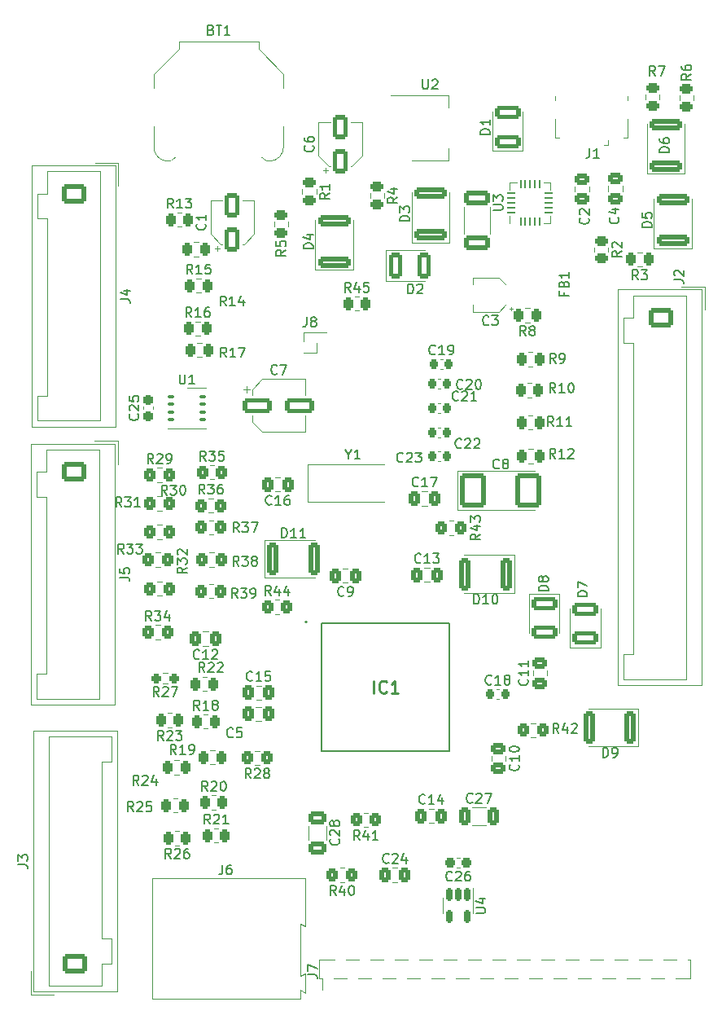
<source format=gbr>
%TF.GenerationSoftware,KiCad,Pcbnew,7.0.10*%
%TF.CreationDate,2024-02-23T13:31:41+03:00*%
%TF.ProjectId,Artorg_Board,4172746f-7267-45f4-926f-6172642e6b69,rev?*%
%TF.SameCoordinates,Original*%
%TF.FileFunction,Legend,Top*%
%TF.FilePolarity,Positive*%
%FSLAX46Y46*%
G04 Gerber Fmt 4.6, Leading zero omitted, Abs format (unit mm)*
G04 Created by KiCad (PCBNEW 7.0.10) date 2024-02-23 13:31:41*
%MOMM*%
%LPD*%
G01*
G04 APERTURE LIST*
G04 Aperture macros list*
%AMRoundRect*
0 Rectangle with rounded corners*
0 $1 Rounding radius*
0 $2 $3 $4 $5 $6 $7 $8 $9 X,Y pos of 4 corners*
0 Add a 4 corners polygon primitive as box body*
4,1,4,$2,$3,$4,$5,$6,$7,$8,$9,$2,$3,0*
0 Add four circle primitives for the rounded corners*
1,1,$1+$1,$2,$3*
1,1,$1+$1,$4,$5*
1,1,$1+$1,$6,$7*
1,1,$1+$1,$8,$9*
0 Add four rect primitives between the rounded corners*
20,1,$1+$1,$2,$3,$4,$5,0*
20,1,$1+$1,$4,$5,$6,$7,0*
20,1,$1+$1,$6,$7,$8,$9,0*
20,1,$1+$1,$8,$9,$2,$3,0*%
G04 Aperture macros list end*
%ADD10C,0.150000*%
%ADD11C,0.254000*%
%ADD12C,0.120000*%
%ADD13C,0.200000*%
%ADD14RoundRect,0.237500X0.237500X-0.300000X0.237500X0.300000X-0.237500X0.300000X-0.237500X-0.300000X0*%
%ADD15RoundRect,0.237500X0.300000X0.237500X-0.300000X0.237500X-0.300000X-0.237500X0.300000X-0.237500X0*%
%ADD16R,1.475000X0.200000*%
%ADD17R,0.200000X1.475000*%
%ADD18R,1.750000X0.600000*%
%ADD19RoundRect,0.250000X-0.350000X-0.450000X0.350000X-0.450000X0.350000X0.450000X-0.350000X0.450000X0*%
%ADD20R,2.500000X2.500000*%
%ADD21RoundRect,0.062500X0.350000X-0.062500X0.350000X0.062500X-0.350000X0.062500X-0.350000X-0.062500X0*%
%ADD22RoundRect,0.062500X0.062500X-0.350000X0.062500X0.350000X-0.062500X0.350000X-0.062500X-0.350000X0*%
%ADD23R,3.325000X2.500000*%
%ADD24RoundRect,0.150000X-0.150000X0.512500X-0.150000X-0.512500X0.150000X-0.512500X0.150000X0.512500X0*%
%ADD25R,2.000000X1.500000*%
%ADD26R,2.000000X3.800000*%
%ADD27R,2.200000X3.000000*%
%ADD28RoundRect,0.100000X-0.225000X-0.100000X0.225000X-0.100000X0.225000X0.100000X-0.225000X0.100000X0*%
%ADD29RoundRect,0.250000X-0.262500X-0.450000X0.262500X-0.450000X0.262500X0.450000X-0.262500X0.450000X0*%
%ADD30RoundRect,0.250000X0.350000X0.450000X-0.350000X0.450000X-0.350000X-0.450000X0.350000X-0.450000X0*%
%ADD31RoundRect,0.237500X0.250000X0.237500X-0.250000X0.237500X-0.250000X-0.237500X0.250000X-0.237500X0*%
%ADD32RoundRect,0.250000X0.262500X0.450000X-0.262500X0.450000X-0.262500X-0.450000X0.262500X-0.450000X0*%
%ADD33RoundRect,0.250000X0.450000X-0.262500X0.450000X0.262500X-0.450000X0.262500X-0.450000X-0.262500X0*%
%ADD34RoundRect,0.250000X-0.450000X0.262500X-0.450000X-0.262500X0.450000X-0.262500X0.450000X0.262500X0*%
%ADD35R,0.650000X1.800000*%
%ADD36R,1.980000X3.960000*%
%ADD37O,1.980000X3.960000*%
%ADD38RoundRect,0.250000X-1.050000X0.750000X-1.050000X-0.750000X1.050000X-0.750000X1.050000X0.750000X0*%
%ADD39O,2.600000X2.000000*%
%ADD40RoundRect,0.250000X1.050000X-0.750000X1.050000X0.750000X-1.050000X0.750000X-1.050000X-0.750000X0*%
%ADD41O,0.890000X1.550000*%
%ADD42R,1.500000X1.550000*%
%ADD43O,1.250000X0.950000*%
%ADD44R,1.200000X1.550000*%
%ADD45R,0.400000X1.350000*%
%ADD46RoundRect,0.249999X-1.075001X0.512501X-1.075001X-0.512501X1.075001X-0.512501X1.075001X0.512501X0*%
%ADD47RoundRect,0.250000X-0.312500X-1.450000X0.312500X-1.450000X0.312500X1.450000X-0.312500X1.450000X0*%
%ADD48RoundRect,0.250000X0.312500X1.450000X-0.312500X1.450000X-0.312500X-1.450000X0.312500X-1.450000X0*%
%ADD49RoundRect,0.250001X-1.074999X0.462499X-1.074999X-0.462499X1.074999X-0.462499X1.074999X0.462499X0*%
%ADD50RoundRect,0.250001X1.074999X-0.462499X1.074999X0.462499X-1.074999X0.462499X-1.074999X-0.462499X0*%
%ADD51RoundRect,0.250000X1.450000X-0.312500X1.450000X0.312500X-1.450000X0.312500X-1.450000X-0.312500X0*%
%ADD52RoundRect,0.250001X-0.462499X-1.074999X0.462499X-1.074999X0.462499X1.074999X-0.462499X1.074999X0*%
%ADD53RoundRect,0.250000X-0.650000X0.412500X-0.650000X-0.412500X0.650000X-0.412500X0.650000X0.412500X0*%
%ADD54RoundRect,0.250000X-0.325000X-0.650000X0.325000X-0.650000X0.325000X0.650000X-0.325000X0.650000X0*%
%ADD55RoundRect,0.250000X-0.337500X-0.475000X0.337500X-0.475000X0.337500X0.475000X-0.337500X0.475000X0*%
%ADD56RoundRect,0.225000X-0.225000X-0.250000X0.225000X-0.250000X0.225000X0.250000X-0.225000X0.250000X0*%
%ADD57RoundRect,0.250000X0.337500X0.475000X-0.337500X0.475000X-0.337500X-0.475000X0.337500X-0.475000X0*%
%ADD58RoundRect,0.250000X0.475000X-0.337500X0.475000X0.337500X-0.475000X0.337500X-0.475000X-0.337500X0*%
%ADD59RoundRect,0.250000X-0.475000X0.337500X-0.475000X-0.337500X0.475000X-0.337500X0.475000X0.337500X0*%
%ADD60RoundRect,0.250000X-1.112500X-1.500000X1.112500X-1.500000X1.112500X1.500000X-1.112500X1.500000X0*%
%ADD61RoundRect,0.250000X-1.250000X-0.550000X1.250000X-0.550000X1.250000X0.550000X-1.250000X0.550000X0*%
%ADD62RoundRect,0.250000X0.550000X-1.050000X0.550000X1.050000X-0.550000X1.050000X-0.550000X-1.050000X0*%
%ADD63R,2.200000X1.600000*%
%ADD64C,10.200000*%
%ADD65R,3.500000X3.300000*%
G04 APERTURE END LIST*
D10*
X152396380Y-74803957D02*
X152444000Y-74851576D01*
X152444000Y-74851576D02*
X152491619Y-74994433D01*
X152491619Y-74994433D02*
X152491619Y-75089671D01*
X152491619Y-75089671D02*
X152444000Y-75232528D01*
X152444000Y-75232528D02*
X152348761Y-75327766D01*
X152348761Y-75327766D02*
X152253523Y-75375385D01*
X152253523Y-75375385D02*
X152063047Y-75423004D01*
X152063047Y-75423004D02*
X151920190Y-75423004D01*
X151920190Y-75423004D02*
X151729714Y-75375385D01*
X151729714Y-75375385D02*
X151634476Y-75327766D01*
X151634476Y-75327766D02*
X151539238Y-75232528D01*
X151539238Y-75232528D02*
X151491619Y-75089671D01*
X151491619Y-75089671D02*
X151491619Y-74994433D01*
X151491619Y-74994433D02*
X151539238Y-74851576D01*
X151539238Y-74851576D02*
X151586857Y-74803957D01*
X151586857Y-74423004D02*
X151539238Y-74375385D01*
X151539238Y-74375385D02*
X151491619Y-74280147D01*
X151491619Y-74280147D02*
X151491619Y-74042052D01*
X151491619Y-74042052D02*
X151539238Y-73946814D01*
X151539238Y-73946814D02*
X151586857Y-73899195D01*
X151586857Y-73899195D02*
X151682095Y-73851576D01*
X151682095Y-73851576D02*
X151777333Y-73851576D01*
X151777333Y-73851576D02*
X151920190Y-73899195D01*
X151920190Y-73899195D02*
X152491619Y-74470623D01*
X152491619Y-74470623D02*
X152491619Y-73851576D01*
X151491619Y-72946814D02*
X151491619Y-73423004D01*
X151491619Y-73423004D02*
X151967809Y-73470623D01*
X151967809Y-73470623D02*
X151920190Y-73423004D01*
X151920190Y-73423004D02*
X151872571Y-73327766D01*
X151872571Y-73327766D02*
X151872571Y-73089671D01*
X151872571Y-73089671D02*
X151920190Y-72994433D01*
X151920190Y-72994433D02*
X151967809Y-72946814D01*
X151967809Y-72946814D02*
X152063047Y-72899195D01*
X152063047Y-72899195D02*
X152301142Y-72899195D01*
X152301142Y-72899195D02*
X152396380Y-72946814D01*
X152396380Y-72946814D02*
X152444000Y-72994433D01*
X152444000Y-72994433D02*
X152491619Y-73089671D01*
X152491619Y-73089671D02*
X152491619Y-73327766D01*
X152491619Y-73327766D02*
X152444000Y-73423004D01*
X152444000Y-73423004D02*
X152396380Y-73470623D01*
X185075042Y-123226980D02*
X185027423Y-123274600D01*
X185027423Y-123274600D02*
X184884566Y-123322219D01*
X184884566Y-123322219D02*
X184789328Y-123322219D01*
X184789328Y-123322219D02*
X184646471Y-123274600D01*
X184646471Y-123274600D02*
X184551233Y-123179361D01*
X184551233Y-123179361D02*
X184503614Y-123084123D01*
X184503614Y-123084123D02*
X184455995Y-122893647D01*
X184455995Y-122893647D02*
X184455995Y-122750790D01*
X184455995Y-122750790D02*
X184503614Y-122560314D01*
X184503614Y-122560314D02*
X184551233Y-122465076D01*
X184551233Y-122465076D02*
X184646471Y-122369838D01*
X184646471Y-122369838D02*
X184789328Y-122322219D01*
X184789328Y-122322219D02*
X184884566Y-122322219D01*
X184884566Y-122322219D02*
X185027423Y-122369838D01*
X185027423Y-122369838D02*
X185075042Y-122417457D01*
X185455995Y-122417457D02*
X185503614Y-122369838D01*
X185503614Y-122369838D02*
X185598852Y-122322219D01*
X185598852Y-122322219D02*
X185836947Y-122322219D01*
X185836947Y-122322219D02*
X185932185Y-122369838D01*
X185932185Y-122369838D02*
X185979804Y-122417457D01*
X185979804Y-122417457D02*
X186027423Y-122512695D01*
X186027423Y-122512695D02*
X186027423Y-122607933D01*
X186027423Y-122607933D02*
X185979804Y-122750790D01*
X185979804Y-122750790D02*
X185408376Y-123322219D01*
X185408376Y-123322219D02*
X186027423Y-123322219D01*
X186884566Y-122322219D02*
X186694090Y-122322219D01*
X186694090Y-122322219D02*
X186598852Y-122369838D01*
X186598852Y-122369838D02*
X186551233Y-122417457D01*
X186551233Y-122417457D02*
X186455995Y-122560314D01*
X186455995Y-122560314D02*
X186408376Y-122750790D01*
X186408376Y-122750790D02*
X186408376Y-123131742D01*
X186408376Y-123131742D02*
X186455995Y-123226980D01*
X186455995Y-123226980D02*
X186503614Y-123274600D01*
X186503614Y-123274600D02*
X186598852Y-123322219D01*
X186598852Y-123322219D02*
X186789328Y-123322219D01*
X186789328Y-123322219D02*
X186884566Y-123274600D01*
X186884566Y-123274600D02*
X186932185Y-123226980D01*
X186932185Y-123226980D02*
X186979804Y-123131742D01*
X186979804Y-123131742D02*
X186979804Y-122893647D01*
X186979804Y-122893647D02*
X186932185Y-122798409D01*
X186932185Y-122798409D02*
X186884566Y-122750790D01*
X186884566Y-122750790D02*
X186789328Y-122703171D01*
X186789328Y-122703171D02*
X186598852Y-122703171D01*
X186598852Y-122703171D02*
X186503614Y-122750790D01*
X186503614Y-122750790D02*
X186455995Y-122798409D01*
X186455995Y-122798409D02*
X186408376Y-122893647D01*
D11*
X176932037Y-103783518D02*
X176932037Y-102513518D01*
X178262514Y-103662565D02*
X178202038Y-103723042D01*
X178202038Y-103723042D02*
X178020609Y-103783518D01*
X178020609Y-103783518D02*
X177899657Y-103783518D01*
X177899657Y-103783518D02*
X177718228Y-103723042D01*
X177718228Y-103723042D02*
X177597276Y-103602089D01*
X177597276Y-103602089D02*
X177536799Y-103481137D01*
X177536799Y-103481137D02*
X177476323Y-103239232D01*
X177476323Y-103239232D02*
X177476323Y-103057803D01*
X177476323Y-103057803D02*
X177536799Y-102815899D01*
X177536799Y-102815899D02*
X177597276Y-102694946D01*
X177597276Y-102694946D02*
X177718228Y-102573994D01*
X177718228Y-102573994D02*
X177899657Y-102513518D01*
X177899657Y-102513518D02*
X178020609Y-102513518D01*
X178020609Y-102513518D02*
X178202038Y-102573994D01*
X178202038Y-102573994D02*
X178262514Y-102634470D01*
X179472038Y-103783518D02*
X178746323Y-103783518D01*
X179109180Y-103783518D02*
X179109180Y-102513518D01*
X179109180Y-102513518D02*
X178988228Y-102694946D01*
X178988228Y-102694946D02*
X178867276Y-102815899D01*
X178867276Y-102815899D02*
X178746323Y-102876375D01*
D10*
X169962266Y-64722219D02*
X169962266Y-65436504D01*
X169962266Y-65436504D02*
X169914647Y-65579361D01*
X169914647Y-65579361D02*
X169819409Y-65674600D01*
X169819409Y-65674600D02*
X169676552Y-65722219D01*
X169676552Y-65722219D02*
X169581314Y-65722219D01*
X170581314Y-65150790D02*
X170486076Y-65103171D01*
X170486076Y-65103171D02*
X170438457Y-65055552D01*
X170438457Y-65055552D02*
X170390838Y-64960314D01*
X170390838Y-64960314D02*
X170390838Y-64912695D01*
X170390838Y-64912695D02*
X170438457Y-64817457D01*
X170438457Y-64817457D02*
X170486076Y-64769838D01*
X170486076Y-64769838D02*
X170581314Y-64722219D01*
X170581314Y-64722219D02*
X170771790Y-64722219D01*
X170771790Y-64722219D02*
X170867028Y-64769838D01*
X170867028Y-64769838D02*
X170914647Y-64817457D01*
X170914647Y-64817457D02*
X170962266Y-64912695D01*
X170962266Y-64912695D02*
X170962266Y-64960314D01*
X170962266Y-64960314D02*
X170914647Y-65055552D01*
X170914647Y-65055552D02*
X170867028Y-65103171D01*
X170867028Y-65103171D02*
X170771790Y-65150790D01*
X170771790Y-65150790D02*
X170581314Y-65150790D01*
X170581314Y-65150790D02*
X170486076Y-65198409D01*
X170486076Y-65198409D02*
X170438457Y-65246028D01*
X170438457Y-65246028D02*
X170390838Y-65341266D01*
X170390838Y-65341266D02*
X170390838Y-65531742D01*
X170390838Y-65531742D02*
X170438457Y-65626980D01*
X170438457Y-65626980D02*
X170486076Y-65674600D01*
X170486076Y-65674600D02*
X170581314Y-65722219D01*
X170581314Y-65722219D02*
X170771790Y-65722219D01*
X170771790Y-65722219D02*
X170867028Y-65674600D01*
X170867028Y-65674600D02*
X170914647Y-65626980D01*
X170914647Y-65626980D02*
X170962266Y-65531742D01*
X170962266Y-65531742D02*
X170962266Y-65341266D01*
X170962266Y-65341266D02*
X170914647Y-65246028D01*
X170914647Y-65246028D02*
X170867028Y-65198409D01*
X170867028Y-65198409D02*
X170771790Y-65150790D01*
X157503019Y-90736657D02*
X157026828Y-91069990D01*
X157503019Y-91308085D02*
X156503019Y-91308085D01*
X156503019Y-91308085D02*
X156503019Y-90927133D01*
X156503019Y-90927133D02*
X156550638Y-90831895D01*
X156550638Y-90831895D02*
X156598257Y-90784276D01*
X156598257Y-90784276D02*
X156693495Y-90736657D01*
X156693495Y-90736657D02*
X156836352Y-90736657D01*
X156836352Y-90736657D02*
X156931590Y-90784276D01*
X156931590Y-90784276D02*
X156979209Y-90831895D01*
X156979209Y-90831895D02*
X157026828Y-90927133D01*
X157026828Y-90927133D02*
X157026828Y-91308085D01*
X156503019Y-90403323D02*
X156503019Y-89784276D01*
X156503019Y-89784276D02*
X156883971Y-90117609D01*
X156883971Y-90117609D02*
X156883971Y-89974752D01*
X156883971Y-89974752D02*
X156931590Y-89879514D01*
X156931590Y-89879514D02*
X156979209Y-89831895D01*
X156979209Y-89831895D02*
X157074447Y-89784276D01*
X157074447Y-89784276D02*
X157312542Y-89784276D01*
X157312542Y-89784276D02*
X157407780Y-89831895D01*
X157407780Y-89831895D02*
X157455400Y-89879514D01*
X157455400Y-89879514D02*
X157503019Y-89974752D01*
X157503019Y-89974752D02*
X157503019Y-90260466D01*
X157503019Y-90260466D02*
X157455400Y-90355704D01*
X157455400Y-90355704D02*
X157407780Y-90403323D01*
X156598257Y-89403323D02*
X156550638Y-89355704D01*
X156550638Y-89355704D02*
X156503019Y-89260466D01*
X156503019Y-89260466D02*
X156503019Y-89022371D01*
X156503019Y-89022371D02*
X156550638Y-88927133D01*
X156550638Y-88927133D02*
X156598257Y-88879514D01*
X156598257Y-88879514D02*
X156693495Y-88831895D01*
X156693495Y-88831895D02*
X156788733Y-88831895D01*
X156788733Y-88831895D02*
X156931590Y-88879514D01*
X156931590Y-88879514D02*
X157503019Y-89450942D01*
X157503019Y-89450942D02*
X157503019Y-88831895D01*
X189362619Y-53609304D02*
X190172142Y-53609304D01*
X190172142Y-53609304D02*
X190267380Y-53561685D01*
X190267380Y-53561685D02*
X190315000Y-53514066D01*
X190315000Y-53514066D02*
X190362619Y-53418828D01*
X190362619Y-53418828D02*
X190362619Y-53228352D01*
X190362619Y-53228352D02*
X190315000Y-53133114D01*
X190315000Y-53133114D02*
X190267380Y-53085495D01*
X190267380Y-53085495D02*
X190172142Y-53037876D01*
X190172142Y-53037876D02*
X189362619Y-53037876D01*
X189362619Y-52656923D02*
X189362619Y-52037876D01*
X189362619Y-52037876D02*
X189743571Y-52371209D01*
X189743571Y-52371209D02*
X189743571Y-52228352D01*
X189743571Y-52228352D02*
X189791190Y-52133114D01*
X189791190Y-52133114D02*
X189838809Y-52085495D01*
X189838809Y-52085495D02*
X189934047Y-52037876D01*
X189934047Y-52037876D02*
X190172142Y-52037876D01*
X190172142Y-52037876D02*
X190267380Y-52085495D01*
X190267380Y-52085495D02*
X190315000Y-52133114D01*
X190315000Y-52133114D02*
X190362619Y-52228352D01*
X190362619Y-52228352D02*
X190362619Y-52514066D01*
X190362619Y-52514066D02*
X190315000Y-52609304D01*
X190315000Y-52609304D02*
X190267380Y-52656923D01*
X174326609Y-78994428D02*
X174326609Y-79470619D01*
X173993276Y-78470619D02*
X174326609Y-78994428D01*
X174326609Y-78994428D02*
X174659942Y-78470619D01*
X175517085Y-79470619D02*
X174945657Y-79470619D01*
X175231371Y-79470619D02*
X175231371Y-78470619D01*
X175231371Y-78470619D02*
X175136133Y-78613476D01*
X175136133Y-78613476D02*
X175040895Y-78708714D01*
X175040895Y-78708714D02*
X174945657Y-78756333D01*
X187564419Y-126649804D02*
X188373942Y-126649804D01*
X188373942Y-126649804D02*
X188469180Y-126602185D01*
X188469180Y-126602185D02*
X188516800Y-126554566D01*
X188516800Y-126554566D02*
X188564419Y-126459328D01*
X188564419Y-126459328D02*
X188564419Y-126268852D01*
X188564419Y-126268852D02*
X188516800Y-126173614D01*
X188516800Y-126173614D02*
X188469180Y-126125995D01*
X188469180Y-126125995D02*
X188373942Y-126078376D01*
X188373942Y-126078376D02*
X187564419Y-126078376D01*
X187897752Y-125173614D02*
X188564419Y-125173614D01*
X187516800Y-125411709D02*
X188231085Y-125649804D01*
X188231085Y-125649804D02*
X188231085Y-125030757D01*
X182015095Y-40014419D02*
X182015095Y-40823942D01*
X182015095Y-40823942D02*
X182062714Y-40919180D01*
X182062714Y-40919180D02*
X182110333Y-40966800D01*
X182110333Y-40966800D02*
X182205571Y-41014419D01*
X182205571Y-41014419D02*
X182396047Y-41014419D01*
X182396047Y-41014419D02*
X182491285Y-40966800D01*
X182491285Y-40966800D02*
X182538904Y-40919180D01*
X182538904Y-40919180D02*
X182586523Y-40823942D01*
X182586523Y-40823942D02*
X182586523Y-40014419D01*
X183015095Y-40109657D02*
X183062714Y-40062038D01*
X183062714Y-40062038D02*
X183157952Y-40014419D01*
X183157952Y-40014419D02*
X183396047Y-40014419D01*
X183396047Y-40014419D02*
X183491285Y-40062038D01*
X183491285Y-40062038D02*
X183538904Y-40109657D01*
X183538904Y-40109657D02*
X183586523Y-40204895D01*
X183586523Y-40204895D02*
X183586523Y-40300133D01*
X183586523Y-40300133D02*
X183538904Y-40442990D01*
X183538904Y-40442990D02*
X182967476Y-41014419D01*
X182967476Y-41014419D02*
X183586523Y-41014419D01*
X156744495Y-70679019D02*
X156744495Y-71488542D01*
X156744495Y-71488542D02*
X156792114Y-71583780D01*
X156792114Y-71583780D02*
X156839733Y-71631400D01*
X156839733Y-71631400D02*
X156934971Y-71679019D01*
X156934971Y-71679019D02*
X157125447Y-71679019D01*
X157125447Y-71679019D02*
X157220685Y-71631400D01*
X157220685Y-71631400D02*
X157268304Y-71583780D01*
X157268304Y-71583780D02*
X157315923Y-71488542D01*
X157315923Y-71488542D02*
X157315923Y-70679019D01*
X158315923Y-71679019D02*
X157744495Y-71679019D01*
X158030209Y-71679019D02*
X158030209Y-70679019D01*
X158030209Y-70679019D02*
X157934971Y-70821876D01*
X157934971Y-70821876D02*
X157839733Y-70917114D01*
X157839733Y-70917114D02*
X157744495Y-70964733D01*
X174541442Y-62127019D02*
X174208109Y-61650828D01*
X173970014Y-62127019D02*
X173970014Y-61127019D01*
X173970014Y-61127019D02*
X174350966Y-61127019D01*
X174350966Y-61127019D02*
X174446204Y-61174638D01*
X174446204Y-61174638D02*
X174493823Y-61222257D01*
X174493823Y-61222257D02*
X174541442Y-61317495D01*
X174541442Y-61317495D02*
X174541442Y-61460352D01*
X174541442Y-61460352D02*
X174493823Y-61555590D01*
X174493823Y-61555590D02*
X174446204Y-61603209D01*
X174446204Y-61603209D02*
X174350966Y-61650828D01*
X174350966Y-61650828D02*
X173970014Y-61650828D01*
X175398585Y-61460352D02*
X175398585Y-62127019D01*
X175160490Y-61079400D02*
X174922395Y-61793685D01*
X174922395Y-61793685D02*
X175541442Y-61793685D01*
X176398585Y-61127019D02*
X175922395Y-61127019D01*
X175922395Y-61127019D02*
X175874776Y-61603209D01*
X175874776Y-61603209D02*
X175922395Y-61555590D01*
X175922395Y-61555590D02*
X176017633Y-61507971D01*
X176017633Y-61507971D02*
X176255728Y-61507971D01*
X176255728Y-61507971D02*
X176350966Y-61555590D01*
X176350966Y-61555590D02*
X176398585Y-61603209D01*
X176398585Y-61603209D02*
X176446204Y-61698447D01*
X176446204Y-61698447D02*
X176446204Y-61936542D01*
X176446204Y-61936542D02*
X176398585Y-62031780D01*
X176398585Y-62031780D02*
X176350966Y-62079400D01*
X176350966Y-62079400D02*
X176255728Y-62127019D01*
X176255728Y-62127019D02*
X176017633Y-62127019D01*
X176017633Y-62127019D02*
X175922395Y-62079400D01*
X175922395Y-62079400D02*
X175874776Y-62031780D01*
X166251142Y-93648419D02*
X165917809Y-93172228D01*
X165679714Y-93648419D02*
X165679714Y-92648419D01*
X165679714Y-92648419D02*
X166060666Y-92648419D01*
X166060666Y-92648419D02*
X166155904Y-92696038D01*
X166155904Y-92696038D02*
X166203523Y-92743657D01*
X166203523Y-92743657D02*
X166251142Y-92838895D01*
X166251142Y-92838895D02*
X166251142Y-92981752D01*
X166251142Y-92981752D02*
X166203523Y-93076990D01*
X166203523Y-93076990D02*
X166155904Y-93124609D01*
X166155904Y-93124609D02*
X166060666Y-93172228D01*
X166060666Y-93172228D02*
X165679714Y-93172228D01*
X167108285Y-92981752D02*
X167108285Y-93648419D01*
X166870190Y-92600800D02*
X166632095Y-93315085D01*
X166632095Y-93315085D02*
X167251142Y-93315085D01*
X168060666Y-92981752D02*
X168060666Y-93648419D01*
X167822571Y-92600800D02*
X167584476Y-93315085D01*
X167584476Y-93315085D02*
X168203523Y-93315085D01*
X188008419Y-87282257D02*
X187532228Y-87615590D01*
X188008419Y-87853685D02*
X187008419Y-87853685D01*
X187008419Y-87853685D02*
X187008419Y-87472733D01*
X187008419Y-87472733D02*
X187056038Y-87377495D01*
X187056038Y-87377495D02*
X187103657Y-87329876D01*
X187103657Y-87329876D02*
X187198895Y-87282257D01*
X187198895Y-87282257D02*
X187341752Y-87282257D01*
X187341752Y-87282257D02*
X187436990Y-87329876D01*
X187436990Y-87329876D02*
X187484609Y-87377495D01*
X187484609Y-87377495D02*
X187532228Y-87472733D01*
X187532228Y-87472733D02*
X187532228Y-87853685D01*
X187341752Y-86425114D02*
X188008419Y-86425114D01*
X186960800Y-86663209D02*
X187675085Y-86901304D01*
X187675085Y-86901304D02*
X187675085Y-86282257D01*
X187008419Y-85996542D02*
X187008419Y-85377495D01*
X187008419Y-85377495D02*
X187389371Y-85710828D01*
X187389371Y-85710828D02*
X187389371Y-85567971D01*
X187389371Y-85567971D02*
X187436990Y-85472733D01*
X187436990Y-85472733D02*
X187484609Y-85425114D01*
X187484609Y-85425114D02*
X187579847Y-85377495D01*
X187579847Y-85377495D02*
X187817942Y-85377495D01*
X187817942Y-85377495D02*
X187913180Y-85425114D01*
X187913180Y-85425114D02*
X187960800Y-85472733D01*
X187960800Y-85472733D02*
X188008419Y-85567971D01*
X188008419Y-85567971D02*
X188008419Y-85853685D01*
X188008419Y-85853685D02*
X187960800Y-85948923D01*
X187960800Y-85948923D02*
X187913180Y-85996542D01*
X196181742Y-107947619D02*
X195848409Y-107471428D01*
X195610314Y-107947619D02*
X195610314Y-106947619D01*
X195610314Y-106947619D02*
X195991266Y-106947619D01*
X195991266Y-106947619D02*
X196086504Y-106995238D01*
X196086504Y-106995238D02*
X196134123Y-107042857D01*
X196134123Y-107042857D02*
X196181742Y-107138095D01*
X196181742Y-107138095D02*
X196181742Y-107280952D01*
X196181742Y-107280952D02*
X196134123Y-107376190D01*
X196134123Y-107376190D02*
X196086504Y-107423809D01*
X196086504Y-107423809D02*
X195991266Y-107471428D01*
X195991266Y-107471428D02*
X195610314Y-107471428D01*
X197038885Y-107280952D02*
X197038885Y-107947619D01*
X196800790Y-106900000D02*
X196562695Y-107614285D01*
X196562695Y-107614285D02*
X197181742Y-107614285D01*
X197515076Y-107042857D02*
X197562695Y-106995238D01*
X197562695Y-106995238D02*
X197657933Y-106947619D01*
X197657933Y-106947619D02*
X197896028Y-106947619D01*
X197896028Y-106947619D02*
X197991266Y-106995238D01*
X197991266Y-106995238D02*
X198038885Y-107042857D01*
X198038885Y-107042857D02*
X198086504Y-107138095D01*
X198086504Y-107138095D02*
X198086504Y-107233333D01*
X198086504Y-107233333D02*
X198038885Y-107376190D01*
X198038885Y-107376190D02*
X197467457Y-107947619D01*
X197467457Y-107947619D02*
X198086504Y-107947619D01*
X175464742Y-119071819D02*
X175131409Y-118595628D01*
X174893314Y-119071819D02*
X174893314Y-118071819D01*
X174893314Y-118071819D02*
X175274266Y-118071819D01*
X175274266Y-118071819D02*
X175369504Y-118119438D01*
X175369504Y-118119438D02*
X175417123Y-118167057D01*
X175417123Y-118167057D02*
X175464742Y-118262295D01*
X175464742Y-118262295D02*
X175464742Y-118405152D01*
X175464742Y-118405152D02*
X175417123Y-118500390D01*
X175417123Y-118500390D02*
X175369504Y-118548009D01*
X175369504Y-118548009D02*
X175274266Y-118595628D01*
X175274266Y-118595628D02*
X174893314Y-118595628D01*
X176321885Y-118405152D02*
X176321885Y-119071819D01*
X176083790Y-118024200D02*
X175845695Y-118738485D01*
X175845695Y-118738485D02*
X176464742Y-118738485D01*
X177369504Y-119071819D02*
X176798076Y-119071819D01*
X177083790Y-119071819D02*
X177083790Y-118071819D01*
X177083790Y-118071819D02*
X176988552Y-118214676D01*
X176988552Y-118214676D02*
X176893314Y-118309914D01*
X176893314Y-118309914D02*
X176798076Y-118357533D01*
X173000942Y-124812219D02*
X172667609Y-124336028D01*
X172429514Y-124812219D02*
X172429514Y-123812219D01*
X172429514Y-123812219D02*
X172810466Y-123812219D01*
X172810466Y-123812219D02*
X172905704Y-123859838D01*
X172905704Y-123859838D02*
X172953323Y-123907457D01*
X172953323Y-123907457D02*
X173000942Y-124002695D01*
X173000942Y-124002695D02*
X173000942Y-124145552D01*
X173000942Y-124145552D02*
X172953323Y-124240790D01*
X172953323Y-124240790D02*
X172905704Y-124288409D01*
X172905704Y-124288409D02*
X172810466Y-124336028D01*
X172810466Y-124336028D02*
X172429514Y-124336028D01*
X173858085Y-124145552D02*
X173858085Y-124812219D01*
X173619990Y-123764600D02*
X173381895Y-124478885D01*
X173381895Y-124478885D02*
X174000942Y-124478885D01*
X174572371Y-123812219D02*
X174667609Y-123812219D01*
X174667609Y-123812219D02*
X174762847Y-123859838D01*
X174762847Y-123859838D02*
X174810466Y-123907457D01*
X174810466Y-123907457D02*
X174858085Y-124002695D01*
X174858085Y-124002695D02*
X174905704Y-124193171D01*
X174905704Y-124193171D02*
X174905704Y-124431266D01*
X174905704Y-124431266D02*
X174858085Y-124621742D01*
X174858085Y-124621742D02*
X174810466Y-124716980D01*
X174810466Y-124716980D02*
X174762847Y-124764600D01*
X174762847Y-124764600D02*
X174667609Y-124812219D01*
X174667609Y-124812219D02*
X174572371Y-124812219D01*
X174572371Y-124812219D02*
X174477133Y-124764600D01*
X174477133Y-124764600D02*
X174429514Y-124716980D01*
X174429514Y-124716980D02*
X174381895Y-124621742D01*
X174381895Y-124621742D02*
X174334276Y-124431266D01*
X174334276Y-124431266D02*
X174334276Y-124193171D01*
X174334276Y-124193171D02*
X174381895Y-124002695D01*
X174381895Y-124002695D02*
X174429514Y-123907457D01*
X174429514Y-123907457D02*
X174477133Y-123859838D01*
X174477133Y-123859838D02*
X174572371Y-123812219D01*
X162755342Y-93901419D02*
X162422009Y-93425228D01*
X162183914Y-93901419D02*
X162183914Y-92901419D01*
X162183914Y-92901419D02*
X162564866Y-92901419D01*
X162564866Y-92901419D02*
X162660104Y-92949038D01*
X162660104Y-92949038D02*
X162707723Y-92996657D01*
X162707723Y-92996657D02*
X162755342Y-93091895D01*
X162755342Y-93091895D02*
X162755342Y-93234752D01*
X162755342Y-93234752D02*
X162707723Y-93329990D01*
X162707723Y-93329990D02*
X162660104Y-93377609D01*
X162660104Y-93377609D02*
X162564866Y-93425228D01*
X162564866Y-93425228D02*
X162183914Y-93425228D01*
X163088676Y-92901419D02*
X163707723Y-92901419D01*
X163707723Y-92901419D02*
X163374390Y-93282371D01*
X163374390Y-93282371D02*
X163517247Y-93282371D01*
X163517247Y-93282371D02*
X163612485Y-93329990D01*
X163612485Y-93329990D02*
X163660104Y-93377609D01*
X163660104Y-93377609D02*
X163707723Y-93472847D01*
X163707723Y-93472847D02*
X163707723Y-93710942D01*
X163707723Y-93710942D02*
X163660104Y-93806180D01*
X163660104Y-93806180D02*
X163612485Y-93853800D01*
X163612485Y-93853800D02*
X163517247Y-93901419D01*
X163517247Y-93901419D02*
X163231533Y-93901419D01*
X163231533Y-93901419D02*
X163136295Y-93853800D01*
X163136295Y-93853800D02*
X163088676Y-93806180D01*
X164183914Y-93901419D02*
X164374390Y-93901419D01*
X164374390Y-93901419D02*
X164469628Y-93853800D01*
X164469628Y-93853800D02*
X164517247Y-93806180D01*
X164517247Y-93806180D02*
X164612485Y-93663323D01*
X164612485Y-93663323D02*
X164660104Y-93472847D01*
X164660104Y-93472847D02*
X164660104Y-93091895D01*
X164660104Y-93091895D02*
X164612485Y-92996657D01*
X164612485Y-92996657D02*
X164564866Y-92949038D01*
X164564866Y-92949038D02*
X164469628Y-92901419D01*
X164469628Y-92901419D02*
X164279152Y-92901419D01*
X164279152Y-92901419D02*
X164183914Y-92949038D01*
X164183914Y-92949038D02*
X164136295Y-92996657D01*
X164136295Y-92996657D02*
X164088676Y-93091895D01*
X164088676Y-93091895D02*
X164088676Y-93329990D01*
X164088676Y-93329990D02*
X164136295Y-93425228D01*
X164136295Y-93425228D02*
X164183914Y-93472847D01*
X164183914Y-93472847D02*
X164279152Y-93520466D01*
X164279152Y-93520466D02*
X164469628Y-93520466D01*
X164469628Y-93520466D02*
X164564866Y-93472847D01*
X164564866Y-93472847D02*
X164612485Y-93425228D01*
X164612485Y-93425228D02*
X164660104Y-93329990D01*
X162907742Y-90577619D02*
X162574409Y-90101428D01*
X162336314Y-90577619D02*
X162336314Y-89577619D01*
X162336314Y-89577619D02*
X162717266Y-89577619D01*
X162717266Y-89577619D02*
X162812504Y-89625238D01*
X162812504Y-89625238D02*
X162860123Y-89672857D01*
X162860123Y-89672857D02*
X162907742Y-89768095D01*
X162907742Y-89768095D02*
X162907742Y-89910952D01*
X162907742Y-89910952D02*
X162860123Y-90006190D01*
X162860123Y-90006190D02*
X162812504Y-90053809D01*
X162812504Y-90053809D02*
X162717266Y-90101428D01*
X162717266Y-90101428D02*
X162336314Y-90101428D01*
X163241076Y-89577619D02*
X163860123Y-89577619D01*
X163860123Y-89577619D02*
X163526790Y-89958571D01*
X163526790Y-89958571D02*
X163669647Y-89958571D01*
X163669647Y-89958571D02*
X163764885Y-90006190D01*
X163764885Y-90006190D02*
X163812504Y-90053809D01*
X163812504Y-90053809D02*
X163860123Y-90149047D01*
X163860123Y-90149047D02*
X163860123Y-90387142D01*
X163860123Y-90387142D02*
X163812504Y-90482380D01*
X163812504Y-90482380D02*
X163764885Y-90530000D01*
X163764885Y-90530000D02*
X163669647Y-90577619D01*
X163669647Y-90577619D02*
X163383933Y-90577619D01*
X163383933Y-90577619D02*
X163288695Y-90530000D01*
X163288695Y-90530000D02*
X163241076Y-90482380D01*
X164431552Y-90006190D02*
X164336314Y-89958571D01*
X164336314Y-89958571D02*
X164288695Y-89910952D01*
X164288695Y-89910952D02*
X164241076Y-89815714D01*
X164241076Y-89815714D02*
X164241076Y-89768095D01*
X164241076Y-89768095D02*
X164288695Y-89672857D01*
X164288695Y-89672857D02*
X164336314Y-89625238D01*
X164336314Y-89625238D02*
X164431552Y-89577619D01*
X164431552Y-89577619D02*
X164622028Y-89577619D01*
X164622028Y-89577619D02*
X164717266Y-89625238D01*
X164717266Y-89625238D02*
X164764885Y-89672857D01*
X164764885Y-89672857D02*
X164812504Y-89768095D01*
X164812504Y-89768095D02*
X164812504Y-89815714D01*
X164812504Y-89815714D02*
X164764885Y-89910952D01*
X164764885Y-89910952D02*
X164717266Y-89958571D01*
X164717266Y-89958571D02*
X164622028Y-90006190D01*
X164622028Y-90006190D02*
X164431552Y-90006190D01*
X164431552Y-90006190D02*
X164336314Y-90053809D01*
X164336314Y-90053809D02*
X164288695Y-90101428D01*
X164288695Y-90101428D02*
X164241076Y-90196666D01*
X164241076Y-90196666D02*
X164241076Y-90387142D01*
X164241076Y-90387142D02*
X164288695Y-90482380D01*
X164288695Y-90482380D02*
X164336314Y-90530000D01*
X164336314Y-90530000D02*
X164431552Y-90577619D01*
X164431552Y-90577619D02*
X164622028Y-90577619D01*
X164622028Y-90577619D02*
X164717266Y-90530000D01*
X164717266Y-90530000D02*
X164764885Y-90482380D01*
X164764885Y-90482380D02*
X164812504Y-90387142D01*
X164812504Y-90387142D02*
X164812504Y-90196666D01*
X164812504Y-90196666D02*
X164764885Y-90101428D01*
X164764885Y-90101428D02*
X164717266Y-90053809D01*
X164717266Y-90053809D02*
X164622028Y-90006190D01*
X162914342Y-87068819D02*
X162581009Y-86592628D01*
X162342914Y-87068819D02*
X162342914Y-86068819D01*
X162342914Y-86068819D02*
X162723866Y-86068819D01*
X162723866Y-86068819D02*
X162819104Y-86116438D01*
X162819104Y-86116438D02*
X162866723Y-86164057D01*
X162866723Y-86164057D02*
X162914342Y-86259295D01*
X162914342Y-86259295D02*
X162914342Y-86402152D01*
X162914342Y-86402152D02*
X162866723Y-86497390D01*
X162866723Y-86497390D02*
X162819104Y-86545009D01*
X162819104Y-86545009D02*
X162723866Y-86592628D01*
X162723866Y-86592628D02*
X162342914Y-86592628D01*
X163247676Y-86068819D02*
X163866723Y-86068819D01*
X163866723Y-86068819D02*
X163533390Y-86449771D01*
X163533390Y-86449771D02*
X163676247Y-86449771D01*
X163676247Y-86449771D02*
X163771485Y-86497390D01*
X163771485Y-86497390D02*
X163819104Y-86545009D01*
X163819104Y-86545009D02*
X163866723Y-86640247D01*
X163866723Y-86640247D02*
X163866723Y-86878342D01*
X163866723Y-86878342D02*
X163819104Y-86973580D01*
X163819104Y-86973580D02*
X163771485Y-87021200D01*
X163771485Y-87021200D02*
X163676247Y-87068819D01*
X163676247Y-87068819D02*
X163390533Y-87068819D01*
X163390533Y-87068819D02*
X163295295Y-87021200D01*
X163295295Y-87021200D02*
X163247676Y-86973580D01*
X164200057Y-86068819D02*
X164866723Y-86068819D01*
X164866723Y-86068819D02*
X164438152Y-87068819D01*
X159342342Y-83107419D02*
X159009009Y-82631228D01*
X158770914Y-83107419D02*
X158770914Y-82107419D01*
X158770914Y-82107419D02*
X159151866Y-82107419D01*
X159151866Y-82107419D02*
X159247104Y-82155038D01*
X159247104Y-82155038D02*
X159294723Y-82202657D01*
X159294723Y-82202657D02*
X159342342Y-82297895D01*
X159342342Y-82297895D02*
X159342342Y-82440752D01*
X159342342Y-82440752D02*
X159294723Y-82535990D01*
X159294723Y-82535990D02*
X159247104Y-82583609D01*
X159247104Y-82583609D02*
X159151866Y-82631228D01*
X159151866Y-82631228D02*
X158770914Y-82631228D01*
X159675676Y-82107419D02*
X160294723Y-82107419D01*
X160294723Y-82107419D02*
X159961390Y-82488371D01*
X159961390Y-82488371D02*
X160104247Y-82488371D01*
X160104247Y-82488371D02*
X160199485Y-82535990D01*
X160199485Y-82535990D02*
X160247104Y-82583609D01*
X160247104Y-82583609D02*
X160294723Y-82678847D01*
X160294723Y-82678847D02*
X160294723Y-82916942D01*
X160294723Y-82916942D02*
X160247104Y-83012180D01*
X160247104Y-83012180D02*
X160199485Y-83059800D01*
X160199485Y-83059800D02*
X160104247Y-83107419D01*
X160104247Y-83107419D02*
X159818533Y-83107419D01*
X159818533Y-83107419D02*
X159723295Y-83059800D01*
X159723295Y-83059800D02*
X159675676Y-83012180D01*
X161151866Y-82107419D02*
X160961390Y-82107419D01*
X160961390Y-82107419D02*
X160866152Y-82155038D01*
X160866152Y-82155038D02*
X160818533Y-82202657D01*
X160818533Y-82202657D02*
X160723295Y-82345514D01*
X160723295Y-82345514D02*
X160675676Y-82535990D01*
X160675676Y-82535990D02*
X160675676Y-82916942D01*
X160675676Y-82916942D02*
X160723295Y-83012180D01*
X160723295Y-83012180D02*
X160770914Y-83059800D01*
X160770914Y-83059800D02*
X160866152Y-83107419D01*
X160866152Y-83107419D02*
X161056628Y-83107419D01*
X161056628Y-83107419D02*
X161151866Y-83059800D01*
X161151866Y-83059800D02*
X161199485Y-83012180D01*
X161199485Y-83012180D02*
X161247104Y-82916942D01*
X161247104Y-82916942D02*
X161247104Y-82678847D01*
X161247104Y-82678847D02*
X161199485Y-82583609D01*
X161199485Y-82583609D02*
X161151866Y-82535990D01*
X161151866Y-82535990D02*
X161056628Y-82488371D01*
X161056628Y-82488371D02*
X160866152Y-82488371D01*
X160866152Y-82488371D02*
X160770914Y-82535990D01*
X160770914Y-82535990D02*
X160723295Y-82583609D01*
X160723295Y-82583609D02*
X160675676Y-82678847D01*
X159478742Y-79653019D02*
X159145409Y-79176828D01*
X158907314Y-79653019D02*
X158907314Y-78653019D01*
X158907314Y-78653019D02*
X159288266Y-78653019D01*
X159288266Y-78653019D02*
X159383504Y-78700638D01*
X159383504Y-78700638D02*
X159431123Y-78748257D01*
X159431123Y-78748257D02*
X159478742Y-78843495D01*
X159478742Y-78843495D02*
X159478742Y-78986352D01*
X159478742Y-78986352D02*
X159431123Y-79081590D01*
X159431123Y-79081590D02*
X159383504Y-79129209D01*
X159383504Y-79129209D02*
X159288266Y-79176828D01*
X159288266Y-79176828D02*
X158907314Y-79176828D01*
X159812076Y-78653019D02*
X160431123Y-78653019D01*
X160431123Y-78653019D02*
X160097790Y-79033971D01*
X160097790Y-79033971D02*
X160240647Y-79033971D01*
X160240647Y-79033971D02*
X160335885Y-79081590D01*
X160335885Y-79081590D02*
X160383504Y-79129209D01*
X160383504Y-79129209D02*
X160431123Y-79224447D01*
X160431123Y-79224447D02*
X160431123Y-79462542D01*
X160431123Y-79462542D02*
X160383504Y-79557780D01*
X160383504Y-79557780D02*
X160335885Y-79605400D01*
X160335885Y-79605400D02*
X160240647Y-79653019D01*
X160240647Y-79653019D02*
X159954933Y-79653019D01*
X159954933Y-79653019D02*
X159859695Y-79605400D01*
X159859695Y-79605400D02*
X159812076Y-79557780D01*
X161335885Y-78653019D02*
X160859695Y-78653019D01*
X160859695Y-78653019D02*
X160812076Y-79129209D01*
X160812076Y-79129209D02*
X160859695Y-79081590D01*
X160859695Y-79081590D02*
X160954933Y-79033971D01*
X160954933Y-79033971D02*
X161193028Y-79033971D01*
X161193028Y-79033971D02*
X161288266Y-79081590D01*
X161288266Y-79081590D02*
X161335885Y-79129209D01*
X161335885Y-79129209D02*
X161383504Y-79224447D01*
X161383504Y-79224447D02*
X161383504Y-79462542D01*
X161383504Y-79462542D02*
X161335885Y-79557780D01*
X161335885Y-79557780D02*
X161288266Y-79605400D01*
X161288266Y-79605400D02*
X161193028Y-79653019D01*
X161193028Y-79653019D02*
X160954933Y-79653019D01*
X160954933Y-79653019D02*
X160859695Y-79605400D01*
X160859695Y-79605400D02*
X160812076Y-79557780D01*
X153830542Y-96264619D02*
X153497209Y-95788428D01*
X153259114Y-96264619D02*
X153259114Y-95264619D01*
X153259114Y-95264619D02*
X153640066Y-95264619D01*
X153640066Y-95264619D02*
X153735304Y-95312238D01*
X153735304Y-95312238D02*
X153782923Y-95359857D01*
X153782923Y-95359857D02*
X153830542Y-95455095D01*
X153830542Y-95455095D02*
X153830542Y-95597952D01*
X153830542Y-95597952D02*
X153782923Y-95693190D01*
X153782923Y-95693190D02*
X153735304Y-95740809D01*
X153735304Y-95740809D02*
X153640066Y-95788428D01*
X153640066Y-95788428D02*
X153259114Y-95788428D01*
X154163876Y-95264619D02*
X154782923Y-95264619D01*
X154782923Y-95264619D02*
X154449590Y-95645571D01*
X154449590Y-95645571D02*
X154592447Y-95645571D01*
X154592447Y-95645571D02*
X154687685Y-95693190D01*
X154687685Y-95693190D02*
X154735304Y-95740809D01*
X154735304Y-95740809D02*
X154782923Y-95836047D01*
X154782923Y-95836047D02*
X154782923Y-96074142D01*
X154782923Y-96074142D02*
X154735304Y-96169380D01*
X154735304Y-96169380D02*
X154687685Y-96217000D01*
X154687685Y-96217000D02*
X154592447Y-96264619D01*
X154592447Y-96264619D02*
X154306733Y-96264619D01*
X154306733Y-96264619D02*
X154211495Y-96217000D01*
X154211495Y-96217000D02*
X154163876Y-96169380D01*
X155640066Y-95597952D02*
X155640066Y-96264619D01*
X155401971Y-95217000D02*
X155163876Y-95931285D01*
X155163876Y-95931285D02*
X155782923Y-95931285D01*
X150944342Y-89304019D02*
X150611009Y-88827828D01*
X150372914Y-89304019D02*
X150372914Y-88304019D01*
X150372914Y-88304019D02*
X150753866Y-88304019D01*
X150753866Y-88304019D02*
X150849104Y-88351638D01*
X150849104Y-88351638D02*
X150896723Y-88399257D01*
X150896723Y-88399257D02*
X150944342Y-88494495D01*
X150944342Y-88494495D02*
X150944342Y-88637352D01*
X150944342Y-88637352D02*
X150896723Y-88732590D01*
X150896723Y-88732590D02*
X150849104Y-88780209D01*
X150849104Y-88780209D02*
X150753866Y-88827828D01*
X150753866Y-88827828D02*
X150372914Y-88827828D01*
X151277676Y-88304019D02*
X151896723Y-88304019D01*
X151896723Y-88304019D02*
X151563390Y-88684971D01*
X151563390Y-88684971D02*
X151706247Y-88684971D01*
X151706247Y-88684971D02*
X151801485Y-88732590D01*
X151801485Y-88732590D02*
X151849104Y-88780209D01*
X151849104Y-88780209D02*
X151896723Y-88875447D01*
X151896723Y-88875447D02*
X151896723Y-89113542D01*
X151896723Y-89113542D02*
X151849104Y-89208780D01*
X151849104Y-89208780D02*
X151801485Y-89256400D01*
X151801485Y-89256400D02*
X151706247Y-89304019D01*
X151706247Y-89304019D02*
X151420533Y-89304019D01*
X151420533Y-89304019D02*
X151325295Y-89256400D01*
X151325295Y-89256400D02*
X151277676Y-89208780D01*
X152230057Y-88304019D02*
X152849104Y-88304019D01*
X152849104Y-88304019D02*
X152515771Y-88684971D01*
X152515771Y-88684971D02*
X152658628Y-88684971D01*
X152658628Y-88684971D02*
X152753866Y-88732590D01*
X152753866Y-88732590D02*
X152801485Y-88780209D01*
X152801485Y-88780209D02*
X152849104Y-88875447D01*
X152849104Y-88875447D02*
X152849104Y-89113542D01*
X152849104Y-89113542D02*
X152801485Y-89208780D01*
X152801485Y-89208780D02*
X152753866Y-89256400D01*
X152753866Y-89256400D02*
X152658628Y-89304019D01*
X152658628Y-89304019D02*
X152372914Y-89304019D01*
X152372914Y-89304019D02*
X152277676Y-89256400D01*
X152277676Y-89256400D02*
X152230057Y-89208780D01*
X150715742Y-84452619D02*
X150382409Y-83976428D01*
X150144314Y-84452619D02*
X150144314Y-83452619D01*
X150144314Y-83452619D02*
X150525266Y-83452619D01*
X150525266Y-83452619D02*
X150620504Y-83500238D01*
X150620504Y-83500238D02*
X150668123Y-83547857D01*
X150668123Y-83547857D02*
X150715742Y-83643095D01*
X150715742Y-83643095D02*
X150715742Y-83785952D01*
X150715742Y-83785952D02*
X150668123Y-83881190D01*
X150668123Y-83881190D02*
X150620504Y-83928809D01*
X150620504Y-83928809D02*
X150525266Y-83976428D01*
X150525266Y-83976428D02*
X150144314Y-83976428D01*
X151049076Y-83452619D02*
X151668123Y-83452619D01*
X151668123Y-83452619D02*
X151334790Y-83833571D01*
X151334790Y-83833571D02*
X151477647Y-83833571D01*
X151477647Y-83833571D02*
X151572885Y-83881190D01*
X151572885Y-83881190D02*
X151620504Y-83928809D01*
X151620504Y-83928809D02*
X151668123Y-84024047D01*
X151668123Y-84024047D02*
X151668123Y-84262142D01*
X151668123Y-84262142D02*
X151620504Y-84357380D01*
X151620504Y-84357380D02*
X151572885Y-84405000D01*
X151572885Y-84405000D02*
X151477647Y-84452619D01*
X151477647Y-84452619D02*
X151191933Y-84452619D01*
X151191933Y-84452619D02*
X151096695Y-84405000D01*
X151096695Y-84405000D02*
X151049076Y-84357380D01*
X152620504Y-84452619D02*
X152049076Y-84452619D01*
X152334790Y-84452619D02*
X152334790Y-83452619D01*
X152334790Y-83452619D02*
X152239552Y-83595476D01*
X152239552Y-83595476D02*
X152144314Y-83690714D01*
X152144314Y-83690714D02*
X152049076Y-83738333D01*
X155440142Y-83208019D02*
X155106809Y-82731828D01*
X154868714Y-83208019D02*
X154868714Y-82208019D01*
X154868714Y-82208019D02*
X155249666Y-82208019D01*
X155249666Y-82208019D02*
X155344904Y-82255638D01*
X155344904Y-82255638D02*
X155392523Y-82303257D01*
X155392523Y-82303257D02*
X155440142Y-82398495D01*
X155440142Y-82398495D02*
X155440142Y-82541352D01*
X155440142Y-82541352D02*
X155392523Y-82636590D01*
X155392523Y-82636590D02*
X155344904Y-82684209D01*
X155344904Y-82684209D02*
X155249666Y-82731828D01*
X155249666Y-82731828D02*
X154868714Y-82731828D01*
X155773476Y-82208019D02*
X156392523Y-82208019D01*
X156392523Y-82208019D02*
X156059190Y-82588971D01*
X156059190Y-82588971D02*
X156202047Y-82588971D01*
X156202047Y-82588971D02*
X156297285Y-82636590D01*
X156297285Y-82636590D02*
X156344904Y-82684209D01*
X156344904Y-82684209D02*
X156392523Y-82779447D01*
X156392523Y-82779447D02*
X156392523Y-83017542D01*
X156392523Y-83017542D02*
X156344904Y-83112780D01*
X156344904Y-83112780D02*
X156297285Y-83160400D01*
X156297285Y-83160400D02*
X156202047Y-83208019D01*
X156202047Y-83208019D02*
X155916333Y-83208019D01*
X155916333Y-83208019D02*
X155821095Y-83160400D01*
X155821095Y-83160400D02*
X155773476Y-83112780D01*
X157011571Y-82208019D02*
X157106809Y-82208019D01*
X157106809Y-82208019D02*
X157202047Y-82255638D01*
X157202047Y-82255638D02*
X157249666Y-82303257D01*
X157249666Y-82303257D02*
X157297285Y-82398495D01*
X157297285Y-82398495D02*
X157344904Y-82588971D01*
X157344904Y-82588971D02*
X157344904Y-82827066D01*
X157344904Y-82827066D02*
X157297285Y-83017542D01*
X157297285Y-83017542D02*
X157249666Y-83112780D01*
X157249666Y-83112780D02*
X157202047Y-83160400D01*
X157202047Y-83160400D02*
X157106809Y-83208019D01*
X157106809Y-83208019D02*
X157011571Y-83208019D01*
X157011571Y-83208019D02*
X156916333Y-83160400D01*
X156916333Y-83160400D02*
X156868714Y-83112780D01*
X156868714Y-83112780D02*
X156821095Y-83017542D01*
X156821095Y-83017542D02*
X156773476Y-82827066D01*
X156773476Y-82827066D02*
X156773476Y-82588971D01*
X156773476Y-82588971D02*
X156821095Y-82398495D01*
X156821095Y-82398495D02*
X156868714Y-82303257D01*
X156868714Y-82303257D02*
X156916333Y-82255638D01*
X156916333Y-82255638D02*
X157011571Y-82208019D01*
X154008342Y-79943419D02*
X153675009Y-79467228D01*
X153436914Y-79943419D02*
X153436914Y-78943419D01*
X153436914Y-78943419D02*
X153817866Y-78943419D01*
X153817866Y-78943419D02*
X153913104Y-78991038D01*
X153913104Y-78991038D02*
X153960723Y-79038657D01*
X153960723Y-79038657D02*
X154008342Y-79133895D01*
X154008342Y-79133895D02*
X154008342Y-79276752D01*
X154008342Y-79276752D02*
X153960723Y-79371990D01*
X153960723Y-79371990D02*
X153913104Y-79419609D01*
X153913104Y-79419609D02*
X153817866Y-79467228D01*
X153817866Y-79467228D02*
X153436914Y-79467228D01*
X154389295Y-79038657D02*
X154436914Y-78991038D01*
X154436914Y-78991038D02*
X154532152Y-78943419D01*
X154532152Y-78943419D02*
X154770247Y-78943419D01*
X154770247Y-78943419D02*
X154865485Y-78991038D01*
X154865485Y-78991038D02*
X154913104Y-79038657D01*
X154913104Y-79038657D02*
X154960723Y-79133895D01*
X154960723Y-79133895D02*
X154960723Y-79229133D01*
X154960723Y-79229133D02*
X154913104Y-79371990D01*
X154913104Y-79371990D02*
X154341676Y-79943419D01*
X154341676Y-79943419D02*
X154960723Y-79943419D01*
X155436914Y-79943419D02*
X155627390Y-79943419D01*
X155627390Y-79943419D02*
X155722628Y-79895800D01*
X155722628Y-79895800D02*
X155770247Y-79848180D01*
X155770247Y-79848180D02*
X155865485Y-79705323D01*
X155865485Y-79705323D02*
X155913104Y-79514847D01*
X155913104Y-79514847D02*
X155913104Y-79133895D01*
X155913104Y-79133895D02*
X155865485Y-79038657D01*
X155865485Y-79038657D02*
X155817866Y-78991038D01*
X155817866Y-78991038D02*
X155722628Y-78943419D01*
X155722628Y-78943419D02*
X155532152Y-78943419D01*
X155532152Y-78943419D02*
X155436914Y-78991038D01*
X155436914Y-78991038D02*
X155389295Y-79038657D01*
X155389295Y-79038657D02*
X155341676Y-79133895D01*
X155341676Y-79133895D02*
X155341676Y-79371990D01*
X155341676Y-79371990D02*
X155389295Y-79467228D01*
X155389295Y-79467228D02*
X155436914Y-79514847D01*
X155436914Y-79514847D02*
X155532152Y-79562466D01*
X155532152Y-79562466D02*
X155722628Y-79562466D01*
X155722628Y-79562466D02*
X155817866Y-79514847D01*
X155817866Y-79514847D02*
X155865485Y-79467228D01*
X155865485Y-79467228D02*
X155913104Y-79371990D01*
X164161742Y-112645619D02*
X163828409Y-112169428D01*
X163590314Y-112645619D02*
X163590314Y-111645619D01*
X163590314Y-111645619D02*
X163971266Y-111645619D01*
X163971266Y-111645619D02*
X164066504Y-111693238D01*
X164066504Y-111693238D02*
X164114123Y-111740857D01*
X164114123Y-111740857D02*
X164161742Y-111836095D01*
X164161742Y-111836095D02*
X164161742Y-111978952D01*
X164161742Y-111978952D02*
X164114123Y-112074190D01*
X164114123Y-112074190D02*
X164066504Y-112121809D01*
X164066504Y-112121809D02*
X163971266Y-112169428D01*
X163971266Y-112169428D02*
X163590314Y-112169428D01*
X164542695Y-111740857D02*
X164590314Y-111693238D01*
X164590314Y-111693238D02*
X164685552Y-111645619D01*
X164685552Y-111645619D02*
X164923647Y-111645619D01*
X164923647Y-111645619D02*
X165018885Y-111693238D01*
X165018885Y-111693238D02*
X165066504Y-111740857D01*
X165066504Y-111740857D02*
X165114123Y-111836095D01*
X165114123Y-111836095D02*
X165114123Y-111931333D01*
X165114123Y-111931333D02*
X165066504Y-112074190D01*
X165066504Y-112074190D02*
X164495076Y-112645619D01*
X164495076Y-112645619D02*
X165114123Y-112645619D01*
X165685552Y-112074190D02*
X165590314Y-112026571D01*
X165590314Y-112026571D02*
X165542695Y-111978952D01*
X165542695Y-111978952D02*
X165495076Y-111883714D01*
X165495076Y-111883714D02*
X165495076Y-111836095D01*
X165495076Y-111836095D02*
X165542695Y-111740857D01*
X165542695Y-111740857D02*
X165590314Y-111693238D01*
X165590314Y-111693238D02*
X165685552Y-111645619D01*
X165685552Y-111645619D02*
X165876028Y-111645619D01*
X165876028Y-111645619D02*
X165971266Y-111693238D01*
X165971266Y-111693238D02*
X166018885Y-111740857D01*
X166018885Y-111740857D02*
X166066504Y-111836095D01*
X166066504Y-111836095D02*
X166066504Y-111883714D01*
X166066504Y-111883714D02*
X166018885Y-111978952D01*
X166018885Y-111978952D02*
X165971266Y-112026571D01*
X165971266Y-112026571D02*
X165876028Y-112074190D01*
X165876028Y-112074190D02*
X165685552Y-112074190D01*
X165685552Y-112074190D02*
X165590314Y-112121809D01*
X165590314Y-112121809D02*
X165542695Y-112169428D01*
X165542695Y-112169428D02*
X165495076Y-112264666D01*
X165495076Y-112264666D02*
X165495076Y-112455142D01*
X165495076Y-112455142D02*
X165542695Y-112550380D01*
X165542695Y-112550380D02*
X165590314Y-112598000D01*
X165590314Y-112598000D02*
X165685552Y-112645619D01*
X165685552Y-112645619D02*
X165876028Y-112645619D01*
X165876028Y-112645619D02*
X165971266Y-112598000D01*
X165971266Y-112598000D02*
X166018885Y-112550380D01*
X166018885Y-112550380D02*
X166066504Y-112455142D01*
X166066504Y-112455142D02*
X166066504Y-112264666D01*
X166066504Y-112264666D02*
X166018885Y-112169428D01*
X166018885Y-112169428D02*
X165971266Y-112121809D01*
X165971266Y-112121809D02*
X165876028Y-112074190D01*
X154603842Y-104145219D02*
X154270509Y-103669028D01*
X154032414Y-104145219D02*
X154032414Y-103145219D01*
X154032414Y-103145219D02*
X154413366Y-103145219D01*
X154413366Y-103145219D02*
X154508604Y-103192838D01*
X154508604Y-103192838D02*
X154556223Y-103240457D01*
X154556223Y-103240457D02*
X154603842Y-103335695D01*
X154603842Y-103335695D02*
X154603842Y-103478552D01*
X154603842Y-103478552D02*
X154556223Y-103573790D01*
X154556223Y-103573790D02*
X154508604Y-103621409D01*
X154508604Y-103621409D02*
X154413366Y-103669028D01*
X154413366Y-103669028D02*
X154032414Y-103669028D01*
X154984795Y-103240457D02*
X155032414Y-103192838D01*
X155032414Y-103192838D02*
X155127652Y-103145219D01*
X155127652Y-103145219D02*
X155365747Y-103145219D01*
X155365747Y-103145219D02*
X155460985Y-103192838D01*
X155460985Y-103192838D02*
X155508604Y-103240457D01*
X155508604Y-103240457D02*
X155556223Y-103335695D01*
X155556223Y-103335695D02*
X155556223Y-103430933D01*
X155556223Y-103430933D02*
X155508604Y-103573790D01*
X155508604Y-103573790D02*
X154937176Y-104145219D01*
X154937176Y-104145219D02*
X155556223Y-104145219D01*
X155889557Y-103145219D02*
X156556223Y-103145219D01*
X156556223Y-103145219D02*
X156127652Y-104145219D01*
X155848442Y-120976819D02*
X155515109Y-120500628D01*
X155277014Y-120976819D02*
X155277014Y-119976819D01*
X155277014Y-119976819D02*
X155657966Y-119976819D01*
X155657966Y-119976819D02*
X155753204Y-120024438D01*
X155753204Y-120024438D02*
X155800823Y-120072057D01*
X155800823Y-120072057D02*
X155848442Y-120167295D01*
X155848442Y-120167295D02*
X155848442Y-120310152D01*
X155848442Y-120310152D02*
X155800823Y-120405390D01*
X155800823Y-120405390D02*
X155753204Y-120453009D01*
X155753204Y-120453009D02*
X155657966Y-120500628D01*
X155657966Y-120500628D02*
X155277014Y-120500628D01*
X156229395Y-120072057D02*
X156277014Y-120024438D01*
X156277014Y-120024438D02*
X156372252Y-119976819D01*
X156372252Y-119976819D02*
X156610347Y-119976819D01*
X156610347Y-119976819D02*
X156705585Y-120024438D01*
X156705585Y-120024438D02*
X156753204Y-120072057D01*
X156753204Y-120072057D02*
X156800823Y-120167295D01*
X156800823Y-120167295D02*
X156800823Y-120262533D01*
X156800823Y-120262533D02*
X156753204Y-120405390D01*
X156753204Y-120405390D02*
X156181776Y-120976819D01*
X156181776Y-120976819D02*
X156800823Y-120976819D01*
X157657966Y-119976819D02*
X157467490Y-119976819D01*
X157467490Y-119976819D02*
X157372252Y-120024438D01*
X157372252Y-120024438D02*
X157324633Y-120072057D01*
X157324633Y-120072057D02*
X157229395Y-120214914D01*
X157229395Y-120214914D02*
X157181776Y-120405390D01*
X157181776Y-120405390D02*
X157181776Y-120786342D01*
X157181776Y-120786342D02*
X157229395Y-120881580D01*
X157229395Y-120881580D02*
X157277014Y-120929200D01*
X157277014Y-120929200D02*
X157372252Y-120976819D01*
X157372252Y-120976819D02*
X157562728Y-120976819D01*
X157562728Y-120976819D02*
X157657966Y-120929200D01*
X157657966Y-120929200D02*
X157705585Y-120881580D01*
X157705585Y-120881580D02*
X157753204Y-120786342D01*
X157753204Y-120786342D02*
X157753204Y-120548247D01*
X157753204Y-120548247D02*
X157705585Y-120453009D01*
X157705585Y-120453009D02*
X157657966Y-120405390D01*
X157657966Y-120405390D02*
X157562728Y-120357771D01*
X157562728Y-120357771D02*
X157372252Y-120357771D01*
X157372252Y-120357771D02*
X157277014Y-120405390D01*
X157277014Y-120405390D02*
X157229395Y-120453009D01*
X157229395Y-120453009D02*
X157181776Y-120548247D01*
X151934942Y-116101019D02*
X151601609Y-115624828D01*
X151363514Y-116101019D02*
X151363514Y-115101019D01*
X151363514Y-115101019D02*
X151744466Y-115101019D01*
X151744466Y-115101019D02*
X151839704Y-115148638D01*
X151839704Y-115148638D02*
X151887323Y-115196257D01*
X151887323Y-115196257D02*
X151934942Y-115291495D01*
X151934942Y-115291495D02*
X151934942Y-115434352D01*
X151934942Y-115434352D02*
X151887323Y-115529590D01*
X151887323Y-115529590D02*
X151839704Y-115577209D01*
X151839704Y-115577209D02*
X151744466Y-115624828D01*
X151744466Y-115624828D02*
X151363514Y-115624828D01*
X152315895Y-115196257D02*
X152363514Y-115148638D01*
X152363514Y-115148638D02*
X152458752Y-115101019D01*
X152458752Y-115101019D02*
X152696847Y-115101019D01*
X152696847Y-115101019D02*
X152792085Y-115148638D01*
X152792085Y-115148638D02*
X152839704Y-115196257D01*
X152839704Y-115196257D02*
X152887323Y-115291495D01*
X152887323Y-115291495D02*
X152887323Y-115386733D01*
X152887323Y-115386733D02*
X152839704Y-115529590D01*
X152839704Y-115529590D02*
X152268276Y-116101019D01*
X152268276Y-116101019D02*
X152887323Y-116101019D01*
X153792085Y-115101019D02*
X153315895Y-115101019D01*
X153315895Y-115101019D02*
X153268276Y-115577209D01*
X153268276Y-115577209D02*
X153315895Y-115529590D01*
X153315895Y-115529590D02*
X153411133Y-115481971D01*
X153411133Y-115481971D02*
X153649228Y-115481971D01*
X153649228Y-115481971D02*
X153744466Y-115529590D01*
X153744466Y-115529590D02*
X153792085Y-115577209D01*
X153792085Y-115577209D02*
X153839704Y-115672447D01*
X153839704Y-115672447D02*
X153839704Y-115910542D01*
X153839704Y-115910542D02*
X153792085Y-116005780D01*
X153792085Y-116005780D02*
X153744466Y-116053400D01*
X153744466Y-116053400D02*
X153649228Y-116101019D01*
X153649228Y-116101019D02*
X153411133Y-116101019D01*
X153411133Y-116101019D02*
X153315895Y-116053400D01*
X153315895Y-116053400D02*
X153268276Y-116005780D01*
X152493742Y-113357819D02*
X152160409Y-112881628D01*
X151922314Y-113357819D02*
X151922314Y-112357819D01*
X151922314Y-112357819D02*
X152303266Y-112357819D01*
X152303266Y-112357819D02*
X152398504Y-112405438D01*
X152398504Y-112405438D02*
X152446123Y-112453057D01*
X152446123Y-112453057D02*
X152493742Y-112548295D01*
X152493742Y-112548295D02*
X152493742Y-112691152D01*
X152493742Y-112691152D02*
X152446123Y-112786390D01*
X152446123Y-112786390D02*
X152398504Y-112834009D01*
X152398504Y-112834009D02*
X152303266Y-112881628D01*
X152303266Y-112881628D02*
X151922314Y-112881628D01*
X152874695Y-112453057D02*
X152922314Y-112405438D01*
X152922314Y-112405438D02*
X153017552Y-112357819D01*
X153017552Y-112357819D02*
X153255647Y-112357819D01*
X153255647Y-112357819D02*
X153350885Y-112405438D01*
X153350885Y-112405438D02*
X153398504Y-112453057D01*
X153398504Y-112453057D02*
X153446123Y-112548295D01*
X153446123Y-112548295D02*
X153446123Y-112643533D01*
X153446123Y-112643533D02*
X153398504Y-112786390D01*
X153398504Y-112786390D02*
X152827076Y-113357819D01*
X152827076Y-113357819D02*
X153446123Y-113357819D01*
X154303266Y-112691152D02*
X154303266Y-113357819D01*
X154065171Y-112310200D02*
X153827076Y-113024485D01*
X153827076Y-113024485D02*
X154446123Y-113024485D01*
X155061042Y-108708619D02*
X154727709Y-108232428D01*
X154489614Y-108708619D02*
X154489614Y-107708619D01*
X154489614Y-107708619D02*
X154870566Y-107708619D01*
X154870566Y-107708619D02*
X154965804Y-107756238D01*
X154965804Y-107756238D02*
X155013423Y-107803857D01*
X155013423Y-107803857D02*
X155061042Y-107899095D01*
X155061042Y-107899095D02*
X155061042Y-108041952D01*
X155061042Y-108041952D02*
X155013423Y-108137190D01*
X155013423Y-108137190D02*
X154965804Y-108184809D01*
X154965804Y-108184809D02*
X154870566Y-108232428D01*
X154870566Y-108232428D02*
X154489614Y-108232428D01*
X155441995Y-107803857D02*
X155489614Y-107756238D01*
X155489614Y-107756238D02*
X155584852Y-107708619D01*
X155584852Y-107708619D02*
X155822947Y-107708619D01*
X155822947Y-107708619D02*
X155918185Y-107756238D01*
X155918185Y-107756238D02*
X155965804Y-107803857D01*
X155965804Y-107803857D02*
X156013423Y-107899095D01*
X156013423Y-107899095D02*
X156013423Y-107994333D01*
X156013423Y-107994333D02*
X155965804Y-108137190D01*
X155965804Y-108137190D02*
X155394376Y-108708619D01*
X155394376Y-108708619D02*
X156013423Y-108708619D01*
X156346757Y-107708619D02*
X156965804Y-107708619D01*
X156965804Y-107708619D02*
X156632471Y-108089571D01*
X156632471Y-108089571D02*
X156775328Y-108089571D01*
X156775328Y-108089571D02*
X156870566Y-108137190D01*
X156870566Y-108137190D02*
X156918185Y-108184809D01*
X156918185Y-108184809D02*
X156965804Y-108280047D01*
X156965804Y-108280047D02*
X156965804Y-108518142D01*
X156965804Y-108518142D02*
X156918185Y-108613380D01*
X156918185Y-108613380D02*
X156870566Y-108661000D01*
X156870566Y-108661000D02*
X156775328Y-108708619D01*
X156775328Y-108708619D02*
X156489614Y-108708619D01*
X156489614Y-108708619D02*
X156394376Y-108661000D01*
X156394376Y-108661000D02*
X156346757Y-108613380D01*
X159351742Y-101623019D02*
X159018409Y-101146828D01*
X158780314Y-101623019D02*
X158780314Y-100623019D01*
X158780314Y-100623019D02*
X159161266Y-100623019D01*
X159161266Y-100623019D02*
X159256504Y-100670638D01*
X159256504Y-100670638D02*
X159304123Y-100718257D01*
X159304123Y-100718257D02*
X159351742Y-100813495D01*
X159351742Y-100813495D02*
X159351742Y-100956352D01*
X159351742Y-100956352D02*
X159304123Y-101051590D01*
X159304123Y-101051590D02*
X159256504Y-101099209D01*
X159256504Y-101099209D02*
X159161266Y-101146828D01*
X159161266Y-101146828D02*
X158780314Y-101146828D01*
X159732695Y-100718257D02*
X159780314Y-100670638D01*
X159780314Y-100670638D02*
X159875552Y-100623019D01*
X159875552Y-100623019D02*
X160113647Y-100623019D01*
X160113647Y-100623019D02*
X160208885Y-100670638D01*
X160208885Y-100670638D02*
X160256504Y-100718257D01*
X160256504Y-100718257D02*
X160304123Y-100813495D01*
X160304123Y-100813495D02*
X160304123Y-100908733D01*
X160304123Y-100908733D02*
X160256504Y-101051590D01*
X160256504Y-101051590D02*
X159685076Y-101623019D01*
X159685076Y-101623019D02*
X160304123Y-101623019D01*
X160685076Y-100718257D02*
X160732695Y-100670638D01*
X160732695Y-100670638D02*
X160827933Y-100623019D01*
X160827933Y-100623019D02*
X161066028Y-100623019D01*
X161066028Y-100623019D02*
X161161266Y-100670638D01*
X161161266Y-100670638D02*
X161208885Y-100718257D01*
X161208885Y-100718257D02*
X161256504Y-100813495D01*
X161256504Y-100813495D02*
X161256504Y-100908733D01*
X161256504Y-100908733D02*
X161208885Y-101051590D01*
X161208885Y-101051590D02*
X160637457Y-101623019D01*
X160637457Y-101623019D02*
X161256504Y-101623019D01*
X159912442Y-117397419D02*
X159579109Y-116921228D01*
X159341014Y-117397419D02*
X159341014Y-116397419D01*
X159341014Y-116397419D02*
X159721966Y-116397419D01*
X159721966Y-116397419D02*
X159817204Y-116445038D01*
X159817204Y-116445038D02*
X159864823Y-116492657D01*
X159864823Y-116492657D02*
X159912442Y-116587895D01*
X159912442Y-116587895D02*
X159912442Y-116730752D01*
X159912442Y-116730752D02*
X159864823Y-116825990D01*
X159864823Y-116825990D02*
X159817204Y-116873609D01*
X159817204Y-116873609D02*
X159721966Y-116921228D01*
X159721966Y-116921228D02*
X159341014Y-116921228D01*
X160293395Y-116492657D02*
X160341014Y-116445038D01*
X160341014Y-116445038D02*
X160436252Y-116397419D01*
X160436252Y-116397419D02*
X160674347Y-116397419D01*
X160674347Y-116397419D02*
X160769585Y-116445038D01*
X160769585Y-116445038D02*
X160817204Y-116492657D01*
X160817204Y-116492657D02*
X160864823Y-116587895D01*
X160864823Y-116587895D02*
X160864823Y-116683133D01*
X160864823Y-116683133D02*
X160817204Y-116825990D01*
X160817204Y-116825990D02*
X160245776Y-117397419D01*
X160245776Y-117397419D02*
X160864823Y-117397419D01*
X161817204Y-117397419D02*
X161245776Y-117397419D01*
X161531490Y-117397419D02*
X161531490Y-116397419D01*
X161531490Y-116397419D02*
X161436252Y-116540276D01*
X161436252Y-116540276D02*
X161341014Y-116635514D01*
X161341014Y-116635514D02*
X161245776Y-116683133D01*
X159658442Y-113968419D02*
X159325109Y-113492228D01*
X159087014Y-113968419D02*
X159087014Y-112968419D01*
X159087014Y-112968419D02*
X159467966Y-112968419D01*
X159467966Y-112968419D02*
X159563204Y-113016038D01*
X159563204Y-113016038D02*
X159610823Y-113063657D01*
X159610823Y-113063657D02*
X159658442Y-113158895D01*
X159658442Y-113158895D02*
X159658442Y-113301752D01*
X159658442Y-113301752D02*
X159610823Y-113396990D01*
X159610823Y-113396990D02*
X159563204Y-113444609D01*
X159563204Y-113444609D02*
X159467966Y-113492228D01*
X159467966Y-113492228D02*
X159087014Y-113492228D01*
X160039395Y-113063657D02*
X160087014Y-113016038D01*
X160087014Y-113016038D02*
X160182252Y-112968419D01*
X160182252Y-112968419D02*
X160420347Y-112968419D01*
X160420347Y-112968419D02*
X160515585Y-113016038D01*
X160515585Y-113016038D02*
X160563204Y-113063657D01*
X160563204Y-113063657D02*
X160610823Y-113158895D01*
X160610823Y-113158895D02*
X160610823Y-113254133D01*
X160610823Y-113254133D02*
X160563204Y-113396990D01*
X160563204Y-113396990D02*
X159991776Y-113968419D01*
X159991776Y-113968419D02*
X160610823Y-113968419D01*
X161229871Y-112968419D02*
X161325109Y-112968419D01*
X161325109Y-112968419D02*
X161420347Y-113016038D01*
X161420347Y-113016038D02*
X161467966Y-113063657D01*
X161467966Y-113063657D02*
X161515585Y-113158895D01*
X161515585Y-113158895D02*
X161563204Y-113349371D01*
X161563204Y-113349371D02*
X161563204Y-113587466D01*
X161563204Y-113587466D02*
X161515585Y-113777942D01*
X161515585Y-113777942D02*
X161467966Y-113873180D01*
X161467966Y-113873180D02*
X161420347Y-113920800D01*
X161420347Y-113920800D02*
X161325109Y-113968419D01*
X161325109Y-113968419D02*
X161229871Y-113968419D01*
X161229871Y-113968419D02*
X161134633Y-113920800D01*
X161134633Y-113920800D02*
X161087014Y-113873180D01*
X161087014Y-113873180D02*
X161039395Y-113777942D01*
X161039395Y-113777942D02*
X160991776Y-113587466D01*
X160991776Y-113587466D02*
X160991776Y-113349371D01*
X160991776Y-113349371D02*
X161039395Y-113158895D01*
X161039395Y-113158895D02*
X161087014Y-113063657D01*
X161087014Y-113063657D02*
X161134633Y-113016038D01*
X161134633Y-113016038D02*
X161229871Y-112968419D01*
X156379942Y-110157419D02*
X156046609Y-109681228D01*
X155808514Y-110157419D02*
X155808514Y-109157419D01*
X155808514Y-109157419D02*
X156189466Y-109157419D01*
X156189466Y-109157419D02*
X156284704Y-109205038D01*
X156284704Y-109205038D02*
X156332323Y-109252657D01*
X156332323Y-109252657D02*
X156379942Y-109347895D01*
X156379942Y-109347895D02*
X156379942Y-109490752D01*
X156379942Y-109490752D02*
X156332323Y-109585990D01*
X156332323Y-109585990D02*
X156284704Y-109633609D01*
X156284704Y-109633609D02*
X156189466Y-109681228D01*
X156189466Y-109681228D02*
X155808514Y-109681228D01*
X157332323Y-110157419D02*
X156760895Y-110157419D01*
X157046609Y-110157419D02*
X157046609Y-109157419D01*
X157046609Y-109157419D02*
X156951371Y-109300276D01*
X156951371Y-109300276D02*
X156856133Y-109395514D01*
X156856133Y-109395514D02*
X156760895Y-109443133D01*
X157808514Y-110157419D02*
X157998990Y-110157419D01*
X157998990Y-110157419D02*
X158094228Y-110109800D01*
X158094228Y-110109800D02*
X158141847Y-110062180D01*
X158141847Y-110062180D02*
X158237085Y-109919323D01*
X158237085Y-109919323D02*
X158284704Y-109728847D01*
X158284704Y-109728847D02*
X158284704Y-109347895D01*
X158284704Y-109347895D02*
X158237085Y-109252657D01*
X158237085Y-109252657D02*
X158189466Y-109205038D01*
X158189466Y-109205038D02*
X158094228Y-109157419D01*
X158094228Y-109157419D02*
X157903752Y-109157419D01*
X157903752Y-109157419D02*
X157808514Y-109205038D01*
X157808514Y-109205038D02*
X157760895Y-109252657D01*
X157760895Y-109252657D02*
X157713276Y-109347895D01*
X157713276Y-109347895D02*
X157713276Y-109585990D01*
X157713276Y-109585990D02*
X157760895Y-109681228D01*
X157760895Y-109681228D02*
X157808514Y-109728847D01*
X157808514Y-109728847D02*
X157903752Y-109776466D01*
X157903752Y-109776466D02*
X158094228Y-109776466D01*
X158094228Y-109776466D02*
X158189466Y-109728847D01*
X158189466Y-109728847D02*
X158237085Y-109681228D01*
X158237085Y-109681228D02*
X158284704Y-109585990D01*
X158820242Y-105561019D02*
X158486909Y-105084828D01*
X158248814Y-105561019D02*
X158248814Y-104561019D01*
X158248814Y-104561019D02*
X158629766Y-104561019D01*
X158629766Y-104561019D02*
X158725004Y-104608638D01*
X158725004Y-104608638D02*
X158772623Y-104656257D01*
X158772623Y-104656257D02*
X158820242Y-104751495D01*
X158820242Y-104751495D02*
X158820242Y-104894352D01*
X158820242Y-104894352D02*
X158772623Y-104989590D01*
X158772623Y-104989590D02*
X158725004Y-105037209D01*
X158725004Y-105037209D02*
X158629766Y-105084828D01*
X158629766Y-105084828D02*
X158248814Y-105084828D01*
X159772623Y-105561019D02*
X159201195Y-105561019D01*
X159486909Y-105561019D02*
X159486909Y-104561019D01*
X159486909Y-104561019D02*
X159391671Y-104703876D01*
X159391671Y-104703876D02*
X159296433Y-104799114D01*
X159296433Y-104799114D02*
X159201195Y-104846733D01*
X160344052Y-104989590D02*
X160248814Y-104941971D01*
X160248814Y-104941971D02*
X160201195Y-104894352D01*
X160201195Y-104894352D02*
X160153576Y-104799114D01*
X160153576Y-104799114D02*
X160153576Y-104751495D01*
X160153576Y-104751495D02*
X160201195Y-104656257D01*
X160201195Y-104656257D02*
X160248814Y-104608638D01*
X160248814Y-104608638D02*
X160344052Y-104561019D01*
X160344052Y-104561019D02*
X160534528Y-104561019D01*
X160534528Y-104561019D02*
X160629766Y-104608638D01*
X160629766Y-104608638D02*
X160677385Y-104656257D01*
X160677385Y-104656257D02*
X160725004Y-104751495D01*
X160725004Y-104751495D02*
X160725004Y-104799114D01*
X160725004Y-104799114D02*
X160677385Y-104894352D01*
X160677385Y-104894352D02*
X160629766Y-104941971D01*
X160629766Y-104941971D02*
X160534528Y-104989590D01*
X160534528Y-104989590D02*
X160344052Y-104989590D01*
X160344052Y-104989590D02*
X160248814Y-105037209D01*
X160248814Y-105037209D02*
X160201195Y-105084828D01*
X160201195Y-105084828D02*
X160153576Y-105180066D01*
X160153576Y-105180066D02*
X160153576Y-105370542D01*
X160153576Y-105370542D02*
X160201195Y-105465780D01*
X160201195Y-105465780D02*
X160248814Y-105513400D01*
X160248814Y-105513400D02*
X160344052Y-105561019D01*
X160344052Y-105561019D02*
X160534528Y-105561019D01*
X160534528Y-105561019D02*
X160629766Y-105513400D01*
X160629766Y-105513400D02*
X160677385Y-105465780D01*
X160677385Y-105465780D02*
X160725004Y-105370542D01*
X160725004Y-105370542D02*
X160725004Y-105180066D01*
X160725004Y-105180066D02*
X160677385Y-105084828D01*
X160677385Y-105084828D02*
X160629766Y-105037209D01*
X160629766Y-105037209D02*
X160534528Y-104989590D01*
X161614242Y-68882419D02*
X161280909Y-68406228D01*
X161042814Y-68882419D02*
X161042814Y-67882419D01*
X161042814Y-67882419D02*
X161423766Y-67882419D01*
X161423766Y-67882419D02*
X161519004Y-67930038D01*
X161519004Y-67930038D02*
X161566623Y-67977657D01*
X161566623Y-67977657D02*
X161614242Y-68072895D01*
X161614242Y-68072895D02*
X161614242Y-68215752D01*
X161614242Y-68215752D02*
X161566623Y-68310990D01*
X161566623Y-68310990D02*
X161519004Y-68358609D01*
X161519004Y-68358609D02*
X161423766Y-68406228D01*
X161423766Y-68406228D02*
X161042814Y-68406228D01*
X162566623Y-68882419D02*
X161995195Y-68882419D01*
X162280909Y-68882419D02*
X162280909Y-67882419D01*
X162280909Y-67882419D02*
X162185671Y-68025276D01*
X162185671Y-68025276D02*
X162090433Y-68120514D01*
X162090433Y-68120514D02*
X161995195Y-68168133D01*
X162899957Y-67882419D02*
X163566623Y-67882419D01*
X163566623Y-67882419D02*
X163138052Y-68882419D01*
X157982042Y-64717819D02*
X157648709Y-64241628D01*
X157410614Y-64717819D02*
X157410614Y-63717819D01*
X157410614Y-63717819D02*
X157791566Y-63717819D01*
X157791566Y-63717819D02*
X157886804Y-63765438D01*
X157886804Y-63765438D02*
X157934423Y-63813057D01*
X157934423Y-63813057D02*
X157982042Y-63908295D01*
X157982042Y-63908295D02*
X157982042Y-64051152D01*
X157982042Y-64051152D02*
X157934423Y-64146390D01*
X157934423Y-64146390D02*
X157886804Y-64194009D01*
X157886804Y-64194009D02*
X157791566Y-64241628D01*
X157791566Y-64241628D02*
X157410614Y-64241628D01*
X158934423Y-64717819D02*
X158362995Y-64717819D01*
X158648709Y-64717819D02*
X158648709Y-63717819D01*
X158648709Y-63717819D02*
X158553471Y-63860676D01*
X158553471Y-63860676D02*
X158458233Y-63955914D01*
X158458233Y-63955914D02*
X158362995Y-64003533D01*
X159791566Y-63717819D02*
X159601090Y-63717819D01*
X159601090Y-63717819D02*
X159505852Y-63765438D01*
X159505852Y-63765438D02*
X159458233Y-63813057D01*
X159458233Y-63813057D02*
X159362995Y-63955914D01*
X159362995Y-63955914D02*
X159315376Y-64146390D01*
X159315376Y-64146390D02*
X159315376Y-64527342D01*
X159315376Y-64527342D02*
X159362995Y-64622580D01*
X159362995Y-64622580D02*
X159410614Y-64670200D01*
X159410614Y-64670200D02*
X159505852Y-64717819D01*
X159505852Y-64717819D02*
X159696328Y-64717819D01*
X159696328Y-64717819D02*
X159791566Y-64670200D01*
X159791566Y-64670200D02*
X159839185Y-64622580D01*
X159839185Y-64622580D02*
X159886804Y-64527342D01*
X159886804Y-64527342D02*
X159886804Y-64289247D01*
X159886804Y-64289247D02*
X159839185Y-64194009D01*
X159839185Y-64194009D02*
X159791566Y-64146390D01*
X159791566Y-64146390D02*
X159696328Y-64098771D01*
X159696328Y-64098771D02*
X159505852Y-64098771D01*
X159505852Y-64098771D02*
X159410614Y-64146390D01*
X159410614Y-64146390D02*
X159362995Y-64194009D01*
X159362995Y-64194009D02*
X159315376Y-64289247D01*
X158083642Y-60247419D02*
X157750309Y-59771228D01*
X157512214Y-60247419D02*
X157512214Y-59247419D01*
X157512214Y-59247419D02*
X157893166Y-59247419D01*
X157893166Y-59247419D02*
X157988404Y-59295038D01*
X157988404Y-59295038D02*
X158036023Y-59342657D01*
X158036023Y-59342657D02*
X158083642Y-59437895D01*
X158083642Y-59437895D02*
X158083642Y-59580752D01*
X158083642Y-59580752D02*
X158036023Y-59675990D01*
X158036023Y-59675990D02*
X157988404Y-59723609D01*
X157988404Y-59723609D02*
X157893166Y-59771228D01*
X157893166Y-59771228D02*
X157512214Y-59771228D01*
X159036023Y-60247419D02*
X158464595Y-60247419D01*
X158750309Y-60247419D02*
X158750309Y-59247419D01*
X158750309Y-59247419D02*
X158655071Y-59390276D01*
X158655071Y-59390276D02*
X158559833Y-59485514D01*
X158559833Y-59485514D02*
X158464595Y-59533133D01*
X159940785Y-59247419D02*
X159464595Y-59247419D01*
X159464595Y-59247419D02*
X159416976Y-59723609D01*
X159416976Y-59723609D02*
X159464595Y-59675990D01*
X159464595Y-59675990D02*
X159559833Y-59628371D01*
X159559833Y-59628371D02*
X159797928Y-59628371D01*
X159797928Y-59628371D02*
X159893166Y-59675990D01*
X159893166Y-59675990D02*
X159940785Y-59723609D01*
X159940785Y-59723609D02*
X159988404Y-59818847D01*
X159988404Y-59818847D02*
X159988404Y-60056942D01*
X159988404Y-60056942D02*
X159940785Y-60152180D01*
X159940785Y-60152180D02*
X159893166Y-60199800D01*
X159893166Y-60199800D02*
X159797928Y-60247419D01*
X159797928Y-60247419D02*
X159559833Y-60247419D01*
X159559833Y-60247419D02*
X159464595Y-60199800D01*
X159464595Y-60199800D02*
X159416976Y-60152180D01*
X161559642Y-63548419D02*
X161226309Y-63072228D01*
X160988214Y-63548419D02*
X160988214Y-62548419D01*
X160988214Y-62548419D02*
X161369166Y-62548419D01*
X161369166Y-62548419D02*
X161464404Y-62596038D01*
X161464404Y-62596038D02*
X161512023Y-62643657D01*
X161512023Y-62643657D02*
X161559642Y-62738895D01*
X161559642Y-62738895D02*
X161559642Y-62881752D01*
X161559642Y-62881752D02*
X161512023Y-62976990D01*
X161512023Y-62976990D02*
X161464404Y-63024609D01*
X161464404Y-63024609D02*
X161369166Y-63072228D01*
X161369166Y-63072228D02*
X160988214Y-63072228D01*
X162512023Y-63548419D02*
X161940595Y-63548419D01*
X162226309Y-63548419D02*
X162226309Y-62548419D01*
X162226309Y-62548419D02*
X162131071Y-62691276D01*
X162131071Y-62691276D02*
X162035833Y-62786514D01*
X162035833Y-62786514D02*
X161940595Y-62834133D01*
X163369166Y-62881752D02*
X163369166Y-63548419D01*
X163131071Y-62500800D02*
X162892976Y-63215085D01*
X162892976Y-63215085D02*
X163512023Y-63215085D01*
X156077042Y-53389419D02*
X155743709Y-52913228D01*
X155505614Y-53389419D02*
X155505614Y-52389419D01*
X155505614Y-52389419D02*
X155886566Y-52389419D01*
X155886566Y-52389419D02*
X155981804Y-52437038D01*
X155981804Y-52437038D02*
X156029423Y-52484657D01*
X156029423Y-52484657D02*
X156077042Y-52579895D01*
X156077042Y-52579895D02*
X156077042Y-52722752D01*
X156077042Y-52722752D02*
X156029423Y-52817990D01*
X156029423Y-52817990D02*
X155981804Y-52865609D01*
X155981804Y-52865609D02*
X155886566Y-52913228D01*
X155886566Y-52913228D02*
X155505614Y-52913228D01*
X157029423Y-53389419D02*
X156457995Y-53389419D01*
X156743709Y-53389419D02*
X156743709Y-52389419D01*
X156743709Y-52389419D02*
X156648471Y-52532276D01*
X156648471Y-52532276D02*
X156553233Y-52627514D01*
X156553233Y-52627514D02*
X156457995Y-52675133D01*
X157362757Y-52389419D02*
X157981804Y-52389419D01*
X157981804Y-52389419D02*
X157648471Y-52770371D01*
X157648471Y-52770371D02*
X157791328Y-52770371D01*
X157791328Y-52770371D02*
X157886566Y-52817990D01*
X157886566Y-52817990D02*
X157934185Y-52865609D01*
X157934185Y-52865609D02*
X157981804Y-52960847D01*
X157981804Y-52960847D02*
X157981804Y-53198942D01*
X157981804Y-53198942D02*
X157934185Y-53294180D01*
X157934185Y-53294180D02*
X157886566Y-53341800D01*
X157886566Y-53341800D02*
X157791328Y-53389419D01*
X157791328Y-53389419D02*
X157505614Y-53389419D01*
X157505614Y-53389419D02*
X157410376Y-53341800D01*
X157410376Y-53341800D02*
X157362757Y-53294180D01*
X195828042Y-79398019D02*
X195494709Y-78921828D01*
X195256614Y-79398019D02*
X195256614Y-78398019D01*
X195256614Y-78398019D02*
X195637566Y-78398019D01*
X195637566Y-78398019D02*
X195732804Y-78445638D01*
X195732804Y-78445638D02*
X195780423Y-78493257D01*
X195780423Y-78493257D02*
X195828042Y-78588495D01*
X195828042Y-78588495D02*
X195828042Y-78731352D01*
X195828042Y-78731352D02*
X195780423Y-78826590D01*
X195780423Y-78826590D02*
X195732804Y-78874209D01*
X195732804Y-78874209D02*
X195637566Y-78921828D01*
X195637566Y-78921828D02*
X195256614Y-78921828D01*
X196780423Y-79398019D02*
X196208995Y-79398019D01*
X196494709Y-79398019D02*
X196494709Y-78398019D01*
X196494709Y-78398019D02*
X196399471Y-78540876D01*
X196399471Y-78540876D02*
X196304233Y-78636114D01*
X196304233Y-78636114D02*
X196208995Y-78683733D01*
X197161376Y-78493257D02*
X197208995Y-78445638D01*
X197208995Y-78445638D02*
X197304233Y-78398019D01*
X197304233Y-78398019D02*
X197542328Y-78398019D01*
X197542328Y-78398019D02*
X197637566Y-78445638D01*
X197637566Y-78445638D02*
X197685185Y-78493257D01*
X197685185Y-78493257D02*
X197732804Y-78588495D01*
X197732804Y-78588495D02*
X197732804Y-78683733D01*
X197732804Y-78683733D02*
X197685185Y-78826590D01*
X197685185Y-78826590D02*
X197113757Y-79398019D01*
X197113757Y-79398019D02*
X197732804Y-79398019D01*
X195624842Y-76070619D02*
X195291509Y-75594428D01*
X195053414Y-76070619D02*
X195053414Y-75070619D01*
X195053414Y-75070619D02*
X195434366Y-75070619D01*
X195434366Y-75070619D02*
X195529604Y-75118238D01*
X195529604Y-75118238D02*
X195577223Y-75165857D01*
X195577223Y-75165857D02*
X195624842Y-75261095D01*
X195624842Y-75261095D02*
X195624842Y-75403952D01*
X195624842Y-75403952D02*
X195577223Y-75499190D01*
X195577223Y-75499190D02*
X195529604Y-75546809D01*
X195529604Y-75546809D02*
X195434366Y-75594428D01*
X195434366Y-75594428D02*
X195053414Y-75594428D01*
X196577223Y-76070619D02*
X196005795Y-76070619D01*
X196291509Y-76070619D02*
X196291509Y-75070619D01*
X196291509Y-75070619D02*
X196196271Y-75213476D01*
X196196271Y-75213476D02*
X196101033Y-75308714D01*
X196101033Y-75308714D02*
X196005795Y-75356333D01*
X197529604Y-76070619D02*
X196958176Y-76070619D01*
X197243890Y-76070619D02*
X197243890Y-75070619D01*
X197243890Y-75070619D02*
X197148652Y-75213476D01*
X197148652Y-75213476D02*
X197053414Y-75308714D01*
X197053414Y-75308714D02*
X196958176Y-75356333D01*
X195828042Y-72565419D02*
X195494709Y-72089228D01*
X195256614Y-72565419D02*
X195256614Y-71565419D01*
X195256614Y-71565419D02*
X195637566Y-71565419D01*
X195637566Y-71565419D02*
X195732804Y-71613038D01*
X195732804Y-71613038D02*
X195780423Y-71660657D01*
X195780423Y-71660657D02*
X195828042Y-71755895D01*
X195828042Y-71755895D02*
X195828042Y-71898752D01*
X195828042Y-71898752D02*
X195780423Y-71993990D01*
X195780423Y-71993990D02*
X195732804Y-72041609D01*
X195732804Y-72041609D02*
X195637566Y-72089228D01*
X195637566Y-72089228D02*
X195256614Y-72089228D01*
X196780423Y-72565419D02*
X196208995Y-72565419D01*
X196494709Y-72565419D02*
X196494709Y-71565419D01*
X196494709Y-71565419D02*
X196399471Y-71708276D01*
X196399471Y-71708276D02*
X196304233Y-71803514D01*
X196304233Y-71803514D02*
X196208995Y-71851133D01*
X197399471Y-71565419D02*
X197494709Y-71565419D01*
X197494709Y-71565419D02*
X197589947Y-71613038D01*
X197589947Y-71613038D02*
X197637566Y-71660657D01*
X197637566Y-71660657D02*
X197685185Y-71755895D01*
X197685185Y-71755895D02*
X197732804Y-71946371D01*
X197732804Y-71946371D02*
X197732804Y-72184466D01*
X197732804Y-72184466D02*
X197685185Y-72374942D01*
X197685185Y-72374942D02*
X197637566Y-72470180D01*
X197637566Y-72470180D02*
X197589947Y-72517800D01*
X197589947Y-72517800D02*
X197494709Y-72565419D01*
X197494709Y-72565419D02*
X197399471Y-72565419D01*
X197399471Y-72565419D02*
X197304233Y-72517800D01*
X197304233Y-72517800D02*
X197256614Y-72470180D01*
X197256614Y-72470180D02*
X197208995Y-72374942D01*
X197208995Y-72374942D02*
X197161376Y-72184466D01*
X197161376Y-72184466D02*
X197161376Y-71946371D01*
X197161376Y-71946371D02*
X197208995Y-71755895D01*
X197208995Y-71755895D02*
X197256614Y-71660657D01*
X197256614Y-71660657D02*
X197304233Y-71613038D01*
X197304233Y-71613038D02*
X197399471Y-71565419D01*
X195847033Y-69492019D02*
X195513700Y-69015828D01*
X195275605Y-69492019D02*
X195275605Y-68492019D01*
X195275605Y-68492019D02*
X195656557Y-68492019D01*
X195656557Y-68492019D02*
X195751795Y-68539638D01*
X195751795Y-68539638D02*
X195799414Y-68587257D01*
X195799414Y-68587257D02*
X195847033Y-68682495D01*
X195847033Y-68682495D02*
X195847033Y-68825352D01*
X195847033Y-68825352D02*
X195799414Y-68920590D01*
X195799414Y-68920590D02*
X195751795Y-68968209D01*
X195751795Y-68968209D02*
X195656557Y-69015828D01*
X195656557Y-69015828D02*
X195275605Y-69015828D01*
X196323224Y-69492019D02*
X196513700Y-69492019D01*
X196513700Y-69492019D02*
X196608938Y-69444400D01*
X196608938Y-69444400D02*
X196656557Y-69396780D01*
X196656557Y-69396780D02*
X196751795Y-69253923D01*
X196751795Y-69253923D02*
X196799414Y-69063447D01*
X196799414Y-69063447D02*
X196799414Y-68682495D01*
X196799414Y-68682495D02*
X196751795Y-68587257D01*
X196751795Y-68587257D02*
X196704176Y-68539638D01*
X196704176Y-68539638D02*
X196608938Y-68492019D01*
X196608938Y-68492019D02*
X196418462Y-68492019D01*
X196418462Y-68492019D02*
X196323224Y-68539638D01*
X196323224Y-68539638D02*
X196275605Y-68587257D01*
X196275605Y-68587257D02*
X196227986Y-68682495D01*
X196227986Y-68682495D02*
X196227986Y-68920590D01*
X196227986Y-68920590D02*
X196275605Y-69015828D01*
X196275605Y-69015828D02*
X196323224Y-69063447D01*
X196323224Y-69063447D02*
X196418462Y-69111066D01*
X196418462Y-69111066D02*
X196608938Y-69111066D01*
X196608938Y-69111066D02*
X196704176Y-69063447D01*
X196704176Y-69063447D02*
X196751795Y-69015828D01*
X196751795Y-69015828D02*
X196799414Y-68920590D01*
X192748233Y-66646219D02*
X192414900Y-66170028D01*
X192176805Y-66646219D02*
X192176805Y-65646219D01*
X192176805Y-65646219D02*
X192557757Y-65646219D01*
X192557757Y-65646219D02*
X192652995Y-65693838D01*
X192652995Y-65693838D02*
X192700614Y-65741457D01*
X192700614Y-65741457D02*
X192748233Y-65836695D01*
X192748233Y-65836695D02*
X192748233Y-65979552D01*
X192748233Y-65979552D02*
X192700614Y-66074790D01*
X192700614Y-66074790D02*
X192652995Y-66122409D01*
X192652995Y-66122409D02*
X192557757Y-66170028D01*
X192557757Y-66170028D02*
X192176805Y-66170028D01*
X193319662Y-66074790D02*
X193224424Y-66027171D01*
X193224424Y-66027171D02*
X193176805Y-65979552D01*
X193176805Y-65979552D02*
X193129186Y-65884314D01*
X193129186Y-65884314D02*
X193129186Y-65836695D01*
X193129186Y-65836695D02*
X193176805Y-65741457D01*
X193176805Y-65741457D02*
X193224424Y-65693838D01*
X193224424Y-65693838D02*
X193319662Y-65646219D01*
X193319662Y-65646219D02*
X193510138Y-65646219D01*
X193510138Y-65646219D02*
X193605376Y-65693838D01*
X193605376Y-65693838D02*
X193652995Y-65741457D01*
X193652995Y-65741457D02*
X193700614Y-65836695D01*
X193700614Y-65836695D02*
X193700614Y-65884314D01*
X193700614Y-65884314D02*
X193652995Y-65979552D01*
X193652995Y-65979552D02*
X193605376Y-66027171D01*
X193605376Y-66027171D02*
X193510138Y-66074790D01*
X193510138Y-66074790D02*
X193319662Y-66074790D01*
X193319662Y-66074790D02*
X193224424Y-66122409D01*
X193224424Y-66122409D02*
X193176805Y-66170028D01*
X193176805Y-66170028D02*
X193129186Y-66265266D01*
X193129186Y-66265266D02*
X193129186Y-66455742D01*
X193129186Y-66455742D02*
X193176805Y-66550980D01*
X193176805Y-66550980D02*
X193224424Y-66598600D01*
X193224424Y-66598600D02*
X193319662Y-66646219D01*
X193319662Y-66646219D02*
X193510138Y-66646219D01*
X193510138Y-66646219D02*
X193605376Y-66598600D01*
X193605376Y-66598600D02*
X193652995Y-66550980D01*
X193652995Y-66550980D02*
X193700614Y-66455742D01*
X193700614Y-66455742D02*
X193700614Y-66265266D01*
X193700614Y-66265266D02*
X193652995Y-66170028D01*
X193652995Y-66170028D02*
X193605376Y-66122409D01*
X193605376Y-66122409D02*
X193510138Y-66074790D01*
X206208333Y-39623519D02*
X205875000Y-39147328D01*
X205636905Y-39623519D02*
X205636905Y-38623519D01*
X205636905Y-38623519D02*
X206017857Y-38623519D01*
X206017857Y-38623519D02*
X206113095Y-38671138D01*
X206113095Y-38671138D02*
X206160714Y-38718757D01*
X206160714Y-38718757D02*
X206208333Y-38813995D01*
X206208333Y-38813995D02*
X206208333Y-38956852D01*
X206208333Y-38956852D02*
X206160714Y-39052090D01*
X206160714Y-39052090D02*
X206113095Y-39099709D01*
X206113095Y-39099709D02*
X206017857Y-39147328D01*
X206017857Y-39147328D02*
X205636905Y-39147328D01*
X206541667Y-38623519D02*
X207208333Y-38623519D01*
X207208333Y-38623519D02*
X206779762Y-39623519D01*
X209954019Y-39458566D02*
X209477828Y-39791899D01*
X209954019Y-40029994D02*
X208954019Y-40029994D01*
X208954019Y-40029994D02*
X208954019Y-39649042D01*
X208954019Y-39649042D02*
X209001638Y-39553804D01*
X209001638Y-39553804D02*
X209049257Y-39506185D01*
X209049257Y-39506185D02*
X209144495Y-39458566D01*
X209144495Y-39458566D02*
X209287352Y-39458566D01*
X209287352Y-39458566D02*
X209382590Y-39506185D01*
X209382590Y-39506185D02*
X209430209Y-39553804D01*
X209430209Y-39553804D02*
X209477828Y-39649042D01*
X209477828Y-39649042D02*
X209477828Y-40029994D01*
X208954019Y-38601423D02*
X208954019Y-38791899D01*
X208954019Y-38791899D02*
X209001638Y-38887137D01*
X209001638Y-38887137D02*
X209049257Y-38934756D01*
X209049257Y-38934756D02*
X209192114Y-39029994D01*
X209192114Y-39029994D02*
X209382590Y-39077613D01*
X209382590Y-39077613D02*
X209763542Y-39077613D01*
X209763542Y-39077613D02*
X209858780Y-39029994D01*
X209858780Y-39029994D02*
X209906400Y-38982375D01*
X209906400Y-38982375D02*
X209954019Y-38887137D01*
X209954019Y-38887137D02*
X209954019Y-38696661D01*
X209954019Y-38696661D02*
X209906400Y-38601423D01*
X209906400Y-38601423D02*
X209858780Y-38553804D01*
X209858780Y-38553804D02*
X209763542Y-38506185D01*
X209763542Y-38506185D02*
X209525447Y-38506185D01*
X209525447Y-38506185D02*
X209430209Y-38553804D01*
X209430209Y-38553804D02*
X209382590Y-38601423D01*
X209382590Y-38601423D02*
X209334971Y-38696661D01*
X209334971Y-38696661D02*
X209334971Y-38887137D01*
X209334971Y-38887137D02*
X209382590Y-38982375D01*
X209382590Y-38982375D02*
X209430209Y-39029994D01*
X209430209Y-39029994D02*
X209525447Y-39077613D01*
X167788619Y-57748466D02*
X167312428Y-58081799D01*
X167788619Y-58319894D02*
X166788619Y-58319894D01*
X166788619Y-58319894D02*
X166788619Y-57938942D01*
X166788619Y-57938942D02*
X166836238Y-57843704D01*
X166836238Y-57843704D02*
X166883857Y-57796085D01*
X166883857Y-57796085D02*
X166979095Y-57748466D01*
X166979095Y-57748466D02*
X167121952Y-57748466D01*
X167121952Y-57748466D02*
X167217190Y-57796085D01*
X167217190Y-57796085D02*
X167264809Y-57843704D01*
X167264809Y-57843704D02*
X167312428Y-57938942D01*
X167312428Y-57938942D02*
X167312428Y-58319894D01*
X166788619Y-56843704D02*
X166788619Y-57319894D01*
X166788619Y-57319894D02*
X167264809Y-57367513D01*
X167264809Y-57367513D02*
X167217190Y-57319894D01*
X167217190Y-57319894D02*
X167169571Y-57224656D01*
X167169571Y-57224656D02*
X167169571Y-56986561D01*
X167169571Y-56986561D02*
X167217190Y-56891323D01*
X167217190Y-56891323D02*
X167264809Y-56843704D01*
X167264809Y-56843704D02*
X167360047Y-56796085D01*
X167360047Y-56796085D02*
X167598142Y-56796085D01*
X167598142Y-56796085D02*
X167693380Y-56843704D01*
X167693380Y-56843704D02*
X167741000Y-56891323D01*
X167741000Y-56891323D02*
X167788619Y-56986561D01*
X167788619Y-56986561D02*
X167788619Y-57224656D01*
X167788619Y-57224656D02*
X167741000Y-57319894D01*
X167741000Y-57319894D02*
X167693380Y-57367513D01*
X179395419Y-52263966D02*
X178919228Y-52597299D01*
X179395419Y-52835394D02*
X178395419Y-52835394D01*
X178395419Y-52835394D02*
X178395419Y-52454442D01*
X178395419Y-52454442D02*
X178443038Y-52359204D01*
X178443038Y-52359204D02*
X178490657Y-52311585D01*
X178490657Y-52311585D02*
X178585895Y-52263966D01*
X178585895Y-52263966D02*
X178728752Y-52263966D01*
X178728752Y-52263966D02*
X178823990Y-52311585D01*
X178823990Y-52311585D02*
X178871609Y-52359204D01*
X178871609Y-52359204D02*
X178919228Y-52454442D01*
X178919228Y-52454442D02*
X178919228Y-52835394D01*
X178728752Y-51406823D02*
X179395419Y-51406823D01*
X178347800Y-51644918D02*
X179062085Y-51883013D01*
X179062085Y-51883013D02*
X179062085Y-51263966D01*
X204432233Y-60829619D02*
X204098900Y-60353428D01*
X203860805Y-60829619D02*
X203860805Y-59829619D01*
X203860805Y-59829619D02*
X204241757Y-59829619D01*
X204241757Y-59829619D02*
X204336995Y-59877238D01*
X204336995Y-59877238D02*
X204384614Y-59924857D01*
X204384614Y-59924857D02*
X204432233Y-60020095D01*
X204432233Y-60020095D02*
X204432233Y-60162952D01*
X204432233Y-60162952D02*
X204384614Y-60258190D01*
X204384614Y-60258190D02*
X204336995Y-60305809D01*
X204336995Y-60305809D02*
X204241757Y-60353428D01*
X204241757Y-60353428D02*
X203860805Y-60353428D01*
X204765567Y-59829619D02*
X205384614Y-59829619D01*
X205384614Y-59829619D02*
X205051281Y-60210571D01*
X205051281Y-60210571D02*
X205194138Y-60210571D01*
X205194138Y-60210571D02*
X205289376Y-60258190D01*
X205289376Y-60258190D02*
X205336995Y-60305809D01*
X205336995Y-60305809D02*
X205384614Y-60401047D01*
X205384614Y-60401047D02*
X205384614Y-60639142D01*
X205384614Y-60639142D02*
X205336995Y-60734380D01*
X205336995Y-60734380D02*
X205289376Y-60782000D01*
X205289376Y-60782000D02*
X205194138Y-60829619D01*
X205194138Y-60829619D02*
X204908424Y-60829619D01*
X204908424Y-60829619D02*
X204813186Y-60782000D01*
X204813186Y-60782000D02*
X204765567Y-60734380D01*
X202714019Y-57877366D02*
X202237828Y-58210699D01*
X202714019Y-58448794D02*
X201714019Y-58448794D01*
X201714019Y-58448794D02*
X201714019Y-58067842D01*
X201714019Y-58067842D02*
X201761638Y-57972604D01*
X201761638Y-57972604D02*
X201809257Y-57924985D01*
X201809257Y-57924985D02*
X201904495Y-57877366D01*
X201904495Y-57877366D02*
X202047352Y-57877366D01*
X202047352Y-57877366D02*
X202142590Y-57924985D01*
X202142590Y-57924985D02*
X202190209Y-57972604D01*
X202190209Y-57972604D02*
X202237828Y-58067842D01*
X202237828Y-58067842D02*
X202237828Y-58448794D01*
X201809257Y-57496413D02*
X201761638Y-57448794D01*
X201761638Y-57448794D02*
X201714019Y-57353556D01*
X201714019Y-57353556D02*
X201714019Y-57115461D01*
X201714019Y-57115461D02*
X201761638Y-57020223D01*
X201761638Y-57020223D02*
X201809257Y-56972604D01*
X201809257Y-56972604D02*
X201904495Y-56924985D01*
X201904495Y-56924985D02*
X201999733Y-56924985D01*
X201999733Y-56924985D02*
X202142590Y-56972604D01*
X202142590Y-56972604D02*
X202714019Y-57544032D01*
X202714019Y-57544032D02*
X202714019Y-56924985D01*
X172334219Y-51832166D02*
X171858028Y-52165499D01*
X172334219Y-52403594D02*
X171334219Y-52403594D01*
X171334219Y-52403594D02*
X171334219Y-52022642D01*
X171334219Y-52022642D02*
X171381838Y-51927404D01*
X171381838Y-51927404D02*
X171429457Y-51879785D01*
X171429457Y-51879785D02*
X171524695Y-51832166D01*
X171524695Y-51832166D02*
X171667552Y-51832166D01*
X171667552Y-51832166D02*
X171762790Y-51879785D01*
X171762790Y-51879785D02*
X171810409Y-51927404D01*
X171810409Y-51927404D02*
X171858028Y-52022642D01*
X171858028Y-52022642D02*
X171858028Y-52403594D01*
X172334219Y-50879785D02*
X172334219Y-51451213D01*
X172334219Y-51165499D02*
X171334219Y-51165499D01*
X171334219Y-51165499D02*
X171477076Y-51260737D01*
X171477076Y-51260737D02*
X171572314Y-51355975D01*
X171572314Y-51355975D02*
X171619933Y-51451213D01*
X170041219Y-133048333D02*
X170755504Y-133048333D01*
X170755504Y-133048333D02*
X170898361Y-133095952D01*
X170898361Y-133095952D02*
X170993600Y-133191190D01*
X170993600Y-133191190D02*
X171041219Y-133334047D01*
X171041219Y-133334047D02*
X171041219Y-133429285D01*
X170041219Y-132667380D02*
X170041219Y-132000714D01*
X170041219Y-132000714D02*
X171041219Y-132429285D01*
X161195066Y-121650819D02*
X161195066Y-122365104D01*
X161195066Y-122365104D02*
X161147447Y-122507961D01*
X161147447Y-122507961D02*
X161052209Y-122603200D01*
X161052209Y-122603200D02*
X160909352Y-122650819D01*
X160909352Y-122650819D02*
X160814114Y-122650819D01*
X162099828Y-121650819D02*
X161909352Y-121650819D01*
X161909352Y-121650819D02*
X161814114Y-121698438D01*
X161814114Y-121698438D02*
X161766495Y-121746057D01*
X161766495Y-121746057D02*
X161671257Y-121888914D01*
X161671257Y-121888914D02*
X161623638Y-122079390D01*
X161623638Y-122079390D02*
X161623638Y-122460342D01*
X161623638Y-122460342D02*
X161671257Y-122555580D01*
X161671257Y-122555580D02*
X161718876Y-122603200D01*
X161718876Y-122603200D02*
X161814114Y-122650819D01*
X161814114Y-122650819D02*
X162004590Y-122650819D01*
X162004590Y-122650819D02*
X162099828Y-122603200D01*
X162099828Y-122603200D02*
X162147447Y-122555580D01*
X162147447Y-122555580D02*
X162195066Y-122460342D01*
X162195066Y-122460342D02*
X162195066Y-122222247D01*
X162195066Y-122222247D02*
X162147447Y-122127009D01*
X162147447Y-122127009D02*
X162099828Y-122079390D01*
X162099828Y-122079390D02*
X162004590Y-122031771D01*
X162004590Y-122031771D02*
X161814114Y-122031771D01*
X161814114Y-122031771D02*
X161718876Y-122079390D01*
X161718876Y-122079390D02*
X161671257Y-122127009D01*
X161671257Y-122127009D02*
X161623638Y-122222247D01*
X150550019Y-91786533D02*
X151264304Y-91786533D01*
X151264304Y-91786533D02*
X151407161Y-91834152D01*
X151407161Y-91834152D02*
X151502400Y-91929390D01*
X151502400Y-91929390D02*
X151550019Y-92072247D01*
X151550019Y-92072247D02*
X151550019Y-92167485D01*
X150550019Y-90834152D02*
X150550019Y-91310342D01*
X150550019Y-91310342D02*
X151026209Y-91357961D01*
X151026209Y-91357961D02*
X150978590Y-91310342D01*
X150978590Y-91310342D02*
X150930971Y-91215104D01*
X150930971Y-91215104D02*
X150930971Y-90977009D01*
X150930971Y-90977009D02*
X150978590Y-90881771D01*
X150978590Y-90881771D02*
X151026209Y-90834152D01*
X151026209Y-90834152D02*
X151121447Y-90786533D01*
X151121447Y-90786533D02*
X151359542Y-90786533D01*
X151359542Y-90786533D02*
X151454780Y-90834152D01*
X151454780Y-90834152D02*
X151502400Y-90881771D01*
X151502400Y-90881771D02*
X151550019Y-90977009D01*
X151550019Y-90977009D02*
X151550019Y-91215104D01*
X151550019Y-91215104D02*
X151502400Y-91310342D01*
X151502400Y-91310342D02*
X151454780Y-91357961D01*
X150600819Y-62865733D02*
X151315104Y-62865733D01*
X151315104Y-62865733D02*
X151457961Y-62913352D01*
X151457961Y-62913352D02*
X151553200Y-63008590D01*
X151553200Y-63008590D02*
X151600819Y-63151447D01*
X151600819Y-63151447D02*
X151600819Y-63246685D01*
X150934152Y-61960971D02*
X151600819Y-61960971D01*
X150553200Y-62199066D02*
X151267485Y-62437161D01*
X151267485Y-62437161D02*
X151267485Y-61818114D01*
X139926219Y-121605133D02*
X140640504Y-121605133D01*
X140640504Y-121605133D02*
X140783361Y-121652752D01*
X140783361Y-121652752D02*
X140878600Y-121747990D01*
X140878600Y-121747990D02*
X140926219Y-121890847D01*
X140926219Y-121890847D02*
X140926219Y-121986085D01*
X139926219Y-121224180D02*
X139926219Y-120605133D01*
X139926219Y-120605133D02*
X140307171Y-120938466D01*
X140307171Y-120938466D02*
X140307171Y-120795609D01*
X140307171Y-120795609D02*
X140354790Y-120700371D01*
X140354790Y-120700371D02*
X140402409Y-120652752D01*
X140402409Y-120652752D02*
X140497647Y-120605133D01*
X140497647Y-120605133D02*
X140735742Y-120605133D01*
X140735742Y-120605133D02*
X140830980Y-120652752D01*
X140830980Y-120652752D02*
X140878600Y-120700371D01*
X140878600Y-120700371D02*
X140926219Y-120795609D01*
X140926219Y-120795609D02*
X140926219Y-121081323D01*
X140926219Y-121081323D02*
X140878600Y-121176561D01*
X140878600Y-121176561D02*
X140830980Y-121224180D01*
X208166619Y-60836133D02*
X208880904Y-60836133D01*
X208880904Y-60836133D02*
X209023761Y-60883752D01*
X209023761Y-60883752D02*
X209119000Y-60978990D01*
X209119000Y-60978990D02*
X209166619Y-61121847D01*
X209166619Y-61121847D02*
X209166619Y-61217085D01*
X208261857Y-60407561D02*
X208214238Y-60359942D01*
X208214238Y-60359942D02*
X208166619Y-60264704D01*
X208166619Y-60264704D02*
X208166619Y-60026609D01*
X208166619Y-60026609D02*
X208214238Y-59931371D01*
X208214238Y-59931371D02*
X208261857Y-59883752D01*
X208261857Y-59883752D02*
X208357095Y-59836133D01*
X208357095Y-59836133D02*
X208452333Y-59836133D01*
X208452333Y-59836133D02*
X208595190Y-59883752D01*
X208595190Y-59883752D02*
X209166619Y-60455180D01*
X209166619Y-60455180D02*
X209166619Y-59836133D01*
X199386866Y-47181419D02*
X199386866Y-47895704D01*
X199386866Y-47895704D02*
X199339247Y-48038561D01*
X199339247Y-48038561D02*
X199244009Y-48133800D01*
X199244009Y-48133800D02*
X199101152Y-48181419D01*
X199101152Y-48181419D02*
X199005914Y-48181419D01*
X200386866Y-48181419D02*
X199815438Y-48181419D01*
X200101152Y-48181419D02*
X200101152Y-47181419D01*
X200101152Y-47181419D02*
X200005914Y-47324276D01*
X200005914Y-47324276D02*
X199910676Y-47419514D01*
X199910676Y-47419514D02*
X199815438Y-47467133D01*
X196698809Y-62123533D02*
X196698809Y-62456866D01*
X197222619Y-62456866D02*
X196222619Y-62456866D01*
X196222619Y-62456866D02*
X196222619Y-61980676D01*
X196698809Y-61266390D02*
X196746428Y-61123533D01*
X196746428Y-61123533D02*
X196794047Y-61075914D01*
X196794047Y-61075914D02*
X196889285Y-61028295D01*
X196889285Y-61028295D02*
X197032142Y-61028295D01*
X197032142Y-61028295D02*
X197127380Y-61075914D01*
X197127380Y-61075914D02*
X197175000Y-61123533D01*
X197175000Y-61123533D02*
X197222619Y-61218771D01*
X197222619Y-61218771D02*
X197222619Y-61599723D01*
X197222619Y-61599723D02*
X196222619Y-61599723D01*
X196222619Y-61599723D02*
X196222619Y-61266390D01*
X196222619Y-61266390D02*
X196270238Y-61171152D01*
X196270238Y-61171152D02*
X196317857Y-61123533D01*
X196317857Y-61123533D02*
X196413095Y-61075914D01*
X196413095Y-61075914D02*
X196508333Y-61075914D01*
X196508333Y-61075914D02*
X196603571Y-61123533D01*
X196603571Y-61123533D02*
X196651190Y-61171152D01*
X196651190Y-61171152D02*
X196698809Y-61266390D01*
X196698809Y-61266390D02*
X196698809Y-61599723D01*
X197222619Y-60075914D02*
X197222619Y-60647342D01*
X197222619Y-60361628D02*
X196222619Y-60361628D01*
X196222619Y-60361628D02*
X196365476Y-60456866D01*
X196365476Y-60456866D02*
X196460714Y-60552104D01*
X196460714Y-60552104D02*
X196508333Y-60647342D01*
X167365514Y-87644619D02*
X167365514Y-86644619D01*
X167365514Y-86644619D02*
X167603609Y-86644619D01*
X167603609Y-86644619D02*
X167746466Y-86692238D01*
X167746466Y-86692238D02*
X167841704Y-86787476D01*
X167841704Y-86787476D02*
X167889323Y-86882714D01*
X167889323Y-86882714D02*
X167936942Y-87073190D01*
X167936942Y-87073190D02*
X167936942Y-87216047D01*
X167936942Y-87216047D02*
X167889323Y-87406523D01*
X167889323Y-87406523D02*
X167841704Y-87501761D01*
X167841704Y-87501761D02*
X167746466Y-87597000D01*
X167746466Y-87597000D02*
X167603609Y-87644619D01*
X167603609Y-87644619D02*
X167365514Y-87644619D01*
X168889323Y-87644619D02*
X168317895Y-87644619D01*
X168603609Y-87644619D02*
X168603609Y-86644619D01*
X168603609Y-86644619D02*
X168508371Y-86787476D01*
X168508371Y-86787476D02*
X168413133Y-86882714D01*
X168413133Y-86882714D02*
X168317895Y-86930333D01*
X169841704Y-87644619D02*
X169270276Y-87644619D01*
X169555990Y-87644619D02*
X169555990Y-86644619D01*
X169555990Y-86644619D02*
X169460752Y-86787476D01*
X169460752Y-86787476D02*
X169365514Y-86882714D01*
X169365514Y-86882714D02*
X169270276Y-86930333D01*
X187355314Y-94519419D02*
X187355314Y-93519419D01*
X187355314Y-93519419D02*
X187593409Y-93519419D01*
X187593409Y-93519419D02*
X187736266Y-93567038D01*
X187736266Y-93567038D02*
X187831504Y-93662276D01*
X187831504Y-93662276D02*
X187879123Y-93757514D01*
X187879123Y-93757514D02*
X187926742Y-93947990D01*
X187926742Y-93947990D02*
X187926742Y-94090847D01*
X187926742Y-94090847D02*
X187879123Y-94281323D01*
X187879123Y-94281323D02*
X187831504Y-94376561D01*
X187831504Y-94376561D02*
X187736266Y-94471800D01*
X187736266Y-94471800D02*
X187593409Y-94519419D01*
X187593409Y-94519419D02*
X187355314Y-94519419D01*
X188879123Y-94519419D02*
X188307695Y-94519419D01*
X188593409Y-94519419D02*
X188593409Y-93519419D01*
X188593409Y-93519419D02*
X188498171Y-93662276D01*
X188498171Y-93662276D02*
X188402933Y-93757514D01*
X188402933Y-93757514D02*
X188307695Y-93805133D01*
X189498171Y-93519419D02*
X189593409Y-93519419D01*
X189593409Y-93519419D02*
X189688647Y-93567038D01*
X189688647Y-93567038D02*
X189736266Y-93614657D01*
X189736266Y-93614657D02*
X189783885Y-93709895D01*
X189783885Y-93709895D02*
X189831504Y-93900371D01*
X189831504Y-93900371D02*
X189831504Y-94138466D01*
X189831504Y-94138466D02*
X189783885Y-94328942D01*
X189783885Y-94328942D02*
X189736266Y-94424180D01*
X189736266Y-94424180D02*
X189688647Y-94471800D01*
X189688647Y-94471800D02*
X189593409Y-94519419D01*
X189593409Y-94519419D02*
X189498171Y-94519419D01*
X189498171Y-94519419D02*
X189402933Y-94471800D01*
X189402933Y-94471800D02*
X189355314Y-94424180D01*
X189355314Y-94424180D02*
X189307695Y-94328942D01*
X189307695Y-94328942D02*
X189260076Y-94138466D01*
X189260076Y-94138466D02*
X189260076Y-93900371D01*
X189260076Y-93900371D02*
X189307695Y-93709895D01*
X189307695Y-93709895D02*
X189355314Y-93614657D01*
X189355314Y-93614657D02*
X189402933Y-93567038D01*
X189402933Y-93567038D02*
X189498171Y-93519419D01*
X200760105Y-110470619D02*
X200760105Y-109470619D01*
X200760105Y-109470619D02*
X200998200Y-109470619D01*
X200998200Y-109470619D02*
X201141057Y-109518238D01*
X201141057Y-109518238D02*
X201236295Y-109613476D01*
X201236295Y-109613476D02*
X201283914Y-109708714D01*
X201283914Y-109708714D02*
X201331533Y-109899190D01*
X201331533Y-109899190D02*
X201331533Y-110042047D01*
X201331533Y-110042047D02*
X201283914Y-110232523D01*
X201283914Y-110232523D02*
X201236295Y-110327761D01*
X201236295Y-110327761D02*
X201141057Y-110423000D01*
X201141057Y-110423000D02*
X200998200Y-110470619D01*
X200998200Y-110470619D02*
X200760105Y-110470619D01*
X201807724Y-110470619D02*
X201998200Y-110470619D01*
X201998200Y-110470619D02*
X202093438Y-110423000D01*
X202093438Y-110423000D02*
X202141057Y-110375380D01*
X202141057Y-110375380D02*
X202236295Y-110232523D01*
X202236295Y-110232523D02*
X202283914Y-110042047D01*
X202283914Y-110042047D02*
X202283914Y-109661095D01*
X202283914Y-109661095D02*
X202236295Y-109565857D01*
X202236295Y-109565857D02*
X202188676Y-109518238D01*
X202188676Y-109518238D02*
X202093438Y-109470619D01*
X202093438Y-109470619D02*
X201902962Y-109470619D01*
X201902962Y-109470619D02*
X201807724Y-109518238D01*
X201807724Y-109518238D02*
X201760105Y-109565857D01*
X201760105Y-109565857D02*
X201712486Y-109661095D01*
X201712486Y-109661095D02*
X201712486Y-109899190D01*
X201712486Y-109899190D02*
X201760105Y-109994428D01*
X201760105Y-109994428D02*
X201807724Y-110042047D01*
X201807724Y-110042047D02*
X201902962Y-110089666D01*
X201902962Y-110089666D02*
X202093438Y-110089666D01*
X202093438Y-110089666D02*
X202188676Y-110042047D01*
X202188676Y-110042047D02*
X202236295Y-109994428D01*
X202236295Y-109994428D02*
X202283914Y-109899190D01*
X195095019Y-93179794D02*
X194095019Y-93179794D01*
X194095019Y-93179794D02*
X194095019Y-92941699D01*
X194095019Y-92941699D02*
X194142638Y-92798842D01*
X194142638Y-92798842D02*
X194237876Y-92703604D01*
X194237876Y-92703604D02*
X194333114Y-92655985D01*
X194333114Y-92655985D02*
X194523590Y-92608366D01*
X194523590Y-92608366D02*
X194666447Y-92608366D01*
X194666447Y-92608366D02*
X194856923Y-92655985D01*
X194856923Y-92655985D02*
X194952161Y-92703604D01*
X194952161Y-92703604D02*
X195047400Y-92798842D01*
X195047400Y-92798842D02*
X195095019Y-92941699D01*
X195095019Y-92941699D02*
X195095019Y-93179794D01*
X194523590Y-92036937D02*
X194475971Y-92132175D01*
X194475971Y-92132175D02*
X194428352Y-92179794D01*
X194428352Y-92179794D02*
X194333114Y-92227413D01*
X194333114Y-92227413D02*
X194285495Y-92227413D01*
X194285495Y-92227413D02*
X194190257Y-92179794D01*
X194190257Y-92179794D02*
X194142638Y-92132175D01*
X194142638Y-92132175D02*
X194095019Y-92036937D01*
X194095019Y-92036937D02*
X194095019Y-91846461D01*
X194095019Y-91846461D02*
X194142638Y-91751223D01*
X194142638Y-91751223D02*
X194190257Y-91703604D01*
X194190257Y-91703604D02*
X194285495Y-91655985D01*
X194285495Y-91655985D02*
X194333114Y-91655985D01*
X194333114Y-91655985D02*
X194428352Y-91703604D01*
X194428352Y-91703604D02*
X194475971Y-91751223D01*
X194475971Y-91751223D02*
X194523590Y-91846461D01*
X194523590Y-91846461D02*
X194523590Y-92036937D01*
X194523590Y-92036937D02*
X194571209Y-92132175D01*
X194571209Y-92132175D02*
X194618828Y-92179794D01*
X194618828Y-92179794D02*
X194714066Y-92227413D01*
X194714066Y-92227413D02*
X194904542Y-92227413D01*
X194904542Y-92227413D02*
X194999780Y-92179794D01*
X194999780Y-92179794D02*
X195047400Y-92132175D01*
X195047400Y-92132175D02*
X195095019Y-92036937D01*
X195095019Y-92036937D02*
X195095019Y-91846461D01*
X195095019Y-91846461D02*
X195047400Y-91751223D01*
X195047400Y-91751223D02*
X194999780Y-91703604D01*
X194999780Y-91703604D02*
X194904542Y-91655985D01*
X194904542Y-91655985D02*
X194714066Y-91655985D01*
X194714066Y-91655985D02*
X194618828Y-91703604D01*
X194618828Y-91703604D02*
X194571209Y-91751223D01*
X194571209Y-91751223D02*
X194523590Y-91846461D01*
X199133619Y-93752894D02*
X198133619Y-93752894D01*
X198133619Y-93752894D02*
X198133619Y-93514799D01*
X198133619Y-93514799D02*
X198181238Y-93371942D01*
X198181238Y-93371942D02*
X198276476Y-93276704D01*
X198276476Y-93276704D02*
X198371714Y-93229085D01*
X198371714Y-93229085D02*
X198562190Y-93181466D01*
X198562190Y-93181466D02*
X198705047Y-93181466D01*
X198705047Y-93181466D02*
X198895523Y-93229085D01*
X198895523Y-93229085D02*
X198990761Y-93276704D01*
X198990761Y-93276704D02*
X199086000Y-93371942D01*
X199086000Y-93371942D02*
X199133619Y-93514799D01*
X199133619Y-93514799D02*
X199133619Y-93752894D01*
X198133619Y-92848132D02*
X198133619Y-92181466D01*
X198133619Y-92181466D02*
X199133619Y-92610037D01*
X207668019Y-47597194D02*
X206668019Y-47597194D01*
X206668019Y-47597194D02*
X206668019Y-47359099D01*
X206668019Y-47359099D02*
X206715638Y-47216242D01*
X206715638Y-47216242D02*
X206810876Y-47121004D01*
X206810876Y-47121004D02*
X206906114Y-47073385D01*
X206906114Y-47073385D02*
X207096590Y-47025766D01*
X207096590Y-47025766D02*
X207239447Y-47025766D01*
X207239447Y-47025766D02*
X207429923Y-47073385D01*
X207429923Y-47073385D02*
X207525161Y-47121004D01*
X207525161Y-47121004D02*
X207620400Y-47216242D01*
X207620400Y-47216242D02*
X207668019Y-47359099D01*
X207668019Y-47359099D02*
X207668019Y-47597194D01*
X206668019Y-46168623D02*
X206668019Y-46359099D01*
X206668019Y-46359099D02*
X206715638Y-46454337D01*
X206715638Y-46454337D02*
X206763257Y-46501956D01*
X206763257Y-46501956D02*
X206906114Y-46597194D01*
X206906114Y-46597194D02*
X207096590Y-46644813D01*
X207096590Y-46644813D02*
X207477542Y-46644813D01*
X207477542Y-46644813D02*
X207572780Y-46597194D01*
X207572780Y-46597194D02*
X207620400Y-46549575D01*
X207620400Y-46549575D02*
X207668019Y-46454337D01*
X207668019Y-46454337D02*
X207668019Y-46263861D01*
X207668019Y-46263861D02*
X207620400Y-46168623D01*
X207620400Y-46168623D02*
X207572780Y-46121004D01*
X207572780Y-46121004D02*
X207477542Y-46073385D01*
X207477542Y-46073385D02*
X207239447Y-46073385D01*
X207239447Y-46073385D02*
X207144209Y-46121004D01*
X207144209Y-46121004D02*
X207096590Y-46168623D01*
X207096590Y-46168623D02*
X207048971Y-46263861D01*
X207048971Y-46263861D02*
X207048971Y-46454337D01*
X207048971Y-46454337D02*
X207096590Y-46549575D01*
X207096590Y-46549575D02*
X207144209Y-46597194D01*
X207144209Y-46597194D02*
X207239447Y-46644813D01*
X205856219Y-55369594D02*
X204856219Y-55369594D01*
X204856219Y-55369594D02*
X204856219Y-55131499D01*
X204856219Y-55131499D02*
X204903838Y-54988642D01*
X204903838Y-54988642D02*
X204999076Y-54893404D01*
X204999076Y-54893404D02*
X205094314Y-54845785D01*
X205094314Y-54845785D02*
X205284790Y-54798166D01*
X205284790Y-54798166D02*
X205427647Y-54798166D01*
X205427647Y-54798166D02*
X205618123Y-54845785D01*
X205618123Y-54845785D02*
X205713361Y-54893404D01*
X205713361Y-54893404D02*
X205808600Y-54988642D01*
X205808600Y-54988642D02*
X205856219Y-55131499D01*
X205856219Y-55131499D02*
X205856219Y-55369594D01*
X204856219Y-53893404D02*
X204856219Y-54369594D01*
X204856219Y-54369594D02*
X205332409Y-54417213D01*
X205332409Y-54417213D02*
X205284790Y-54369594D01*
X205284790Y-54369594D02*
X205237171Y-54274356D01*
X205237171Y-54274356D02*
X205237171Y-54036261D01*
X205237171Y-54036261D02*
X205284790Y-53941023D01*
X205284790Y-53941023D02*
X205332409Y-53893404D01*
X205332409Y-53893404D02*
X205427647Y-53845785D01*
X205427647Y-53845785D02*
X205665742Y-53845785D01*
X205665742Y-53845785D02*
X205760980Y-53893404D01*
X205760980Y-53893404D02*
X205808600Y-53941023D01*
X205808600Y-53941023D02*
X205856219Y-54036261D01*
X205856219Y-54036261D02*
X205856219Y-54274356D01*
X205856219Y-54274356D02*
X205808600Y-54369594D01*
X205808600Y-54369594D02*
X205760980Y-54417213D01*
X170625019Y-57608694D02*
X169625019Y-57608694D01*
X169625019Y-57608694D02*
X169625019Y-57370599D01*
X169625019Y-57370599D02*
X169672638Y-57227742D01*
X169672638Y-57227742D02*
X169767876Y-57132504D01*
X169767876Y-57132504D02*
X169863114Y-57084885D01*
X169863114Y-57084885D02*
X170053590Y-57037266D01*
X170053590Y-57037266D02*
X170196447Y-57037266D01*
X170196447Y-57037266D02*
X170386923Y-57084885D01*
X170386923Y-57084885D02*
X170482161Y-57132504D01*
X170482161Y-57132504D02*
X170577400Y-57227742D01*
X170577400Y-57227742D02*
X170625019Y-57370599D01*
X170625019Y-57370599D02*
X170625019Y-57608694D01*
X169958352Y-56180123D02*
X170625019Y-56180123D01*
X169577400Y-56418218D02*
X170291685Y-56656313D01*
X170291685Y-56656313D02*
X170291685Y-56037266D01*
X180658019Y-54742394D02*
X179658019Y-54742394D01*
X179658019Y-54742394D02*
X179658019Y-54504299D01*
X179658019Y-54504299D02*
X179705638Y-54361442D01*
X179705638Y-54361442D02*
X179800876Y-54266204D01*
X179800876Y-54266204D02*
X179896114Y-54218585D01*
X179896114Y-54218585D02*
X180086590Y-54170966D01*
X180086590Y-54170966D02*
X180229447Y-54170966D01*
X180229447Y-54170966D02*
X180419923Y-54218585D01*
X180419923Y-54218585D02*
X180515161Y-54266204D01*
X180515161Y-54266204D02*
X180610400Y-54361442D01*
X180610400Y-54361442D02*
X180658019Y-54504299D01*
X180658019Y-54504299D02*
X180658019Y-54742394D01*
X179658019Y-53837632D02*
X179658019Y-53218585D01*
X179658019Y-53218585D02*
X180038971Y-53551918D01*
X180038971Y-53551918D02*
X180038971Y-53409061D01*
X180038971Y-53409061D02*
X180086590Y-53313823D01*
X180086590Y-53313823D02*
X180134209Y-53266204D01*
X180134209Y-53266204D02*
X180229447Y-53218585D01*
X180229447Y-53218585D02*
X180467542Y-53218585D01*
X180467542Y-53218585D02*
X180562780Y-53266204D01*
X180562780Y-53266204D02*
X180610400Y-53313823D01*
X180610400Y-53313823D02*
X180658019Y-53409061D01*
X180658019Y-53409061D02*
X180658019Y-53694775D01*
X180658019Y-53694775D02*
X180610400Y-53790013D01*
X180610400Y-53790013D02*
X180562780Y-53837632D01*
X180490905Y-62278419D02*
X180490905Y-61278419D01*
X180490905Y-61278419D02*
X180729000Y-61278419D01*
X180729000Y-61278419D02*
X180871857Y-61326038D01*
X180871857Y-61326038D02*
X180967095Y-61421276D01*
X180967095Y-61421276D02*
X181014714Y-61516514D01*
X181014714Y-61516514D02*
X181062333Y-61706990D01*
X181062333Y-61706990D02*
X181062333Y-61849847D01*
X181062333Y-61849847D02*
X181014714Y-62040323D01*
X181014714Y-62040323D02*
X180967095Y-62135561D01*
X180967095Y-62135561D02*
X180871857Y-62230800D01*
X180871857Y-62230800D02*
X180729000Y-62278419D01*
X180729000Y-62278419D02*
X180490905Y-62278419D01*
X181443286Y-61373657D02*
X181490905Y-61326038D01*
X181490905Y-61326038D02*
X181586143Y-61278419D01*
X181586143Y-61278419D02*
X181824238Y-61278419D01*
X181824238Y-61278419D02*
X181919476Y-61326038D01*
X181919476Y-61326038D02*
X181967095Y-61373657D01*
X181967095Y-61373657D02*
X182014714Y-61468895D01*
X182014714Y-61468895D02*
X182014714Y-61564133D01*
X182014714Y-61564133D02*
X181967095Y-61706990D01*
X181967095Y-61706990D02*
X181395667Y-62278419D01*
X181395667Y-62278419D02*
X182014714Y-62278419D01*
X189030419Y-45710394D02*
X188030419Y-45710394D01*
X188030419Y-45710394D02*
X188030419Y-45472299D01*
X188030419Y-45472299D02*
X188078038Y-45329442D01*
X188078038Y-45329442D02*
X188173276Y-45234204D01*
X188173276Y-45234204D02*
X188268514Y-45186585D01*
X188268514Y-45186585D02*
X188458990Y-45138966D01*
X188458990Y-45138966D02*
X188601847Y-45138966D01*
X188601847Y-45138966D02*
X188792323Y-45186585D01*
X188792323Y-45186585D02*
X188887561Y-45234204D01*
X188887561Y-45234204D02*
X188982800Y-45329442D01*
X188982800Y-45329442D02*
X189030419Y-45472299D01*
X189030419Y-45472299D02*
X189030419Y-45710394D01*
X189030419Y-44186585D02*
X189030419Y-44758013D01*
X189030419Y-44472299D02*
X188030419Y-44472299D01*
X188030419Y-44472299D02*
X188173276Y-44567537D01*
X188173276Y-44567537D02*
X188268514Y-44662775D01*
X188268514Y-44662775D02*
X188316133Y-44758013D01*
X173278580Y-118956057D02*
X173326200Y-119003676D01*
X173326200Y-119003676D02*
X173373819Y-119146533D01*
X173373819Y-119146533D02*
X173373819Y-119241771D01*
X173373819Y-119241771D02*
X173326200Y-119384628D01*
X173326200Y-119384628D02*
X173230961Y-119479866D01*
X173230961Y-119479866D02*
X173135723Y-119527485D01*
X173135723Y-119527485D02*
X172945247Y-119575104D01*
X172945247Y-119575104D02*
X172802390Y-119575104D01*
X172802390Y-119575104D02*
X172611914Y-119527485D01*
X172611914Y-119527485D02*
X172516676Y-119479866D01*
X172516676Y-119479866D02*
X172421438Y-119384628D01*
X172421438Y-119384628D02*
X172373819Y-119241771D01*
X172373819Y-119241771D02*
X172373819Y-119146533D01*
X172373819Y-119146533D02*
X172421438Y-119003676D01*
X172421438Y-119003676D02*
X172469057Y-118956057D01*
X172469057Y-118575104D02*
X172421438Y-118527485D01*
X172421438Y-118527485D02*
X172373819Y-118432247D01*
X172373819Y-118432247D02*
X172373819Y-118194152D01*
X172373819Y-118194152D02*
X172421438Y-118098914D01*
X172421438Y-118098914D02*
X172469057Y-118051295D01*
X172469057Y-118051295D02*
X172564295Y-118003676D01*
X172564295Y-118003676D02*
X172659533Y-118003676D01*
X172659533Y-118003676D02*
X172802390Y-118051295D01*
X172802390Y-118051295D02*
X173373819Y-118622723D01*
X173373819Y-118622723D02*
X173373819Y-118003676D01*
X172802390Y-117432247D02*
X172754771Y-117527485D01*
X172754771Y-117527485D02*
X172707152Y-117575104D01*
X172707152Y-117575104D02*
X172611914Y-117622723D01*
X172611914Y-117622723D02*
X172564295Y-117622723D01*
X172564295Y-117622723D02*
X172469057Y-117575104D01*
X172469057Y-117575104D02*
X172421438Y-117527485D01*
X172421438Y-117527485D02*
X172373819Y-117432247D01*
X172373819Y-117432247D02*
X172373819Y-117241771D01*
X172373819Y-117241771D02*
X172421438Y-117146533D01*
X172421438Y-117146533D02*
X172469057Y-117098914D01*
X172469057Y-117098914D02*
X172564295Y-117051295D01*
X172564295Y-117051295D02*
X172611914Y-117051295D01*
X172611914Y-117051295D02*
X172707152Y-117098914D01*
X172707152Y-117098914D02*
X172754771Y-117146533D01*
X172754771Y-117146533D02*
X172802390Y-117241771D01*
X172802390Y-117241771D02*
X172802390Y-117432247D01*
X172802390Y-117432247D02*
X172850009Y-117527485D01*
X172850009Y-117527485D02*
X172897628Y-117575104D01*
X172897628Y-117575104D02*
X172992866Y-117622723D01*
X172992866Y-117622723D02*
X173183342Y-117622723D01*
X173183342Y-117622723D02*
X173278580Y-117575104D01*
X173278580Y-117575104D02*
X173326200Y-117527485D01*
X173326200Y-117527485D02*
X173373819Y-117432247D01*
X173373819Y-117432247D02*
X173373819Y-117241771D01*
X173373819Y-117241771D02*
X173326200Y-117146533D01*
X173326200Y-117146533D02*
X173278580Y-117098914D01*
X173278580Y-117098914D02*
X173183342Y-117051295D01*
X173183342Y-117051295D02*
X172992866Y-117051295D01*
X172992866Y-117051295D02*
X172897628Y-117098914D01*
X172897628Y-117098914D02*
X172850009Y-117146533D01*
X172850009Y-117146533D02*
X172802390Y-117241771D01*
X187213742Y-115120980D02*
X187166123Y-115168600D01*
X187166123Y-115168600D02*
X187023266Y-115216219D01*
X187023266Y-115216219D02*
X186928028Y-115216219D01*
X186928028Y-115216219D02*
X186785171Y-115168600D01*
X186785171Y-115168600D02*
X186689933Y-115073361D01*
X186689933Y-115073361D02*
X186642314Y-114978123D01*
X186642314Y-114978123D02*
X186594695Y-114787647D01*
X186594695Y-114787647D02*
X186594695Y-114644790D01*
X186594695Y-114644790D02*
X186642314Y-114454314D01*
X186642314Y-114454314D02*
X186689933Y-114359076D01*
X186689933Y-114359076D02*
X186785171Y-114263838D01*
X186785171Y-114263838D02*
X186928028Y-114216219D01*
X186928028Y-114216219D02*
X187023266Y-114216219D01*
X187023266Y-114216219D02*
X187166123Y-114263838D01*
X187166123Y-114263838D02*
X187213742Y-114311457D01*
X187594695Y-114311457D02*
X187642314Y-114263838D01*
X187642314Y-114263838D02*
X187737552Y-114216219D01*
X187737552Y-114216219D02*
X187975647Y-114216219D01*
X187975647Y-114216219D02*
X188070885Y-114263838D01*
X188070885Y-114263838D02*
X188118504Y-114311457D01*
X188118504Y-114311457D02*
X188166123Y-114406695D01*
X188166123Y-114406695D02*
X188166123Y-114501933D01*
X188166123Y-114501933D02*
X188118504Y-114644790D01*
X188118504Y-114644790D02*
X187547076Y-115216219D01*
X187547076Y-115216219D02*
X188166123Y-115216219D01*
X188499457Y-114216219D02*
X189166123Y-114216219D01*
X189166123Y-114216219D02*
X188737552Y-115216219D01*
X178499442Y-121386980D02*
X178451823Y-121434600D01*
X178451823Y-121434600D02*
X178308966Y-121482219D01*
X178308966Y-121482219D02*
X178213728Y-121482219D01*
X178213728Y-121482219D02*
X178070871Y-121434600D01*
X178070871Y-121434600D02*
X177975633Y-121339361D01*
X177975633Y-121339361D02*
X177928014Y-121244123D01*
X177928014Y-121244123D02*
X177880395Y-121053647D01*
X177880395Y-121053647D02*
X177880395Y-120910790D01*
X177880395Y-120910790D02*
X177928014Y-120720314D01*
X177928014Y-120720314D02*
X177975633Y-120625076D01*
X177975633Y-120625076D02*
X178070871Y-120529838D01*
X178070871Y-120529838D02*
X178213728Y-120482219D01*
X178213728Y-120482219D02*
X178308966Y-120482219D01*
X178308966Y-120482219D02*
X178451823Y-120529838D01*
X178451823Y-120529838D02*
X178499442Y-120577457D01*
X178880395Y-120577457D02*
X178928014Y-120529838D01*
X178928014Y-120529838D02*
X179023252Y-120482219D01*
X179023252Y-120482219D02*
X179261347Y-120482219D01*
X179261347Y-120482219D02*
X179356585Y-120529838D01*
X179356585Y-120529838D02*
X179404204Y-120577457D01*
X179404204Y-120577457D02*
X179451823Y-120672695D01*
X179451823Y-120672695D02*
X179451823Y-120767933D01*
X179451823Y-120767933D02*
X179404204Y-120910790D01*
X179404204Y-120910790D02*
X178832776Y-121482219D01*
X178832776Y-121482219D02*
X179451823Y-121482219D01*
X180308966Y-120815552D02*
X180308966Y-121482219D01*
X180070871Y-120434600D02*
X179832776Y-121148885D01*
X179832776Y-121148885D02*
X180451823Y-121148885D01*
X179976542Y-79709180D02*
X179928923Y-79756800D01*
X179928923Y-79756800D02*
X179786066Y-79804419D01*
X179786066Y-79804419D02*
X179690828Y-79804419D01*
X179690828Y-79804419D02*
X179547971Y-79756800D01*
X179547971Y-79756800D02*
X179452733Y-79661561D01*
X179452733Y-79661561D02*
X179405114Y-79566323D01*
X179405114Y-79566323D02*
X179357495Y-79375847D01*
X179357495Y-79375847D02*
X179357495Y-79232990D01*
X179357495Y-79232990D02*
X179405114Y-79042514D01*
X179405114Y-79042514D02*
X179452733Y-78947276D01*
X179452733Y-78947276D02*
X179547971Y-78852038D01*
X179547971Y-78852038D02*
X179690828Y-78804419D01*
X179690828Y-78804419D02*
X179786066Y-78804419D01*
X179786066Y-78804419D02*
X179928923Y-78852038D01*
X179928923Y-78852038D02*
X179976542Y-78899657D01*
X180357495Y-78899657D02*
X180405114Y-78852038D01*
X180405114Y-78852038D02*
X180500352Y-78804419D01*
X180500352Y-78804419D02*
X180738447Y-78804419D01*
X180738447Y-78804419D02*
X180833685Y-78852038D01*
X180833685Y-78852038D02*
X180881304Y-78899657D01*
X180881304Y-78899657D02*
X180928923Y-78994895D01*
X180928923Y-78994895D02*
X180928923Y-79090133D01*
X180928923Y-79090133D02*
X180881304Y-79232990D01*
X180881304Y-79232990D02*
X180309876Y-79804419D01*
X180309876Y-79804419D02*
X180928923Y-79804419D01*
X181262257Y-78804419D02*
X181881304Y-78804419D01*
X181881304Y-78804419D02*
X181547971Y-79185371D01*
X181547971Y-79185371D02*
X181690828Y-79185371D01*
X181690828Y-79185371D02*
X181786066Y-79232990D01*
X181786066Y-79232990D02*
X181833685Y-79280609D01*
X181833685Y-79280609D02*
X181881304Y-79375847D01*
X181881304Y-79375847D02*
X181881304Y-79613942D01*
X181881304Y-79613942D02*
X181833685Y-79709180D01*
X181833685Y-79709180D02*
X181786066Y-79756800D01*
X181786066Y-79756800D02*
X181690828Y-79804419D01*
X181690828Y-79804419D02*
X181405114Y-79804419D01*
X181405114Y-79804419D02*
X181309876Y-79756800D01*
X181309876Y-79756800D02*
X181262257Y-79709180D01*
X186047142Y-78261380D02*
X185999523Y-78309000D01*
X185999523Y-78309000D02*
X185856666Y-78356619D01*
X185856666Y-78356619D02*
X185761428Y-78356619D01*
X185761428Y-78356619D02*
X185618571Y-78309000D01*
X185618571Y-78309000D02*
X185523333Y-78213761D01*
X185523333Y-78213761D02*
X185475714Y-78118523D01*
X185475714Y-78118523D02*
X185428095Y-77928047D01*
X185428095Y-77928047D02*
X185428095Y-77785190D01*
X185428095Y-77785190D02*
X185475714Y-77594714D01*
X185475714Y-77594714D02*
X185523333Y-77499476D01*
X185523333Y-77499476D02*
X185618571Y-77404238D01*
X185618571Y-77404238D02*
X185761428Y-77356619D01*
X185761428Y-77356619D02*
X185856666Y-77356619D01*
X185856666Y-77356619D02*
X185999523Y-77404238D01*
X185999523Y-77404238D02*
X186047142Y-77451857D01*
X186428095Y-77451857D02*
X186475714Y-77404238D01*
X186475714Y-77404238D02*
X186570952Y-77356619D01*
X186570952Y-77356619D02*
X186809047Y-77356619D01*
X186809047Y-77356619D02*
X186904285Y-77404238D01*
X186904285Y-77404238D02*
X186951904Y-77451857D01*
X186951904Y-77451857D02*
X186999523Y-77547095D01*
X186999523Y-77547095D02*
X186999523Y-77642333D01*
X186999523Y-77642333D02*
X186951904Y-77785190D01*
X186951904Y-77785190D02*
X186380476Y-78356619D01*
X186380476Y-78356619D02*
X186999523Y-78356619D01*
X187380476Y-77451857D02*
X187428095Y-77404238D01*
X187428095Y-77404238D02*
X187523333Y-77356619D01*
X187523333Y-77356619D02*
X187761428Y-77356619D01*
X187761428Y-77356619D02*
X187856666Y-77404238D01*
X187856666Y-77404238D02*
X187904285Y-77451857D01*
X187904285Y-77451857D02*
X187951904Y-77547095D01*
X187951904Y-77547095D02*
X187951904Y-77642333D01*
X187951904Y-77642333D02*
X187904285Y-77785190D01*
X187904285Y-77785190D02*
X187332857Y-78356619D01*
X187332857Y-78356619D02*
X187951904Y-78356619D01*
X185716942Y-73308380D02*
X185669323Y-73356000D01*
X185669323Y-73356000D02*
X185526466Y-73403619D01*
X185526466Y-73403619D02*
X185431228Y-73403619D01*
X185431228Y-73403619D02*
X185288371Y-73356000D01*
X185288371Y-73356000D02*
X185193133Y-73260761D01*
X185193133Y-73260761D02*
X185145514Y-73165523D01*
X185145514Y-73165523D02*
X185097895Y-72975047D01*
X185097895Y-72975047D02*
X185097895Y-72832190D01*
X185097895Y-72832190D02*
X185145514Y-72641714D01*
X185145514Y-72641714D02*
X185193133Y-72546476D01*
X185193133Y-72546476D02*
X185288371Y-72451238D01*
X185288371Y-72451238D02*
X185431228Y-72403619D01*
X185431228Y-72403619D02*
X185526466Y-72403619D01*
X185526466Y-72403619D02*
X185669323Y-72451238D01*
X185669323Y-72451238D02*
X185716942Y-72498857D01*
X186097895Y-72498857D02*
X186145514Y-72451238D01*
X186145514Y-72451238D02*
X186240752Y-72403619D01*
X186240752Y-72403619D02*
X186478847Y-72403619D01*
X186478847Y-72403619D02*
X186574085Y-72451238D01*
X186574085Y-72451238D02*
X186621704Y-72498857D01*
X186621704Y-72498857D02*
X186669323Y-72594095D01*
X186669323Y-72594095D02*
X186669323Y-72689333D01*
X186669323Y-72689333D02*
X186621704Y-72832190D01*
X186621704Y-72832190D02*
X186050276Y-73403619D01*
X186050276Y-73403619D02*
X186669323Y-73403619D01*
X187621704Y-73403619D02*
X187050276Y-73403619D01*
X187335990Y-73403619D02*
X187335990Y-72403619D01*
X187335990Y-72403619D02*
X187240752Y-72546476D01*
X187240752Y-72546476D02*
X187145514Y-72641714D01*
X187145514Y-72641714D02*
X187050276Y-72689333D01*
X186174142Y-72114580D02*
X186126523Y-72162200D01*
X186126523Y-72162200D02*
X185983666Y-72209819D01*
X185983666Y-72209819D02*
X185888428Y-72209819D01*
X185888428Y-72209819D02*
X185745571Y-72162200D01*
X185745571Y-72162200D02*
X185650333Y-72066961D01*
X185650333Y-72066961D02*
X185602714Y-71971723D01*
X185602714Y-71971723D02*
X185555095Y-71781247D01*
X185555095Y-71781247D02*
X185555095Y-71638390D01*
X185555095Y-71638390D02*
X185602714Y-71447914D01*
X185602714Y-71447914D02*
X185650333Y-71352676D01*
X185650333Y-71352676D02*
X185745571Y-71257438D01*
X185745571Y-71257438D02*
X185888428Y-71209819D01*
X185888428Y-71209819D02*
X185983666Y-71209819D01*
X185983666Y-71209819D02*
X186126523Y-71257438D01*
X186126523Y-71257438D02*
X186174142Y-71305057D01*
X186555095Y-71305057D02*
X186602714Y-71257438D01*
X186602714Y-71257438D02*
X186697952Y-71209819D01*
X186697952Y-71209819D02*
X186936047Y-71209819D01*
X186936047Y-71209819D02*
X187031285Y-71257438D01*
X187031285Y-71257438D02*
X187078904Y-71305057D01*
X187078904Y-71305057D02*
X187126523Y-71400295D01*
X187126523Y-71400295D02*
X187126523Y-71495533D01*
X187126523Y-71495533D02*
X187078904Y-71638390D01*
X187078904Y-71638390D02*
X186507476Y-72209819D01*
X186507476Y-72209819D02*
X187126523Y-72209819D01*
X187745571Y-71209819D02*
X187840809Y-71209819D01*
X187840809Y-71209819D02*
X187936047Y-71257438D01*
X187936047Y-71257438D02*
X187983666Y-71305057D01*
X187983666Y-71305057D02*
X188031285Y-71400295D01*
X188031285Y-71400295D02*
X188078904Y-71590771D01*
X188078904Y-71590771D02*
X188078904Y-71828866D01*
X188078904Y-71828866D02*
X188031285Y-72019342D01*
X188031285Y-72019342D02*
X187983666Y-72114580D01*
X187983666Y-72114580D02*
X187936047Y-72162200D01*
X187936047Y-72162200D02*
X187840809Y-72209819D01*
X187840809Y-72209819D02*
X187745571Y-72209819D01*
X187745571Y-72209819D02*
X187650333Y-72162200D01*
X187650333Y-72162200D02*
X187602714Y-72114580D01*
X187602714Y-72114580D02*
X187555095Y-72019342D01*
X187555095Y-72019342D02*
X187507476Y-71828866D01*
X187507476Y-71828866D02*
X187507476Y-71590771D01*
X187507476Y-71590771D02*
X187555095Y-71400295D01*
X187555095Y-71400295D02*
X187602714Y-71305057D01*
X187602714Y-71305057D02*
X187650333Y-71257438D01*
X187650333Y-71257438D02*
X187745571Y-71209819D01*
X183327342Y-68536580D02*
X183279723Y-68584200D01*
X183279723Y-68584200D02*
X183136866Y-68631819D01*
X183136866Y-68631819D02*
X183041628Y-68631819D01*
X183041628Y-68631819D02*
X182898771Y-68584200D01*
X182898771Y-68584200D02*
X182803533Y-68488961D01*
X182803533Y-68488961D02*
X182755914Y-68393723D01*
X182755914Y-68393723D02*
X182708295Y-68203247D01*
X182708295Y-68203247D02*
X182708295Y-68060390D01*
X182708295Y-68060390D02*
X182755914Y-67869914D01*
X182755914Y-67869914D02*
X182803533Y-67774676D01*
X182803533Y-67774676D02*
X182898771Y-67679438D01*
X182898771Y-67679438D02*
X183041628Y-67631819D01*
X183041628Y-67631819D02*
X183136866Y-67631819D01*
X183136866Y-67631819D02*
X183279723Y-67679438D01*
X183279723Y-67679438D02*
X183327342Y-67727057D01*
X184279723Y-68631819D02*
X183708295Y-68631819D01*
X183994009Y-68631819D02*
X183994009Y-67631819D01*
X183994009Y-67631819D02*
X183898771Y-67774676D01*
X183898771Y-67774676D02*
X183803533Y-67869914D01*
X183803533Y-67869914D02*
X183708295Y-67917533D01*
X184755914Y-68631819D02*
X184946390Y-68631819D01*
X184946390Y-68631819D02*
X185041628Y-68584200D01*
X185041628Y-68584200D02*
X185089247Y-68536580D01*
X185089247Y-68536580D02*
X185184485Y-68393723D01*
X185184485Y-68393723D02*
X185232104Y-68203247D01*
X185232104Y-68203247D02*
X185232104Y-67822295D01*
X185232104Y-67822295D02*
X185184485Y-67727057D01*
X185184485Y-67727057D02*
X185136866Y-67679438D01*
X185136866Y-67679438D02*
X185041628Y-67631819D01*
X185041628Y-67631819D02*
X184851152Y-67631819D01*
X184851152Y-67631819D02*
X184755914Y-67679438D01*
X184755914Y-67679438D02*
X184708295Y-67727057D01*
X184708295Y-67727057D02*
X184660676Y-67822295D01*
X184660676Y-67822295D02*
X184660676Y-68060390D01*
X184660676Y-68060390D02*
X184708295Y-68155628D01*
X184708295Y-68155628D02*
X184755914Y-68203247D01*
X184755914Y-68203247D02*
X184851152Y-68250866D01*
X184851152Y-68250866D02*
X185041628Y-68250866D01*
X185041628Y-68250866D02*
X185136866Y-68203247D01*
X185136866Y-68203247D02*
X185184485Y-68155628D01*
X185184485Y-68155628D02*
X185232104Y-68060390D01*
X189183742Y-102840980D02*
X189136123Y-102888600D01*
X189136123Y-102888600D02*
X188993266Y-102936219D01*
X188993266Y-102936219D02*
X188898028Y-102936219D01*
X188898028Y-102936219D02*
X188755171Y-102888600D01*
X188755171Y-102888600D02*
X188659933Y-102793361D01*
X188659933Y-102793361D02*
X188612314Y-102698123D01*
X188612314Y-102698123D02*
X188564695Y-102507647D01*
X188564695Y-102507647D02*
X188564695Y-102364790D01*
X188564695Y-102364790D02*
X188612314Y-102174314D01*
X188612314Y-102174314D02*
X188659933Y-102079076D01*
X188659933Y-102079076D02*
X188755171Y-101983838D01*
X188755171Y-101983838D02*
X188898028Y-101936219D01*
X188898028Y-101936219D02*
X188993266Y-101936219D01*
X188993266Y-101936219D02*
X189136123Y-101983838D01*
X189136123Y-101983838D02*
X189183742Y-102031457D01*
X190136123Y-102936219D02*
X189564695Y-102936219D01*
X189850409Y-102936219D02*
X189850409Y-101936219D01*
X189850409Y-101936219D02*
X189755171Y-102079076D01*
X189755171Y-102079076D02*
X189659933Y-102174314D01*
X189659933Y-102174314D02*
X189564695Y-102221933D01*
X190707552Y-102364790D02*
X190612314Y-102317171D01*
X190612314Y-102317171D02*
X190564695Y-102269552D01*
X190564695Y-102269552D02*
X190517076Y-102174314D01*
X190517076Y-102174314D02*
X190517076Y-102126695D01*
X190517076Y-102126695D02*
X190564695Y-102031457D01*
X190564695Y-102031457D02*
X190612314Y-101983838D01*
X190612314Y-101983838D02*
X190707552Y-101936219D01*
X190707552Y-101936219D02*
X190898028Y-101936219D01*
X190898028Y-101936219D02*
X190993266Y-101983838D01*
X190993266Y-101983838D02*
X191040885Y-102031457D01*
X191040885Y-102031457D02*
X191088504Y-102126695D01*
X191088504Y-102126695D02*
X191088504Y-102174314D01*
X191088504Y-102174314D02*
X191040885Y-102269552D01*
X191040885Y-102269552D02*
X190993266Y-102317171D01*
X190993266Y-102317171D02*
X190898028Y-102364790D01*
X190898028Y-102364790D02*
X190707552Y-102364790D01*
X190707552Y-102364790D02*
X190612314Y-102412409D01*
X190612314Y-102412409D02*
X190564695Y-102460028D01*
X190564695Y-102460028D02*
X190517076Y-102555266D01*
X190517076Y-102555266D02*
X190517076Y-102745742D01*
X190517076Y-102745742D02*
X190564695Y-102840980D01*
X190564695Y-102840980D02*
X190612314Y-102888600D01*
X190612314Y-102888600D02*
X190707552Y-102936219D01*
X190707552Y-102936219D02*
X190898028Y-102936219D01*
X190898028Y-102936219D02*
X190993266Y-102888600D01*
X190993266Y-102888600D02*
X191040885Y-102840980D01*
X191040885Y-102840980D02*
X191088504Y-102745742D01*
X191088504Y-102745742D02*
X191088504Y-102555266D01*
X191088504Y-102555266D02*
X191040885Y-102460028D01*
X191040885Y-102460028D02*
X190993266Y-102412409D01*
X190993266Y-102412409D02*
X190898028Y-102364790D01*
X181576742Y-82245580D02*
X181529123Y-82293200D01*
X181529123Y-82293200D02*
X181386266Y-82340819D01*
X181386266Y-82340819D02*
X181291028Y-82340819D01*
X181291028Y-82340819D02*
X181148171Y-82293200D01*
X181148171Y-82293200D02*
X181052933Y-82197961D01*
X181052933Y-82197961D02*
X181005314Y-82102723D01*
X181005314Y-82102723D02*
X180957695Y-81912247D01*
X180957695Y-81912247D02*
X180957695Y-81769390D01*
X180957695Y-81769390D02*
X181005314Y-81578914D01*
X181005314Y-81578914D02*
X181052933Y-81483676D01*
X181052933Y-81483676D02*
X181148171Y-81388438D01*
X181148171Y-81388438D02*
X181291028Y-81340819D01*
X181291028Y-81340819D02*
X181386266Y-81340819D01*
X181386266Y-81340819D02*
X181529123Y-81388438D01*
X181529123Y-81388438D02*
X181576742Y-81436057D01*
X182529123Y-82340819D02*
X181957695Y-82340819D01*
X182243409Y-82340819D02*
X182243409Y-81340819D01*
X182243409Y-81340819D02*
X182148171Y-81483676D01*
X182148171Y-81483676D02*
X182052933Y-81578914D01*
X182052933Y-81578914D02*
X181957695Y-81626533D01*
X182862457Y-81340819D02*
X183529123Y-81340819D01*
X183529123Y-81340819D02*
X183100552Y-82340819D01*
X166315242Y-84157780D02*
X166267623Y-84205400D01*
X166267623Y-84205400D02*
X166124766Y-84253019D01*
X166124766Y-84253019D02*
X166029528Y-84253019D01*
X166029528Y-84253019D02*
X165886671Y-84205400D01*
X165886671Y-84205400D02*
X165791433Y-84110161D01*
X165791433Y-84110161D02*
X165743814Y-84014923D01*
X165743814Y-84014923D02*
X165696195Y-83824447D01*
X165696195Y-83824447D02*
X165696195Y-83681590D01*
X165696195Y-83681590D02*
X165743814Y-83491114D01*
X165743814Y-83491114D02*
X165791433Y-83395876D01*
X165791433Y-83395876D02*
X165886671Y-83300638D01*
X165886671Y-83300638D02*
X166029528Y-83253019D01*
X166029528Y-83253019D02*
X166124766Y-83253019D01*
X166124766Y-83253019D02*
X166267623Y-83300638D01*
X166267623Y-83300638D02*
X166315242Y-83348257D01*
X167267623Y-84253019D02*
X166696195Y-84253019D01*
X166981909Y-84253019D02*
X166981909Y-83253019D01*
X166981909Y-83253019D02*
X166886671Y-83395876D01*
X166886671Y-83395876D02*
X166791433Y-83491114D01*
X166791433Y-83491114D02*
X166696195Y-83538733D01*
X168124766Y-83253019D02*
X167934290Y-83253019D01*
X167934290Y-83253019D02*
X167839052Y-83300638D01*
X167839052Y-83300638D02*
X167791433Y-83348257D01*
X167791433Y-83348257D02*
X167696195Y-83491114D01*
X167696195Y-83491114D02*
X167648576Y-83681590D01*
X167648576Y-83681590D02*
X167648576Y-84062542D01*
X167648576Y-84062542D02*
X167696195Y-84157780D01*
X167696195Y-84157780D02*
X167743814Y-84205400D01*
X167743814Y-84205400D02*
X167839052Y-84253019D01*
X167839052Y-84253019D02*
X168029528Y-84253019D01*
X168029528Y-84253019D02*
X168124766Y-84205400D01*
X168124766Y-84205400D02*
X168172385Y-84157780D01*
X168172385Y-84157780D02*
X168220004Y-84062542D01*
X168220004Y-84062542D02*
X168220004Y-83824447D01*
X168220004Y-83824447D02*
X168172385Y-83729209D01*
X168172385Y-83729209D02*
X168124766Y-83681590D01*
X168124766Y-83681590D02*
X168029528Y-83633971D01*
X168029528Y-83633971D02*
X167839052Y-83633971D01*
X167839052Y-83633971D02*
X167743814Y-83681590D01*
X167743814Y-83681590D02*
X167696195Y-83729209D01*
X167696195Y-83729209D02*
X167648576Y-83824447D01*
X164308642Y-102438580D02*
X164261023Y-102486200D01*
X164261023Y-102486200D02*
X164118166Y-102533819D01*
X164118166Y-102533819D02*
X164022928Y-102533819D01*
X164022928Y-102533819D02*
X163880071Y-102486200D01*
X163880071Y-102486200D02*
X163784833Y-102390961D01*
X163784833Y-102390961D02*
X163737214Y-102295723D01*
X163737214Y-102295723D02*
X163689595Y-102105247D01*
X163689595Y-102105247D02*
X163689595Y-101962390D01*
X163689595Y-101962390D02*
X163737214Y-101771914D01*
X163737214Y-101771914D02*
X163784833Y-101676676D01*
X163784833Y-101676676D02*
X163880071Y-101581438D01*
X163880071Y-101581438D02*
X164022928Y-101533819D01*
X164022928Y-101533819D02*
X164118166Y-101533819D01*
X164118166Y-101533819D02*
X164261023Y-101581438D01*
X164261023Y-101581438D02*
X164308642Y-101629057D01*
X165261023Y-102533819D02*
X164689595Y-102533819D01*
X164975309Y-102533819D02*
X164975309Y-101533819D01*
X164975309Y-101533819D02*
X164880071Y-101676676D01*
X164880071Y-101676676D02*
X164784833Y-101771914D01*
X164784833Y-101771914D02*
X164689595Y-101819533D01*
X166165785Y-101533819D02*
X165689595Y-101533819D01*
X165689595Y-101533819D02*
X165641976Y-102010009D01*
X165641976Y-102010009D02*
X165689595Y-101962390D01*
X165689595Y-101962390D02*
X165784833Y-101914771D01*
X165784833Y-101914771D02*
X166022928Y-101914771D01*
X166022928Y-101914771D02*
X166118166Y-101962390D01*
X166118166Y-101962390D02*
X166165785Y-102010009D01*
X166165785Y-102010009D02*
X166213404Y-102105247D01*
X166213404Y-102105247D02*
X166213404Y-102343342D01*
X166213404Y-102343342D02*
X166165785Y-102438580D01*
X166165785Y-102438580D02*
X166118166Y-102486200D01*
X166118166Y-102486200D02*
X166022928Y-102533819D01*
X166022928Y-102533819D02*
X165784833Y-102533819D01*
X165784833Y-102533819D02*
X165689595Y-102486200D01*
X165689595Y-102486200D02*
X165641976Y-102438580D01*
X182266442Y-115240180D02*
X182218823Y-115287800D01*
X182218823Y-115287800D02*
X182075966Y-115335419D01*
X182075966Y-115335419D02*
X181980728Y-115335419D01*
X181980728Y-115335419D02*
X181837871Y-115287800D01*
X181837871Y-115287800D02*
X181742633Y-115192561D01*
X181742633Y-115192561D02*
X181695014Y-115097323D01*
X181695014Y-115097323D02*
X181647395Y-114906847D01*
X181647395Y-114906847D02*
X181647395Y-114763990D01*
X181647395Y-114763990D02*
X181695014Y-114573514D01*
X181695014Y-114573514D02*
X181742633Y-114478276D01*
X181742633Y-114478276D02*
X181837871Y-114383038D01*
X181837871Y-114383038D02*
X181980728Y-114335419D01*
X181980728Y-114335419D02*
X182075966Y-114335419D01*
X182075966Y-114335419D02*
X182218823Y-114383038D01*
X182218823Y-114383038D02*
X182266442Y-114430657D01*
X183218823Y-115335419D02*
X182647395Y-115335419D01*
X182933109Y-115335419D02*
X182933109Y-114335419D01*
X182933109Y-114335419D02*
X182837871Y-114478276D01*
X182837871Y-114478276D02*
X182742633Y-114573514D01*
X182742633Y-114573514D02*
X182647395Y-114621133D01*
X184075966Y-114668752D02*
X184075966Y-115335419D01*
X183837871Y-114287800D02*
X183599776Y-115002085D01*
X183599776Y-115002085D02*
X184218823Y-115002085D01*
X181830742Y-90195780D02*
X181783123Y-90243400D01*
X181783123Y-90243400D02*
X181640266Y-90291019D01*
X181640266Y-90291019D02*
X181545028Y-90291019D01*
X181545028Y-90291019D02*
X181402171Y-90243400D01*
X181402171Y-90243400D02*
X181306933Y-90148161D01*
X181306933Y-90148161D02*
X181259314Y-90052923D01*
X181259314Y-90052923D02*
X181211695Y-89862447D01*
X181211695Y-89862447D02*
X181211695Y-89719590D01*
X181211695Y-89719590D02*
X181259314Y-89529114D01*
X181259314Y-89529114D02*
X181306933Y-89433876D01*
X181306933Y-89433876D02*
X181402171Y-89338638D01*
X181402171Y-89338638D02*
X181545028Y-89291019D01*
X181545028Y-89291019D02*
X181640266Y-89291019D01*
X181640266Y-89291019D02*
X181783123Y-89338638D01*
X181783123Y-89338638D02*
X181830742Y-89386257D01*
X182783123Y-90291019D02*
X182211695Y-90291019D01*
X182497409Y-90291019D02*
X182497409Y-89291019D01*
X182497409Y-89291019D02*
X182402171Y-89433876D01*
X182402171Y-89433876D02*
X182306933Y-89529114D01*
X182306933Y-89529114D02*
X182211695Y-89576733D01*
X183116457Y-89291019D02*
X183735504Y-89291019D01*
X183735504Y-89291019D02*
X183402171Y-89671971D01*
X183402171Y-89671971D02*
X183545028Y-89671971D01*
X183545028Y-89671971D02*
X183640266Y-89719590D01*
X183640266Y-89719590D02*
X183687885Y-89767209D01*
X183687885Y-89767209D02*
X183735504Y-89862447D01*
X183735504Y-89862447D02*
X183735504Y-90100542D01*
X183735504Y-90100542D02*
X183687885Y-90195780D01*
X183687885Y-90195780D02*
X183640266Y-90243400D01*
X183640266Y-90243400D02*
X183545028Y-90291019D01*
X183545028Y-90291019D02*
X183259314Y-90291019D01*
X183259314Y-90291019D02*
X183164076Y-90243400D01*
X183164076Y-90243400D02*
X183116457Y-90195780D01*
X158792942Y-100185180D02*
X158745323Y-100232800D01*
X158745323Y-100232800D02*
X158602466Y-100280419D01*
X158602466Y-100280419D02*
X158507228Y-100280419D01*
X158507228Y-100280419D02*
X158364371Y-100232800D01*
X158364371Y-100232800D02*
X158269133Y-100137561D01*
X158269133Y-100137561D02*
X158221514Y-100042323D01*
X158221514Y-100042323D02*
X158173895Y-99851847D01*
X158173895Y-99851847D02*
X158173895Y-99708990D01*
X158173895Y-99708990D02*
X158221514Y-99518514D01*
X158221514Y-99518514D02*
X158269133Y-99423276D01*
X158269133Y-99423276D02*
X158364371Y-99328038D01*
X158364371Y-99328038D02*
X158507228Y-99280419D01*
X158507228Y-99280419D02*
X158602466Y-99280419D01*
X158602466Y-99280419D02*
X158745323Y-99328038D01*
X158745323Y-99328038D02*
X158792942Y-99375657D01*
X159745323Y-100280419D02*
X159173895Y-100280419D01*
X159459609Y-100280419D02*
X159459609Y-99280419D01*
X159459609Y-99280419D02*
X159364371Y-99423276D01*
X159364371Y-99423276D02*
X159269133Y-99518514D01*
X159269133Y-99518514D02*
X159173895Y-99566133D01*
X160126276Y-99375657D02*
X160173895Y-99328038D01*
X160173895Y-99328038D02*
X160269133Y-99280419D01*
X160269133Y-99280419D02*
X160507228Y-99280419D01*
X160507228Y-99280419D02*
X160602466Y-99328038D01*
X160602466Y-99328038D02*
X160650085Y-99375657D01*
X160650085Y-99375657D02*
X160697704Y-99470895D01*
X160697704Y-99470895D02*
X160697704Y-99566133D01*
X160697704Y-99566133D02*
X160650085Y-99708990D01*
X160650085Y-99708990D02*
X160078657Y-100280419D01*
X160078657Y-100280419D02*
X160697704Y-100280419D01*
X192913380Y-102365957D02*
X192961000Y-102413576D01*
X192961000Y-102413576D02*
X193008619Y-102556433D01*
X193008619Y-102556433D02*
X193008619Y-102651671D01*
X193008619Y-102651671D02*
X192961000Y-102794528D01*
X192961000Y-102794528D02*
X192865761Y-102889766D01*
X192865761Y-102889766D02*
X192770523Y-102937385D01*
X192770523Y-102937385D02*
X192580047Y-102985004D01*
X192580047Y-102985004D02*
X192437190Y-102985004D01*
X192437190Y-102985004D02*
X192246714Y-102937385D01*
X192246714Y-102937385D02*
X192151476Y-102889766D01*
X192151476Y-102889766D02*
X192056238Y-102794528D01*
X192056238Y-102794528D02*
X192008619Y-102651671D01*
X192008619Y-102651671D02*
X192008619Y-102556433D01*
X192008619Y-102556433D02*
X192056238Y-102413576D01*
X192056238Y-102413576D02*
X192103857Y-102365957D01*
X193008619Y-101413576D02*
X193008619Y-101985004D01*
X193008619Y-101699290D02*
X192008619Y-101699290D01*
X192008619Y-101699290D02*
X192151476Y-101794528D01*
X192151476Y-101794528D02*
X192246714Y-101889766D01*
X192246714Y-101889766D02*
X192294333Y-101985004D01*
X193008619Y-100461195D02*
X193008619Y-101032623D01*
X193008619Y-100746909D02*
X192008619Y-100746909D01*
X192008619Y-100746909D02*
X192151476Y-100842147D01*
X192151476Y-100842147D02*
X192246714Y-100937385D01*
X192246714Y-100937385D02*
X192294333Y-101032623D01*
X191955380Y-111238357D02*
X192003000Y-111285976D01*
X192003000Y-111285976D02*
X192050619Y-111428833D01*
X192050619Y-111428833D02*
X192050619Y-111524071D01*
X192050619Y-111524071D02*
X192003000Y-111666928D01*
X192003000Y-111666928D02*
X191907761Y-111762166D01*
X191907761Y-111762166D02*
X191812523Y-111809785D01*
X191812523Y-111809785D02*
X191622047Y-111857404D01*
X191622047Y-111857404D02*
X191479190Y-111857404D01*
X191479190Y-111857404D02*
X191288714Y-111809785D01*
X191288714Y-111809785D02*
X191193476Y-111762166D01*
X191193476Y-111762166D02*
X191098238Y-111666928D01*
X191098238Y-111666928D02*
X191050619Y-111524071D01*
X191050619Y-111524071D02*
X191050619Y-111428833D01*
X191050619Y-111428833D02*
X191098238Y-111285976D01*
X191098238Y-111285976D02*
X191145857Y-111238357D01*
X192050619Y-110285976D02*
X192050619Y-110857404D01*
X192050619Y-110571690D02*
X191050619Y-110571690D01*
X191050619Y-110571690D02*
X191193476Y-110666928D01*
X191193476Y-110666928D02*
X191288714Y-110762166D01*
X191288714Y-110762166D02*
X191336333Y-110857404D01*
X191050619Y-109666928D02*
X191050619Y-109571690D01*
X191050619Y-109571690D02*
X191098238Y-109476452D01*
X191098238Y-109476452D02*
X191145857Y-109428833D01*
X191145857Y-109428833D02*
X191241095Y-109381214D01*
X191241095Y-109381214D02*
X191431571Y-109333595D01*
X191431571Y-109333595D02*
X191669666Y-109333595D01*
X191669666Y-109333595D02*
X191860142Y-109381214D01*
X191860142Y-109381214D02*
X191955380Y-109428833D01*
X191955380Y-109428833D02*
X192003000Y-109476452D01*
X192003000Y-109476452D02*
X192050619Y-109571690D01*
X192050619Y-109571690D02*
X192050619Y-109666928D01*
X192050619Y-109666928D02*
X192003000Y-109762166D01*
X192003000Y-109762166D02*
X191955380Y-109809785D01*
X191955380Y-109809785D02*
X191860142Y-109857404D01*
X191860142Y-109857404D02*
X191669666Y-109905023D01*
X191669666Y-109905023D02*
X191431571Y-109905023D01*
X191431571Y-109905023D02*
X191241095Y-109857404D01*
X191241095Y-109857404D02*
X191145857Y-109809785D01*
X191145857Y-109809785D02*
X191098238Y-109762166D01*
X191098238Y-109762166D02*
X191050619Y-109666928D01*
X173819433Y-93631980D02*
X173771814Y-93679600D01*
X173771814Y-93679600D02*
X173628957Y-93727219D01*
X173628957Y-93727219D02*
X173533719Y-93727219D01*
X173533719Y-93727219D02*
X173390862Y-93679600D01*
X173390862Y-93679600D02*
X173295624Y-93584361D01*
X173295624Y-93584361D02*
X173248005Y-93489123D01*
X173248005Y-93489123D02*
X173200386Y-93298647D01*
X173200386Y-93298647D02*
X173200386Y-93155790D01*
X173200386Y-93155790D02*
X173248005Y-92965314D01*
X173248005Y-92965314D02*
X173295624Y-92870076D01*
X173295624Y-92870076D02*
X173390862Y-92774838D01*
X173390862Y-92774838D02*
X173533719Y-92727219D01*
X173533719Y-92727219D02*
X173628957Y-92727219D01*
X173628957Y-92727219D02*
X173771814Y-92774838D01*
X173771814Y-92774838D02*
X173819433Y-92822457D01*
X174295624Y-93727219D02*
X174486100Y-93727219D01*
X174486100Y-93727219D02*
X174581338Y-93679600D01*
X174581338Y-93679600D02*
X174628957Y-93631980D01*
X174628957Y-93631980D02*
X174724195Y-93489123D01*
X174724195Y-93489123D02*
X174771814Y-93298647D01*
X174771814Y-93298647D02*
X174771814Y-92917695D01*
X174771814Y-92917695D02*
X174724195Y-92822457D01*
X174724195Y-92822457D02*
X174676576Y-92774838D01*
X174676576Y-92774838D02*
X174581338Y-92727219D01*
X174581338Y-92727219D02*
X174390862Y-92727219D01*
X174390862Y-92727219D02*
X174295624Y-92774838D01*
X174295624Y-92774838D02*
X174248005Y-92822457D01*
X174248005Y-92822457D02*
X174200386Y-92917695D01*
X174200386Y-92917695D02*
X174200386Y-93155790D01*
X174200386Y-93155790D02*
X174248005Y-93251028D01*
X174248005Y-93251028D02*
X174295624Y-93298647D01*
X174295624Y-93298647D02*
X174390862Y-93346266D01*
X174390862Y-93346266D02*
X174581338Y-93346266D01*
X174581338Y-93346266D02*
X174676576Y-93298647D01*
X174676576Y-93298647D02*
X174724195Y-93251028D01*
X174724195Y-93251028D02*
X174771814Y-93155790D01*
X189977733Y-80387380D02*
X189930114Y-80435000D01*
X189930114Y-80435000D02*
X189787257Y-80482619D01*
X189787257Y-80482619D02*
X189692019Y-80482619D01*
X189692019Y-80482619D02*
X189549162Y-80435000D01*
X189549162Y-80435000D02*
X189453924Y-80339761D01*
X189453924Y-80339761D02*
X189406305Y-80244523D01*
X189406305Y-80244523D02*
X189358686Y-80054047D01*
X189358686Y-80054047D02*
X189358686Y-79911190D01*
X189358686Y-79911190D02*
X189406305Y-79720714D01*
X189406305Y-79720714D02*
X189453924Y-79625476D01*
X189453924Y-79625476D02*
X189549162Y-79530238D01*
X189549162Y-79530238D02*
X189692019Y-79482619D01*
X189692019Y-79482619D02*
X189787257Y-79482619D01*
X189787257Y-79482619D02*
X189930114Y-79530238D01*
X189930114Y-79530238D02*
X189977733Y-79577857D01*
X190549162Y-79911190D02*
X190453924Y-79863571D01*
X190453924Y-79863571D02*
X190406305Y-79815952D01*
X190406305Y-79815952D02*
X190358686Y-79720714D01*
X190358686Y-79720714D02*
X190358686Y-79673095D01*
X190358686Y-79673095D02*
X190406305Y-79577857D01*
X190406305Y-79577857D02*
X190453924Y-79530238D01*
X190453924Y-79530238D02*
X190549162Y-79482619D01*
X190549162Y-79482619D02*
X190739638Y-79482619D01*
X190739638Y-79482619D02*
X190834876Y-79530238D01*
X190834876Y-79530238D02*
X190882495Y-79577857D01*
X190882495Y-79577857D02*
X190930114Y-79673095D01*
X190930114Y-79673095D02*
X190930114Y-79720714D01*
X190930114Y-79720714D02*
X190882495Y-79815952D01*
X190882495Y-79815952D02*
X190834876Y-79863571D01*
X190834876Y-79863571D02*
X190739638Y-79911190D01*
X190739638Y-79911190D02*
X190549162Y-79911190D01*
X190549162Y-79911190D02*
X190453924Y-79958809D01*
X190453924Y-79958809D02*
X190406305Y-80006428D01*
X190406305Y-80006428D02*
X190358686Y-80101666D01*
X190358686Y-80101666D02*
X190358686Y-80292142D01*
X190358686Y-80292142D02*
X190406305Y-80387380D01*
X190406305Y-80387380D02*
X190453924Y-80435000D01*
X190453924Y-80435000D02*
X190549162Y-80482619D01*
X190549162Y-80482619D02*
X190739638Y-80482619D01*
X190739638Y-80482619D02*
X190834876Y-80435000D01*
X190834876Y-80435000D02*
X190882495Y-80387380D01*
X190882495Y-80387380D02*
X190930114Y-80292142D01*
X190930114Y-80292142D02*
X190930114Y-80101666D01*
X190930114Y-80101666D02*
X190882495Y-80006428D01*
X190882495Y-80006428D02*
X190834876Y-79958809D01*
X190834876Y-79958809D02*
X190739638Y-79911190D01*
X166873533Y-70573580D02*
X166825914Y-70621200D01*
X166825914Y-70621200D02*
X166683057Y-70668819D01*
X166683057Y-70668819D02*
X166587819Y-70668819D01*
X166587819Y-70668819D02*
X166444962Y-70621200D01*
X166444962Y-70621200D02*
X166349724Y-70525961D01*
X166349724Y-70525961D02*
X166302105Y-70430723D01*
X166302105Y-70430723D02*
X166254486Y-70240247D01*
X166254486Y-70240247D02*
X166254486Y-70097390D01*
X166254486Y-70097390D02*
X166302105Y-69906914D01*
X166302105Y-69906914D02*
X166349724Y-69811676D01*
X166349724Y-69811676D02*
X166444962Y-69716438D01*
X166444962Y-69716438D02*
X166587819Y-69668819D01*
X166587819Y-69668819D02*
X166683057Y-69668819D01*
X166683057Y-69668819D02*
X166825914Y-69716438D01*
X166825914Y-69716438D02*
X166873533Y-69764057D01*
X167206867Y-69668819D02*
X167873533Y-69668819D01*
X167873533Y-69668819D02*
X167444962Y-70668819D01*
X170614780Y-46902666D02*
X170662400Y-46950285D01*
X170662400Y-46950285D02*
X170710019Y-47093142D01*
X170710019Y-47093142D02*
X170710019Y-47188380D01*
X170710019Y-47188380D02*
X170662400Y-47331237D01*
X170662400Y-47331237D02*
X170567161Y-47426475D01*
X170567161Y-47426475D02*
X170471923Y-47474094D01*
X170471923Y-47474094D02*
X170281447Y-47521713D01*
X170281447Y-47521713D02*
X170138590Y-47521713D01*
X170138590Y-47521713D02*
X169948114Y-47474094D01*
X169948114Y-47474094D02*
X169852876Y-47426475D01*
X169852876Y-47426475D02*
X169757638Y-47331237D01*
X169757638Y-47331237D02*
X169710019Y-47188380D01*
X169710019Y-47188380D02*
X169710019Y-47093142D01*
X169710019Y-47093142D02*
X169757638Y-46950285D01*
X169757638Y-46950285D02*
X169805257Y-46902666D01*
X169710019Y-46045523D02*
X169710019Y-46235999D01*
X169710019Y-46235999D02*
X169757638Y-46331237D01*
X169757638Y-46331237D02*
X169805257Y-46378856D01*
X169805257Y-46378856D02*
X169948114Y-46474094D01*
X169948114Y-46474094D02*
X170138590Y-46521713D01*
X170138590Y-46521713D02*
X170519542Y-46521713D01*
X170519542Y-46521713D02*
X170614780Y-46474094D01*
X170614780Y-46474094D02*
X170662400Y-46426475D01*
X170662400Y-46426475D02*
X170710019Y-46331237D01*
X170710019Y-46331237D02*
X170710019Y-46140761D01*
X170710019Y-46140761D02*
X170662400Y-46045523D01*
X170662400Y-46045523D02*
X170614780Y-45997904D01*
X170614780Y-45997904D02*
X170519542Y-45950285D01*
X170519542Y-45950285D02*
X170281447Y-45950285D01*
X170281447Y-45950285D02*
X170186209Y-45997904D01*
X170186209Y-45997904D02*
X170138590Y-46045523D01*
X170138590Y-46045523D02*
X170090971Y-46140761D01*
X170090971Y-46140761D02*
X170090971Y-46331237D01*
X170090971Y-46331237D02*
X170138590Y-46426475D01*
X170138590Y-46426475D02*
X170186209Y-46474094D01*
X170186209Y-46474094D02*
X170281447Y-46521713D01*
X162283933Y-108309580D02*
X162236314Y-108357200D01*
X162236314Y-108357200D02*
X162093457Y-108404819D01*
X162093457Y-108404819D02*
X161998219Y-108404819D01*
X161998219Y-108404819D02*
X161855362Y-108357200D01*
X161855362Y-108357200D02*
X161760124Y-108261961D01*
X161760124Y-108261961D02*
X161712505Y-108166723D01*
X161712505Y-108166723D02*
X161664886Y-107976247D01*
X161664886Y-107976247D02*
X161664886Y-107833390D01*
X161664886Y-107833390D02*
X161712505Y-107642914D01*
X161712505Y-107642914D02*
X161760124Y-107547676D01*
X161760124Y-107547676D02*
X161855362Y-107452438D01*
X161855362Y-107452438D02*
X161998219Y-107404819D01*
X161998219Y-107404819D02*
X162093457Y-107404819D01*
X162093457Y-107404819D02*
X162236314Y-107452438D01*
X162236314Y-107452438D02*
X162283933Y-107500057D01*
X163188695Y-107404819D02*
X162712505Y-107404819D01*
X162712505Y-107404819D02*
X162664886Y-107881009D01*
X162664886Y-107881009D02*
X162712505Y-107833390D01*
X162712505Y-107833390D02*
X162807743Y-107785771D01*
X162807743Y-107785771D02*
X163045838Y-107785771D01*
X163045838Y-107785771D02*
X163141076Y-107833390D01*
X163141076Y-107833390D02*
X163188695Y-107881009D01*
X163188695Y-107881009D02*
X163236314Y-107976247D01*
X163236314Y-107976247D02*
X163236314Y-108214342D01*
X163236314Y-108214342D02*
X163188695Y-108309580D01*
X163188695Y-108309580D02*
X163141076Y-108357200D01*
X163141076Y-108357200D02*
X163045838Y-108404819D01*
X163045838Y-108404819D02*
X162807743Y-108404819D01*
X162807743Y-108404819D02*
X162712505Y-108357200D01*
X162712505Y-108357200D02*
X162664886Y-108309580D01*
X202340380Y-54366366D02*
X202388000Y-54413985D01*
X202388000Y-54413985D02*
X202435619Y-54556842D01*
X202435619Y-54556842D02*
X202435619Y-54652080D01*
X202435619Y-54652080D02*
X202388000Y-54794937D01*
X202388000Y-54794937D02*
X202292761Y-54890175D01*
X202292761Y-54890175D02*
X202197523Y-54937794D01*
X202197523Y-54937794D02*
X202007047Y-54985413D01*
X202007047Y-54985413D02*
X201864190Y-54985413D01*
X201864190Y-54985413D02*
X201673714Y-54937794D01*
X201673714Y-54937794D02*
X201578476Y-54890175D01*
X201578476Y-54890175D02*
X201483238Y-54794937D01*
X201483238Y-54794937D02*
X201435619Y-54652080D01*
X201435619Y-54652080D02*
X201435619Y-54556842D01*
X201435619Y-54556842D02*
X201483238Y-54413985D01*
X201483238Y-54413985D02*
X201530857Y-54366366D01*
X201768952Y-53509223D02*
X202435619Y-53509223D01*
X201388000Y-53747318D02*
X202102285Y-53985413D01*
X202102285Y-53985413D02*
X202102285Y-53366366D01*
X188884133Y-65467380D02*
X188836514Y-65515000D01*
X188836514Y-65515000D02*
X188693657Y-65562619D01*
X188693657Y-65562619D02*
X188598419Y-65562619D01*
X188598419Y-65562619D02*
X188455562Y-65515000D01*
X188455562Y-65515000D02*
X188360324Y-65419761D01*
X188360324Y-65419761D02*
X188312705Y-65324523D01*
X188312705Y-65324523D02*
X188265086Y-65134047D01*
X188265086Y-65134047D02*
X188265086Y-64991190D01*
X188265086Y-64991190D02*
X188312705Y-64800714D01*
X188312705Y-64800714D02*
X188360324Y-64705476D01*
X188360324Y-64705476D02*
X188455562Y-64610238D01*
X188455562Y-64610238D02*
X188598419Y-64562619D01*
X188598419Y-64562619D02*
X188693657Y-64562619D01*
X188693657Y-64562619D02*
X188836514Y-64610238D01*
X188836514Y-64610238D02*
X188884133Y-64657857D01*
X189217467Y-64562619D02*
X189836514Y-64562619D01*
X189836514Y-64562619D02*
X189503181Y-64943571D01*
X189503181Y-64943571D02*
X189646038Y-64943571D01*
X189646038Y-64943571D02*
X189741276Y-64991190D01*
X189741276Y-64991190D02*
X189788895Y-65038809D01*
X189788895Y-65038809D02*
X189836514Y-65134047D01*
X189836514Y-65134047D02*
X189836514Y-65372142D01*
X189836514Y-65372142D02*
X189788895Y-65467380D01*
X189788895Y-65467380D02*
X189741276Y-65515000D01*
X189741276Y-65515000D02*
X189646038Y-65562619D01*
X189646038Y-65562619D02*
X189360324Y-65562619D01*
X189360324Y-65562619D02*
X189265086Y-65515000D01*
X189265086Y-65515000D02*
X189217467Y-65467380D01*
X199241580Y-54424966D02*
X199289200Y-54472585D01*
X199289200Y-54472585D02*
X199336819Y-54615442D01*
X199336819Y-54615442D02*
X199336819Y-54710680D01*
X199336819Y-54710680D02*
X199289200Y-54853537D01*
X199289200Y-54853537D02*
X199193961Y-54948775D01*
X199193961Y-54948775D02*
X199098723Y-54996394D01*
X199098723Y-54996394D02*
X198908247Y-55044013D01*
X198908247Y-55044013D02*
X198765390Y-55044013D01*
X198765390Y-55044013D02*
X198574914Y-54996394D01*
X198574914Y-54996394D02*
X198479676Y-54948775D01*
X198479676Y-54948775D02*
X198384438Y-54853537D01*
X198384438Y-54853537D02*
X198336819Y-54710680D01*
X198336819Y-54710680D02*
X198336819Y-54615442D01*
X198336819Y-54615442D02*
X198384438Y-54472585D01*
X198384438Y-54472585D02*
X198432057Y-54424966D01*
X198432057Y-54044013D02*
X198384438Y-53996394D01*
X198384438Y-53996394D02*
X198336819Y-53901156D01*
X198336819Y-53901156D02*
X198336819Y-53663061D01*
X198336819Y-53663061D02*
X198384438Y-53567823D01*
X198384438Y-53567823D02*
X198432057Y-53520204D01*
X198432057Y-53520204D02*
X198527295Y-53472585D01*
X198527295Y-53472585D02*
X198622533Y-53472585D01*
X198622533Y-53472585D02*
X198765390Y-53520204D01*
X198765390Y-53520204D02*
X199336819Y-54091632D01*
X199336819Y-54091632D02*
X199336819Y-53472585D01*
X159387980Y-55030666D02*
X159435600Y-55078285D01*
X159435600Y-55078285D02*
X159483219Y-55221142D01*
X159483219Y-55221142D02*
X159483219Y-55316380D01*
X159483219Y-55316380D02*
X159435600Y-55459237D01*
X159435600Y-55459237D02*
X159340361Y-55554475D01*
X159340361Y-55554475D02*
X159245123Y-55602094D01*
X159245123Y-55602094D02*
X159054647Y-55649713D01*
X159054647Y-55649713D02*
X158911790Y-55649713D01*
X158911790Y-55649713D02*
X158721314Y-55602094D01*
X158721314Y-55602094D02*
X158626076Y-55554475D01*
X158626076Y-55554475D02*
X158530838Y-55459237D01*
X158530838Y-55459237D02*
X158483219Y-55316380D01*
X158483219Y-55316380D02*
X158483219Y-55221142D01*
X158483219Y-55221142D02*
X158530838Y-55078285D01*
X158530838Y-55078285D02*
X158578457Y-55030666D01*
X159483219Y-54078285D02*
X159483219Y-54649713D01*
X159483219Y-54363999D02*
X158483219Y-54363999D01*
X158483219Y-54363999D02*
X158626076Y-54459237D01*
X158626076Y-54459237D02*
X158721314Y-54554475D01*
X158721314Y-54554475D02*
X158768933Y-54649713D01*
X160020885Y-34857009D02*
X160163742Y-34904628D01*
X160163742Y-34904628D02*
X160211361Y-34952247D01*
X160211361Y-34952247D02*
X160258980Y-35047485D01*
X160258980Y-35047485D02*
X160258980Y-35190342D01*
X160258980Y-35190342D02*
X160211361Y-35285580D01*
X160211361Y-35285580D02*
X160163742Y-35333200D01*
X160163742Y-35333200D02*
X160068504Y-35380819D01*
X160068504Y-35380819D02*
X159687552Y-35380819D01*
X159687552Y-35380819D02*
X159687552Y-34380819D01*
X159687552Y-34380819D02*
X160020885Y-34380819D01*
X160020885Y-34380819D02*
X160116123Y-34428438D01*
X160116123Y-34428438D02*
X160163742Y-34476057D01*
X160163742Y-34476057D02*
X160211361Y-34571295D01*
X160211361Y-34571295D02*
X160211361Y-34666533D01*
X160211361Y-34666533D02*
X160163742Y-34761771D01*
X160163742Y-34761771D02*
X160116123Y-34809390D01*
X160116123Y-34809390D02*
X160020885Y-34857009D01*
X160020885Y-34857009D02*
X159687552Y-34857009D01*
X160544695Y-34380819D02*
X161116123Y-34380819D01*
X160830409Y-35380819D02*
X160830409Y-34380819D01*
X161973266Y-35380819D02*
X161401838Y-35380819D01*
X161687552Y-35380819D02*
X161687552Y-34380819D01*
X161687552Y-34380819D02*
X161592314Y-34523676D01*
X161592314Y-34523676D02*
X161497076Y-34618914D01*
X161497076Y-34618914D02*
X161401838Y-34666533D01*
D12*
%TO.C,C25*%
X152956800Y-74307367D02*
X152956800Y-74014833D01*
X153976800Y-74307367D02*
X153976800Y-74014833D01*
%TO.C,C26*%
X185864167Y-121947400D02*
X185571633Y-121947400D01*
X185864167Y-120927400D02*
X185571633Y-120927400D01*
D13*
%TO.C,IC1*%
X171521800Y-96559200D02*
X184821800Y-96559200D01*
X184821800Y-96559200D02*
X184821800Y-109859200D01*
X184821800Y-109859200D02*
X171521800Y-109859200D01*
X171521800Y-109859200D02*
X171521800Y-96559200D01*
X169996800Y-96409200D02*
G75*
G03*
X169796800Y-96409200I-100000J0D01*
G01*
X169796800Y-96409200D02*
G75*
G03*
X169996800Y-96409200I100000J0D01*
G01*
D12*
%TO.C,J8*%
X169600600Y-66267400D02*
X170990600Y-66267400D01*
X170990600Y-66267400D02*
X170990600Y-66267400D01*
X169600600Y-66387400D02*
X169600600Y-67267400D01*
X169600600Y-66267400D02*
X169600600Y-67267400D01*
X170990600Y-67387400D02*
X170990600Y-68387400D01*
X170990600Y-66267400D02*
X171985600Y-66267400D01*
X169600600Y-68387400D02*
X169600600Y-68387400D01*
X169600600Y-68387400D02*
X170990600Y-68387400D01*
%TO.C,R32*%
X154255736Y-89181000D02*
X154709864Y-89181000D01*
X154255736Y-90651000D02*
X154709864Y-90651000D01*
%TO.C,U3*%
X195317800Y-54232400D02*
X195317800Y-54957400D01*
X195317800Y-51462400D02*
X195317800Y-50737400D01*
X191097800Y-51462400D02*
X191097800Y-50737400D01*
X195317800Y-50737400D02*
X194592800Y-50737400D01*
X191097800Y-50737400D02*
X191822800Y-50737400D01*
X191097800Y-54232400D02*
X191097800Y-54957400D01*
X195317800Y-54957400D02*
X194592800Y-54957400D01*
%TO.C,Y1*%
X178002800Y-80015800D02*
X170027800Y-80015800D01*
X170027800Y-80015800D02*
X170027800Y-83915800D01*
X170027800Y-83915800D02*
X178002800Y-83915800D01*
%TO.C,U4*%
X184149600Y-125887900D02*
X184149600Y-125087900D01*
X187269600Y-125887900D02*
X187269600Y-124087900D01*
X187269600Y-125887900D02*
X187269600Y-126687900D01*
X184149600Y-125887900D02*
X184149600Y-126687900D01*
%TO.C,U2*%
X178677000Y-41649600D02*
X184687000Y-41649600D01*
X180927000Y-48469600D02*
X184687000Y-48469600D01*
X184687000Y-48469600D02*
X184687000Y-47209600D01*
X184687000Y-41649600D02*
X184687000Y-42909600D01*
%TO.C,U1*%
X155506400Y-76284200D02*
X159506400Y-76284200D01*
X157506400Y-72064200D02*
X159506400Y-72064200D01*
%TO.C,R45*%
X174957236Y-62587200D02*
X175411364Y-62587200D01*
X174957236Y-64057200D02*
X175411364Y-64057200D01*
%TO.C,R44*%
X166666936Y-94108600D02*
X167121064Y-94108600D01*
X166666936Y-95578600D02*
X167121064Y-95578600D01*
%TO.C,R43*%
X185215264Y-87349000D02*
X184761136Y-87349000D01*
X185215264Y-85879000D02*
X184761136Y-85879000D01*
%TO.C,R42*%
X193759064Y-108380200D02*
X193304936Y-108380200D01*
X193759064Y-106910200D02*
X193304936Y-106910200D01*
%TO.C,R41*%
X176334664Y-117702000D02*
X175880536Y-117702000D01*
X176334664Y-116232000D02*
X175880536Y-116232000D01*
%TO.C,R40*%
X173870864Y-123442400D02*
X173416736Y-123442400D01*
X173870864Y-121972400D02*
X173416736Y-121972400D01*
%TO.C,R39*%
X159783536Y-92457600D02*
X160237664Y-92457600D01*
X159783536Y-93927600D02*
X160237664Y-93927600D01*
%TO.C,R38*%
X159834336Y-89206400D02*
X160288464Y-89206400D01*
X159834336Y-90676400D02*
X160288464Y-90676400D01*
%TO.C,R37*%
X159783536Y-85828200D02*
X160237664Y-85828200D01*
X159783536Y-87298200D02*
X160237664Y-87298200D01*
%TO.C,R36*%
X159758136Y-83567600D02*
X160212264Y-83567600D01*
X159758136Y-85037600D02*
X160212264Y-85037600D01*
%TO.C,R35*%
X159894536Y-80113200D02*
X160348664Y-80113200D01*
X159894536Y-81583200D02*
X160348664Y-81583200D01*
%TO.C,R34*%
X154246336Y-96724800D02*
X154700464Y-96724800D01*
X154246336Y-98194800D02*
X154700464Y-98194800D01*
%TO.C,R33*%
X154424136Y-92203600D02*
X154878264Y-92203600D01*
X154424136Y-93673600D02*
X154878264Y-93673600D01*
%TO.C,R31*%
X154424136Y-87773600D02*
X154878264Y-87773600D01*
X154424136Y-86303600D02*
X154878264Y-86303600D01*
%TO.C,R30*%
X154424136Y-83353600D02*
X154878264Y-83353600D01*
X154424136Y-84823600D02*
X154878264Y-84823600D01*
%TO.C,R29*%
X154424136Y-80403600D02*
X154878264Y-80403600D01*
X154424136Y-81873600D02*
X154878264Y-81873600D01*
%TO.C,R28*%
X165031664Y-111275800D02*
X164577536Y-111275800D01*
X165031664Y-109805800D02*
X164577536Y-109805800D01*
%TO.C,R27*%
X155501424Y-102782900D02*
X154991976Y-102782900D01*
X155501424Y-101737900D02*
X154991976Y-101737900D01*
%TO.C,R26*%
X156718364Y-119607000D02*
X156264236Y-119607000D01*
X156718364Y-118137000D02*
X156264236Y-118137000D01*
%TO.C,R25*%
X156515164Y-116203400D02*
X156061036Y-116203400D01*
X156515164Y-114733400D02*
X156061036Y-114733400D01*
%TO.C,R24*%
X156665664Y-112241000D02*
X156211536Y-112241000D01*
X156665664Y-110771000D02*
X156211536Y-110771000D01*
%TO.C,R23*%
X155930964Y-107338800D02*
X155476836Y-107338800D01*
X155930964Y-105868800D02*
X155476836Y-105868800D01*
%TO.C,R22*%
X159109036Y-102109600D02*
X159563164Y-102109600D01*
X159109036Y-103579600D02*
X159563164Y-103579600D01*
%TO.C,R21*%
X160328236Y-117857600D02*
X160782364Y-117857600D01*
X160328236Y-119327600D02*
X160782364Y-119327600D01*
%TO.C,R20*%
X160074236Y-114428600D02*
X160528364Y-114428600D01*
X160074236Y-115898600D02*
X160528364Y-115898600D01*
%TO.C,R19*%
X159947236Y-111199600D02*
X160401364Y-111199600D01*
X159947236Y-109729600D02*
X160401364Y-109729600D01*
%TO.C,R18*%
X159236036Y-106021200D02*
X159690164Y-106021200D01*
X159236036Y-107491200D02*
X159690164Y-107491200D01*
%TO.C,R17*%
X158575636Y-67413200D02*
X159029764Y-67413200D01*
X158575636Y-68883200D02*
X159029764Y-68883200D01*
%TO.C,R16*%
X158397836Y-65178000D02*
X158851964Y-65178000D01*
X158397836Y-66648000D02*
X158851964Y-66648000D01*
%TO.C,R15*%
X158499436Y-60707600D02*
X158953564Y-60707600D01*
X158499436Y-62177600D02*
X158953564Y-62177600D01*
%TO.C,R14*%
X158243536Y-56948400D02*
X158697664Y-56948400D01*
X158243536Y-58418400D02*
X158697664Y-58418400D01*
%TO.C,R13*%
X156492836Y-53849600D02*
X156946964Y-53849600D01*
X156492836Y-55319600D02*
X156946964Y-55319600D01*
%TO.C,R12*%
X193495664Y-79906800D02*
X193041536Y-79906800D01*
X193495664Y-78436800D02*
X193041536Y-78436800D01*
%TO.C,R11*%
X193470264Y-76401600D02*
X193016136Y-76401600D01*
X193470264Y-74931600D02*
X193016136Y-74931600D01*
%TO.C,R10*%
X193368664Y-73048800D02*
X192914536Y-73048800D01*
X193368664Y-71578800D02*
X192914536Y-71578800D01*
%TO.C,R9*%
X193470264Y-69823000D02*
X193016136Y-69823000D01*
X193470264Y-68353000D02*
X193016136Y-68353000D01*
%TO.C,R8*%
X193141964Y-65276400D02*
X192687836Y-65276400D01*
X193141964Y-63806400D02*
X192687836Y-63806400D01*
%TO.C,R7*%
X205208200Y-42060864D02*
X205208200Y-41606736D01*
X206678200Y-42060864D02*
X206678200Y-41606736D01*
%TO.C,R6*%
X208738800Y-42160564D02*
X208738800Y-41706436D01*
X210208800Y-42160564D02*
X210208800Y-41706436D01*
%TO.C,R5*%
X166573400Y-55266964D02*
X166573400Y-54812836D01*
X168043400Y-55266964D02*
X168043400Y-54812836D01*
%TO.C,R4*%
X178025600Y-51870236D02*
X178025600Y-52324364D01*
X176555600Y-51870236D02*
X176555600Y-52324364D01*
%TO.C,R3*%
X204825964Y-59459800D02*
X204371836Y-59459800D01*
X204825964Y-57989800D02*
X204371836Y-57989800D01*
%TO.C,R2*%
X201344200Y-57483636D02*
X201344200Y-57937764D01*
X199874200Y-57483636D02*
X199874200Y-57937764D01*
%TO.C,R1*%
X170964400Y-51438436D02*
X170964400Y-51892564D01*
X169494400Y-51438436D02*
X169494400Y-51892564D01*
%TO.C,J7*%
X171291200Y-131504800D02*
X172846200Y-131504800D01*
X205766200Y-133424800D02*
X207136200Y-133424800D01*
X177826200Y-133424800D02*
X179196200Y-133424800D01*
X201956200Y-131504800D02*
X203326200Y-131504800D01*
X193066200Y-133424800D02*
X194436200Y-133424800D01*
X171576200Y-134654800D02*
X171576200Y-133424800D01*
X171291200Y-133424800D02*
X171291200Y-131504800D01*
X174016200Y-131504800D02*
X175386200Y-131504800D01*
X194336200Y-131504800D02*
X195706200Y-131504800D01*
X195606200Y-133424800D02*
X196976200Y-133424800D01*
X190526200Y-133424800D02*
X191896200Y-133424800D01*
X187986200Y-133424800D02*
X189356200Y-133424800D01*
X200686200Y-133424800D02*
X202056200Y-133424800D01*
X185446200Y-133424800D02*
X186816200Y-133424800D01*
X186716200Y-131504800D02*
X188086200Y-131504800D01*
X175286200Y-133424800D02*
X176656200Y-133424800D01*
X180366200Y-133424800D02*
X181736200Y-133424800D01*
X182906200Y-133424800D02*
X184276200Y-133424800D01*
X196876200Y-131504800D02*
X198246200Y-131504800D01*
X191796200Y-131504800D02*
X193166200Y-131504800D01*
X181636200Y-131504800D02*
X183006200Y-131504800D01*
X209576200Y-131504800D02*
X209861200Y-131504800D01*
X198146200Y-133424800D02*
X199516200Y-133424800D01*
X208306200Y-133424800D02*
X209861200Y-133424800D01*
X204496200Y-131504800D02*
X205866200Y-131504800D01*
X199416200Y-131504800D02*
X200786200Y-131504800D01*
X171291200Y-133424800D02*
X171576200Y-133424800D01*
X179096200Y-131504800D02*
X180466200Y-131504800D01*
X172746200Y-133424800D02*
X174116200Y-133424800D01*
X184176200Y-131504800D02*
X185546200Y-131504800D01*
X203226200Y-133424800D02*
X204596200Y-133424800D01*
X189256200Y-131504800D02*
X190626200Y-131504800D01*
X209861200Y-133424800D02*
X209861200Y-131504800D01*
X207036200Y-131504800D02*
X208406200Y-131504800D01*
X176556200Y-131504800D02*
X177926200Y-131504800D01*
%TO.C,J6*%
X169778400Y-132946000D02*
X169278400Y-133196000D01*
X169778400Y-128046000D02*
X169778400Y-122996000D01*
X169278400Y-133196000D02*
X169278400Y-127796000D01*
X169278400Y-134646000D02*
X169778400Y-134946000D01*
X153878400Y-122996000D02*
X153878400Y-135596000D01*
X169278400Y-127796000D02*
X169778400Y-128046000D01*
X169778400Y-122996000D02*
X153878400Y-122996000D01*
X153878400Y-135596000D02*
X169278400Y-135596000D01*
X169778400Y-134946000D02*
X169778400Y-132946000D01*
X169278400Y-135596000D02*
X169278400Y-134646000D01*
%TO.C,J5*%
X142895200Y-80803200D02*
X141895200Y-80803200D01*
X141895200Y-83403200D02*
X142895200Y-83403200D01*
X148395200Y-78503200D02*
X142895200Y-78503200D01*
X141895200Y-101803200D02*
X141895200Y-104403200D01*
X141285200Y-77893200D02*
X141285200Y-105013200D01*
X141895200Y-80803200D02*
X141895200Y-83403200D01*
X148395200Y-104403200D02*
X148395200Y-78503200D01*
X147895200Y-77593200D02*
X150305200Y-77593200D01*
X150005200Y-77893200D02*
X141285200Y-77893200D01*
X142895200Y-101803200D02*
X141895200Y-101803200D01*
X142895200Y-78503200D02*
X142895200Y-80803200D01*
X142895200Y-83403200D02*
X142895200Y-101803200D01*
X150305200Y-77593200D02*
X150305200Y-80003200D01*
X141895200Y-104403200D02*
X148395200Y-104403200D01*
X141285200Y-105013200D02*
X150005200Y-105013200D01*
X150005200Y-105013200D02*
X150005200Y-77893200D01*
%TO.C,J4*%
X142946000Y-51882400D02*
X141946000Y-51882400D01*
X141946000Y-54482400D02*
X142946000Y-54482400D01*
X148446000Y-49582400D02*
X142946000Y-49582400D01*
X141946000Y-72882400D02*
X141946000Y-75482400D01*
X141336000Y-48972400D02*
X141336000Y-76092400D01*
X141946000Y-51882400D02*
X141946000Y-54482400D01*
X148446000Y-75482400D02*
X148446000Y-49582400D01*
X147946000Y-48672400D02*
X150356000Y-48672400D01*
X150056000Y-48972400D02*
X141336000Y-48972400D01*
X142946000Y-72882400D02*
X141946000Y-72882400D01*
X142946000Y-49582400D02*
X142946000Y-51882400D01*
X142946000Y-54482400D02*
X142946000Y-72882400D01*
X150356000Y-48672400D02*
X150356000Y-51082400D01*
X141946000Y-75482400D02*
X148446000Y-75482400D01*
X141336000Y-76092400D02*
X150056000Y-76092400D01*
X150056000Y-76092400D02*
X150056000Y-48972400D01*
%TO.C,J3*%
X148671400Y-131921800D02*
X149671400Y-131921800D01*
X149671400Y-129321800D02*
X148671400Y-129321800D01*
X143171400Y-134221800D02*
X148671400Y-134221800D01*
X149671400Y-110921800D02*
X149671400Y-108321800D01*
X150281400Y-134831800D02*
X150281400Y-107711800D01*
X149671400Y-131921800D02*
X149671400Y-129321800D01*
X143171400Y-108321800D02*
X143171400Y-134221800D01*
X143671400Y-135131800D02*
X141261400Y-135131800D01*
X141561400Y-134831800D02*
X150281400Y-134831800D01*
X148671400Y-110921800D02*
X149671400Y-110921800D01*
X148671400Y-134221800D02*
X148671400Y-131921800D01*
X148671400Y-129321800D02*
X148671400Y-110921800D01*
X141261400Y-135131800D02*
X141261400Y-132721800D01*
X149671400Y-108321800D02*
X143171400Y-108321800D01*
X150281400Y-107711800D02*
X141561400Y-107711800D01*
X141561400Y-107711800D02*
X141561400Y-134831800D01*
%TO.C,J2*%
X203931400Y-99771200D02*
X202931400Y-99771200D01*
X202931400Y-99771200D02*
X202931400Y-102371200D01*
X211341400Y-61561200D02*
X211341400Y-63971200D01*
X208931400Y-61561200D02*
X211341400Y-61561200D01*
X202931400Y-67371200D02*
X203931400Y-67371200D01*
X203931400Y-62471200D02*
X203931400Y-64771200D01*
X209431400Y-102371200D02*
X209431400Y-62471200D01*
X209431400Y-62471200D02*
X203931400Y-62471200D01*
X203931400Y-67371200D02*
X203931400Y-99771200D01*
X202931400Y-64771200D02*
X202931400Y-67371200D01*
X202321400Y-61861200D02*
X202321400Y-102981200D01*
X203931400Y-64771200D02*
X202931400Y-64771200D01*
X211041400Y-61861200D02*
X202321400Y-61861200D01*
X211041400Y-102981200D02*
X211041400Y-61861200D01*
X202321400Y-102981200D02*
X211041400Y-102981200D01*
X202931400Y-102371200D02*
X209431400Y-102371200D01*
%TO.C,J1*%
X203337200Y-46114600D02*
X202917200Y-46114600D01*
X203337200Y-44134600D02*
X203337200Y-46114600D01*
X195817200Y-44134600D02*
X195817200Y-46114600D01*
X195817200Y-42164600D02*
X195817200Y-41764600D01*
X203337200Y-41764600D02*
X203337200Y-42164600D01*
X201337200Y-46344600D02*
X201337200Y-46794600D01*
X195817200Y-46114600D02*
X196237200Y-46114600D01*
X200887200Y-46794600D02*
X201337200Y-46794600D01*
%TO.C,FB1*%
X186320600Y-53233336D02*
X186320600Y-56037464D01*
X189040600Y-53233336D02*
X189040600Y-56037464D01*
%TO.C,D11*%
X165619800Y-91799800D02*
X170829800Y-91799800D01*
X170829800Y-87879800D02*
X165619800Y-87879800D01*
X165619800Y-87879800D02*
X165619800Y-91799800D01*
%TO.C,D10*%
X191529600Y-89454600D02*
X186319600Y-89454600D01*
X186319600Y-93374600D02*
X191529600Y-93374600D01*
X191529600Y-93374600D02*
X191529600Y-89454600D01*
%TO.C,D9*%
X204458200Y-105405800D02*
X199248200Y-105405800D01*
X199248200Y-109325800D02*
X204458200Y-109325800D01*
X204458200Y-109325800D02*
X204458200Y-105405800D01*
%TO.C,D8*%
X196250600Y-97586600D02*
X196250600Y-93526600D01*
X193080600Y-93526600D02*
X193080600Y-97586600D01*
X196250600Y-93526600D02*
X193080600Y-93526600D01*
%TO.C,D7*%
X197347800Y-94996200D02*
X197347800Y-99056200D01*
X200517800Y-99056200D02*
X200517800Y-94996200D01*
X197347800Y-99056200D02*
X200517800Y-99056200D01*
%TO.C,D6*%
X209300200Y-49819100D02*
X209300200Y-44609100D01*
X205380200Y-44609100D02*
X205380200Y-49819100D01*
X205380200Y-49819100D02*
X209300200Y-49819100D01*
%TO.C,D5*%
X210011400Y-57591500D02*
X210011400Y-52381500D01*
X206091400Y-52381500D02*
X206091400Y-57591500D01*
X206091400Y-57591500D02*
X210011400Y-57591500D01*
%TO.C,D4*%
X174780200Y-59830600D02*
X174780200Y-54620600D01*
X170860200Y-54620600D02*
X170860200Y-59830600D01*
X170860200Y-59830600D02*
X174780200Y-59830600D01*
%TO.C,D3*%
X184813200Y-56964300D02*
X184813200Y-51754300D01*
X180893200Y-51754300D02*
X180893200Y-56964300D01*
X180893200Y-56964300D02*
X184813200Y-56964300D01*
%TO.C,D2*%
X178234200Y-57774800D02*
X178234200Y-60944800D01*
X178234200Y-60944800D02*
X182294200Y-60944800D01*
X182294200Y-57774800D02*
X178234200Y-57774800D01*
%TO.C,D1*%
X189270600Y-43372300D02*
X189270600Y-47432300D01*
X192440600Y-47432300D02*
X192440600Y-43372300D01*
X189270600Y-47432300D02*
X192440600Y-47432300D01*
%TO.C,C28*%
X170159000Y-117601948D02*
X170159000Y-119024452D01*
X171979000Y-117601948D02*
X171979000Y-119024452D01*
%TO.C,C27*%
X187145348Y-115701400D02*
X188567852Y-115701400D01*
X187145348Y-117521400D02*
X188567852Y-117521400D01*
%TO.C,C24*%
X178881048Y-121972400D02*
X179403552Y-121972400D01*
X178881048Y-123442400D02*
X179403552Y-123442400D01*
%TO.C,C23*%
X183615420Y-79707200D02*
X183896580Y-79707200D01*
X183615420Y-78687200D02*
X183896580Y-78687200D01*
%TO.C,C22*%
X183615420Y-77197200D02*
X183896580Y-77197200D01*
X183615420Y-76177200D02*
X183896580Y-76177200D01*
%TO.C,C21*%
X183615420Y-74687200D02*
X183896580Y-74687200D01*
X183615420Y-73667200D02*
X183896580Y-73667200D01*
%TO.C,C20*%
X183615420Y-72177200D02*
X183896580Y-72177200D01*
X183615420Y-71157200D02*
X183896580Y-71157200D01*
%TO.C,C19*%
X183829620Y-70117000D02*
X184110780Y-70117000D01*
X183829620Y-69097000D02*
X184110780Y-69097000D01*
%TO.C,C18*%
X189686020Y-104421400D02*
X189967180Y-104421400D01*
X189686020Y-103401400D02*
X189967180Y-103401400D01*
%TO.C,C17*%
X181958348Y-82831000D02*
X182480852Y-82831000D01*
X181958348Y-84301000D02*
X182480852Y-84301000D01*
%TO.C,C16*%
X167219352Y-82853200D02*
X166696848Y-82853200D01*
X167219352Y-81383200D02*
X166696848Y-81383200D01*
%TO.C,C15*%
X164690248Y-103024000D02*
X165212752Y-103024000D01*
X164690248Y-104494000D02*
X165212752Y-104494000D01*
%TO.C,C14*%
X182648048Y-115825600D02*
X183170552Y-115825600D01*
X182648048Y-117295600D02*
X183170552Y-117295600D01*
%TO.C,C13*%
X182212348Y-90781200D02*
X182734852Y-90781200D01*
X182212348Y-92251200D02*
X182734852Y-92251200D01*
%TO.C,C12*%
X159697052Y-98880600D02*
X159174548Y-98880600D01*
X159697052Y-97410600D02*
X159174548Y-97410600D01*
%TO.C,C11*%
X193498800Y-101984352D02*
X193498800Y-101461848D01*
X194968800Y-101984352D02*
X194968800Y-101461848D01*
%TO.C,C10*%
X190650800Y-110334248D02*
X190650800Y-110856752D01*
X189180800Y-110334248D02*
X189180800Y-110856752D01*
%TO.C,C9*%
X174247352Y-92327400D02*
X173724848Y-92327400D01*
X174247352Y-90857400D02*
X173724848Y-90857400D01*
%TO.C,C8*%
X185659400Y-84737800D02*
X193694400Y-84737800D01*
X193694400Y-80717800D02*
X185659400Y-80717800D01*
X185659400Y-80717800D02*
X185659400Y-84737800D01*
%TO.C,C7*%
X165344637Y-76674000D02*
X169800200Y-76674000D01*
X163727700Y-71916500D02*
X163727700Y-72541500D01*
X164280200Y-75609563D02*
X165344637Y-76674000D01*
X164280200Y-75609563D02*
X164280200Y-74974000D01*
X164280200Y-72218437D02*
X164280200Y-72854000D01*
X163415200Y-72229000D02*
X164040200Y-72229000D01*
X169800200Y-71154000D02*
X169800200Y-72854000D01*
X164280200Y-72218437D02*
X165344637Y-71154000D01*
X165344637Y-71154000D02*
X169800200Y-71154000D01*
X169800200Y-76674000D02*
X169800200Y-74974000D01*
%TO.C,C6*%
X171895200Y-49736000D02*
X171895200Y-49236000D01*
X171195200Y-47931563D02*
X171195200Y-44476000D01*
X175715200Y-47931563D02*
X175715200Y-44476000D01*
X174650763Y-48996000D02*
X175715200Y-47931563D01*
X171645200Y-49486000D02*
X172145200Y-49486000D01*
X175715200Y-44476000D02*
X174515200Y-44476000D01*
X171195200Y-44476000D02*
X172395200Y-44476000D01*
X172259637Y-48996000D02*
X172395200Y-48996000D01*
X174650763Y-48996000D02*
X174515200Y-48996000D01*
X172259637Y-48996000D02*
X171195200Y-47931563D01*
%TO.C,C5*%
X164682448Y-105233800D02*
X165204952Y-105233800D01*
X164682448Y-106703800D02*
X165204952Y-106703800D01*
%TO.C,C4*%
X202817400Y-51097548D02*
X202817400Y-51620052D01*
X201347400Y-51097548D02*
X201347400Y-51620052D01*
%TO.C,C3*%
X190621363Y-63467800D02*
X189921363Y-64167800D01*
X191425800Y-63842800D02*
X191050800Y-63842800D01*
X187290800Y-64167800D02*
X187290800Y-63467800D01*
X189921363Y-64167800D02*
X187290800Y-64167800D01*
X190621363Y-61347800D02*
X189921363Y-60647800D01*
X191238300Y-64030300D02*
X191238300Y-63655300D01*
X187290800Y-60647800D02*
X187290800Y-61347800D01*
X189921363Y-60647800D02*
X187290800Y-60647800D01*
%TO.C,C2*%
X197867600Y-51670852D02*
X197867600Y-51148348D01*
X199337600Y-51670852D02*
X199337600Y-51148348D01*
%TO.C,C1*%
X160668400Y-57864000D02*
X160668400Y-57364000D01*
X159968400Y-56059563D02*
X159968400Y-52604000D01*
X164488400Y-56059563D02*
X164488400Y-52604000D01*
X163423963Y-57124000D02*
X164488400Y-56059563D01*
X160418400Y-57614000D02*
X160918400Y-57614000D01*
X164488400Y-52604000D02*
X163288400Y-52604000D01*
X159968400Y-52604000D02*
X161168400Y-52604000D01*
X161032837Y-57124000D02*
X161168400Y-57124000D01*
X163423963Y-57124000D02*
X163288400Y-57124000D01*
X161032837Y-57124000D02*
X159968400Y-56059563D01*
%TO.C,BT1*%
X155391985Y-48510159D02*
G75*
G03*
X156306599Y-48126000I124615J984160D01*
G01*
X165306600Y-48126000D02*
G75*
G03*
X166221215Y-48510160I790000J600000D01*
G01*
X166106600Y-48526000D02*
G75*
G03*
X167556600Y-46976000I-50000J1500000D01*
G01*
X154056600Y-46976000D02*
G75*
G03*
X155506600Y-48526000I1499999J-50001D01*
G01*
X164956600Y-36876000D02*
X167556600Y-39476000D01*
X167556600Y-39476000D02*
X167556600Y-40926000D01*
X154056600Y-40926000D02*
X154056600Y-39476000D01*
X167556600Y-44926000D02*
X167556600Y-47026000D01*
X154056600Y-44926000D02*
X154056600Y-47026000D01*
X154056600Y-39476000D02*
X156656600Y-36876000D01*
X156656600Y-36876000D02*
X156656600Y-36076000D01*
X156656600Y-36076000D02*
X164956600Y-36076000D01*
X164956600Y-36076000D02*
X164956600Y-36876000D01*
%TD*%
%LPC*%
D14*
%TO.C,C25*%
X153466800Y-75023600D03*
X153466800Y-73298600D03*
%TD*%
D15*
%TO.C,C26*%
X186580400Y-121437400D03*
X184855400Y-121437400D03*
%TD*%
D16*
%TO.C,IC1*%
X170433800Y-97009200D03*
X170433800Y-97409200D03*
X170433800Y-97809200D03*
X170433800Y-98209200D03*
X170433800Y-98609200D03*
X170433800Y-99009200D03*
X170433800Y-99409200D03*
X170433800Y-99809200D03*
X170433800Y-100209200D03*
X170433800Y-100609200D03*
X170433800Y-101009200D03*
X170433800Y-101409200D03*
X170433800Y-101809200D03*
X170433800Y-102209200D03*
X170433800Y-102609200D03*
X170433800Y-103009200D03*
X170433800Y-103409200D03*
X170433800Y-103809200D03*
X170433800Y-104209200D03*
X170433800Y-104609200D03*
X170433800Y-105009200D03*
X170433800Y-105409200D03*
X170433800Y-105809200D03*
X170433800Y-106209200D03*
X170433800Y-106609200D03*
X170433800Y-107009200D03*
X170433800Y-107409200D03*
X170433800Y-107809200D03*
X170433800Y-108209200D03*
X170433800Y-108609200D03*
X170433800Y-109009200D03*
X170433800Y-109409200D03*
D17*
X171971800Y-110947200D03*
X172371800Y-110947200D03*
X172771800Y-110947200D03*
X173171800Y-110947200D03*
X173571800Y-110947200D03*
X173971800Y-110947200D03*
X174371800Y-110947200D03*
X174771800Y-110947200D03*
X175171800Y-110947200D03*
X175571800Y-110947200D03*
X175971800Y-110947200D03*
X176371800Y-110947200D03*
X176771800Y-110947200D03*
X177171800Y-110947200D03*
X177571800Y-110947200D03*
X177971800Y-110947200D03*
X178371800Y-110947200D03*
X178771800Y-110947200D03*
X179171800Y-110947200D03*
X179571800Y-110947200D03*
X179971800Y-110947200D03*
X180371800Y-110947200D03*
X180771800Y-110947200D03*
X181171800Y-110947200D03*
X181571800Y-110947200D03*
X181971800Y-110947200D03*
X182371800Y-110947200D03*
X182771800Y-110947200D03*
X183171800Y-110947200D03*
X183571800Y-110947200D03*
X183971800Y-110947200D03*
X184371800Y-110947200D03*
D16*
X185909800Y-109409200D03*
X185909800Y-109009200D03*
X185909800Y-108609200D03*
X185909800Y-108209200D03*
X185909800Y-107809200D03*
X185909800Y-107409200D03*
X185909800Y-107009200D03*
X185909800Y-106609200D03*
X185909800Y-106209200D03*
X185909800Y-105809200D03*
X185909800Y-105409200D03*
X185909800Y-105009200D03*
X185909800Y-104609200D03*
X185909800Y-104209200D03*
X185909800Y-103809200D03*
X185909800Y-103409200D03*
X185909800Y-103009200D03*
X185909800Y-102609200D03*
X185909800Y-102209200D03*
X185909800Y-101809200D03*
X185909800Y-101409200D03*
X185909800Y-101009200D03*
X185909800Y-100609200D03*
X185909800Y-100209200D03*
X185909800Y-99809200D03*
X185909800Y-99409200D03*
X185909800Y-99009200D03*
X185909800Y-98609200D03*
X185909800Y-98209200D03*
X185909800Y-97809200D03*
X185909800Y-97409200D03*
X185909800Y-97009200D03*
D17*
X184371800Y-95471200D03*
X183971800Y-95471200D03*
X183571800Y-95471200D03*
X183171800Y-95471200D03*
X182771800Y-95471200D03*
X182371800Y-95471200D03*
X181971800Y-95471200D03*
X181571800Y-95471200D03*
X181171800Y-95471200D03*
X180771800Y-95471200D03*
X180371800Y-95471200D03*
X179971800Y-95471200D03*
X179571800Y-95471200D03*
X179171800Y-95471200D03*
X178771800Y-95471200D03*
X178371800Y-95471200D03*
X177971800Y-95471200D03*
X177571800Y-95471200D03*
X177171800Y-95471200D03*
X176771800Y-95471200D03*
X176371800Y-95471200D03*
X175971800Y-95471200D03*
X175571800Y-95471200D03*
X175171800Y-95471200D03*
X174771800Y-95471200D03*
X174371800Y-95471200D03*
X173971800Y-95471200D03*
X173571800Y-95471200D03*
X173171800Y-95471200D03*
X172771800Y-95471200D03*
X172371800Y-95471200D03*
X171971800Y-95471200D03*
%TD*%
D18*
%TO.C,J8*%
X171170600Y-66827400D03*
X169420600Y-67827400D03*
%TD*%
D19*
%TO.C,R32*%
X153482800Y-89916000D03*
X155482800Y-89916000D03*
%TD*%
D20*
%TO.C,U3*%
X193207800Y-52847400D03*
D21*
X191270300Y-53847400D03*
X191270300Y-53347400D03*
X191270300Y-52847400D03*
X191270300Y-52347400D03*
X191270300Y-51847400D03*
D22*
X192207800Y-50909900D03*
X192707800Y-50909900D03*
X193207800Y-50909900D03*
X193707800Y-50909900D03*
X194207800Y-50909900D03*
D21*
X195145300Y-51847400D03*
X195145300Y-52347400D03*
X195145300Y-52847400D03*
X195145300Y-53347400D03*
X195145300Y-53847400D03*
D22*
X194207800Y-54784900D03*
X193707800Y-54784900D03*
X193207800Y-54784900D03*
X192707800Y-54784900D03*
X192207800Y-54784900D03*
%TD*%
D23*
%TO.C,Y1*%
X171890300Y-81965800D03*
X177715300Y-81965800D03*
%TD*%
D24*
%TO.C,U4*%
X186659600Y-124750400D03*
X185709600Y-124750400D03*
X184759600Y-124750400D03*
X184759600Y-127025400D03*
X186659600Y-127025400D03*
%TD*%
D25*
%TO.C,U2*%
X179627000Y-42759600D03*
D26*
X185927000Y-45059600D03*
D25*
X179627000Y-45059600D03*
X179627000Y-47359600D03*
%TD*%
D27*
%TO.C,U1*%
X157506400Y-74174200D03*
D28*
X159156400Y-72974200D03*
X159156400Y-73774200D03*
X159156400Y-74574200D03*
X159156400Y-75374200D03*
X155856400Y-75374200D03*
X155856400Y-74574200D03*
X155856400Y-73774200D03*
X155856400Y-72974200D03*
%TD*%
D29*
%TO.C,R45*%
X174271800Y-63322200D03*
X176096800Y-63322200D03*
%TD*%
D19*
%TO.C,R44*%
X165894000Y-94843600D03*
X167894000Y-94843600D03*
%TD*%
D30*
%TO.C,R43*%
X185988200Y-86614000D03*
X183988200Y-86614000D03*
%TD*%
%TO.C,R42*%
X194532000Y-107645200D03*
X192532000Y-107645200D03*
%TD*%
%TO.C,R41*%
X177107600Y-116967000D03*
X175107600Y-116967000D03*
%TD*%
%TO.C,R40*%
X174643800Y-122707400D03*
X172643800Y-122707400D03*
%TD*%
D19*
%TO.C,R39*%
X159010600Y-93192600D03*
X161010600Y-93192600D03*
%TD*%
%TO.C,R38*%
X159061400Y-89941400D03*
X161061400Y-89941400D03*
%TD*%
%TO.C,R37*%
X159010600Y-86563200D03*
X161010600Y-86563200D03*
%TD*%
%TO.C,R36*%
X158985200Y-84302600D03*
X160985200Y-84302600D03*
%TD*%
%TO.C,R35*%
X159121600Y-80848200D03*
X161121600Y-80848200D03*
%TD*%
%TO.C,R34*%
X153473400Y-97459800D03*
X155473400Y-97459800D03*
%TD*%
%TO.C,R33*%
X153651200Y-92938600D03*
X155651200Y-92938600D03*
%TD*%
%TO.C,R31*%
X155651200Y-87038600D03*
X153651200Y-87038600D03*
%TD*%
%TO.C,R30*%
X153651200Y-84088600D03*
X155651200Y-84088600D03*
%TD*%
%TO.C,R29*%
X153651200Y-81138600D03*
X155651200Y-81138600D03*
%TD*%
D30*
%TO.C,R28*%
X165804600Y-110540800D03*
X163804600Y-110540800D03*
%TD*%
D31*
%TO.C,R27*%
X156159200Y-102260400D03*
X154334200Y-102260400D03*
%TD*%
D32*
%TO.C,R26*%
X157403800Y-118872000D03*
X155578800Y-118872000D03*
%TD*%
%TO.C,R25*%
X157200600Y-115468400D03*
X155375600Y-115468400D03*
%TD*%
%TO.C,R24*%
X157351100Y-111506000D03*
X155526100Y-111506000D03*
%TD*%
%TO.C,R23*%
X156616400Y-106603800D03*
X154791400Y-106603800D03*
%TD*%
D29*
%TO.C,R22*%
X158423600Y-102844600D03*
X160248600Y-102844600D03*
%TD*%
%TO.C,R21*%
X159642800Y-118592600D03*
X161467800Y-118592600D03*
%TD*%
%TO.C,R20*%
X159388800Y-115163600D03*
X161213800Y-115163600D03*
%TD*%
%TO.C,R19*%
X161086800Y-110464600D03*
X159261800Y-110464600D03*
%TD*%
%TO.C,R18*%
X158550600Y-106756200D03*
X160375600Y-106756200D03*
%TD*%
%TO.C,R17*%
X157890200Y-68148200D03*
X159715200Y-68148200D03*
%TD*%
%TO.C,R16*%
X157712400Y-65913000D03*
X159537400Y-65913000D03*
%TD*%
%TO.C,R15*%
X157814000Y-61442600D03*
X159639000Y-61442600D03*
%TD*%
%TO.C,R14*%
X157558100Y-57683400D03*
X159383100Y-57683400D03*
%TD*%
%TO.C,R13*%
X155807400Y-54584600D03*
X157632400Y-54584600D03*
%TD*%
D32*
%TO.C,R12*%
X194181100Y-79171800D03*
X192356100Y-79171800D03*
%TD*%
%TO.C,R11*%
X194155700Y-75666600D03*
X192330700Y-75666600D03*
%TD*%
%TO.C,R10*%
X194054100Y-72313800D03*
X192229100Y-72313800D03*
%TD*%
%TO.C,R9*%
X194155700Y-69088000D03*
X192330700Y-69088000D03*
%TD*%
%TO.C,R8*%
X193827400Y-64541400D03*
X192002400Y-64541400D03*
%TD*%
D33*
%TO.C,R7*%
X205943200Y-42746300D03*
X205943200Y-40921300D03*
%TD*%
%TO.C,R6*%
X209473800Y-42846000D03*
X209473800Y-41021000D03*
%TD*%
%TO.C,R5*%
X167308400Y-55952400D03*
X167308400Y-54127400D03*
%TD*%
D34*
%TO.C,R4*%
X177290600Y-51184800D03*
X177290600Y-53009800D03*
%TD*%
D32*
%TO.C,R3*%
X205511400Y-58724800D03*
X203686400Y-58724800D03*
%TD*%
D34*
%TO.C,R2*%
X200609200Y-56798200D03*
X200609200Y-58623200D03*
%TD*%
%TO.C,R1*%
X170229400Y-50753000D03*
X170229400Y-52578000D03*
%TD*%
D35*
%TO.C,J7*%
X208991200Y-131114800D03*
X207721200Y-133814800D03*
X206451200Y-131114800D03*
X205181200Y-133814800D03*
X203911200Y-131114800D03*
X202641200Y-133814800D03*
X201371200Y-131114800D03*
X200101200Y-133814800D03*
X198831200Y-131114800D03*
X197561200Y-133814800D03*
X196291200Y-131114800D03*
X195021200Y-133814800D03*
X193751200Y-131114800D03*
X192481200Y-133814800D03*
X191211200Y-131114800D03*
X189941200Y-133814800D03*
X188671200Y-131114800D03*
X187401200Y-133814800D03*
X186131200Y-131114800D03*
X184861200Y-133814800D03*
X183591200Y-131114800D03*
X182321200Y-133814800D03*
X181051200Y-131114800D03*
X179781200Y-133814800D03*
X178511200Y-131114800D03*
X177241200Y-133814800D03*
X175971200Y-131114800D03*
X174701200Y-133814800D03*
X173431200Y-131114800D03*
X172161200Y-133814800D03*
%TD*%
D36*
%TO.C,J6*%
X156528400Y-129296000D03*
D37*
X161528400Y-129296000D03*
X166528400Y-129296000D03*
%TD*%
D38*
%TO.C,J5*%
X145745200Y-80803200D03*
D39*
X145745200Y-84303200D03*
X145745200Y-87803200D03*
X145745200Y-91303200D03*
X145745200Y-94803200D03*
X145745200Y-98303200D03*
X145745200Y-101803200D03*
%TD*%
D38*
%TO.C,J4*%
X145796000Y-51882400D03*
D39*
X145796000Y-55382400D03*
X145796000Y-58882400D03*
X145796000Y-62382400D03*
X145796000Y-65882400D03*
X145796000Y-69382400D03*
X145796000Y-72882400D03*
%TD*%
D40*
%TO.C,J3*%
X145821400Y-131921800D03*
D39*
X145821400Y-128421800D03*
X145821400Y-124921800D03*
X145821400Y-121421800D03*
X145821400Y-117921800D03*
X145821400Y-114421800D03*
X145821400Y-110921800D03*
%TD*%
D38*
%TO.C,J2*%
X206781400Y-64771200D03*
D39*
X206781400Y-68271200D03*
X206781400Y-71771200D03*
X206781400Y-75271200D03*
X206781400Y-78771200D03*
X206781400Y-82271200D03*
X206781400Y-85771200D03*
X206781400Y-89271200D03*
X206781400Y-92771200D03*
X206781400Y-96271200D03*
X206781400Y-99771200D03*
%TD*%
D41*
%TO.C,J1*%
X203077200Y-43154600D03*
D42*
X200577200Y-43154600D03*
D43*
X202077200Y-45854600D03*
D44*
X196677200Y-43154600D03*
D41*
X196077200Y-43154600D03*
D42*
X198577200Y-43154600D03*
D43*
X197077200Y-45854600D03*
D44*
X202477200Y-43154600D03*
D45*
X198277200Y-45854600D03*
X198927200Y-45854600D03*
X199577200Y-45854600D03*
X200227200Y-45854600D03*
X200877200Y-45854600D03*
%TD*%
D46*
%TO.C,FB1*%
X187680600Y-52297900D03*
X187680600Y-56972900D03*
%TD*%
D47*
%TO.C,D11*%
X166442300Y-89839800D03*
X170717300Y-89839800D03*
%TD*%
D48*
%TO.C,D10*%
X190707100Y-91414600D03*
X186432100Y-91414600D03*
%TD*%
%TO.C,D9*%
X203635700Y-107365800D03*
X199360700Y-107365800D03*
%TD*%
D49*
%TO.C,D8*%
X194665600Y-94499100D03*
X194665600Y-97474100D03*
%TD*%
D50*
%TO.C,D7*%
X198932800Y-98083700D03*
X198932800Y-95108700D03*
%TD*%
D51*
%TO.C,D6*%
X207340200Y-48996600D03*
X207340200Y-44721600D03*
%TD*%
%TO.C,D5*%
X208051400Y-56769000D03*
X208051400Y-52494000D03*
%TD*%
%TO.C,D4*%
X172820200Y-59008100D03*
X172820200Y-54733100D03*
%TD*%
%TO.C,D3*%
X182853200Y-56141800D03*
X182853200Y-51866800D03*
%TD*%
D52*
%TO.C,D2*%
X182181700Y-59359800D03*
X179206700Y-59359800D03*
%TD*%
D50*
%TO.C,D1*%
X190855600Y-46459800D03*
X190855600Y-43484800D03*
%TD*%
D53*
%TO.C,C28*%
X171069000Y-116750700D03*
X171069000Y-119875700D03*
%TD*%
D54*
%TO.C,C27*%
X186381600Y-116611400D03*
X189331600Y-116611400D03*
%TD*%
D55*
%TO.C,C24*%
X178104800Y-122707400D03*
X180179800Y-122707400D03*
%TD*%
D56*
%TO.C,C23*%
X182981000Y-79197200D03*
X184531000Y-79197200D03*
%TD*%
%TO.C,C22*%
X182981000Y-76687200D03*
X184531000Y-76687200D03*
%TD*%
%TO.C,C21*%
X182981000Y-74177200D03*
X184531000Y-74177200D03*
%TD*%
%TO.C,C20*%
X182981000Y-71667200D03*
X184531000Y-71667200D03*
%TD*%
%TO.C,C19*%
X183195200Y-69607000D03*
X184745200Y-69607000D03*
%TD*%
%TO.C,C18*%
X189051600Y-103911400D03*
X190601600Y-103911400D03*
%TD*%
D55*
%TO.C,C17*%
X181182100Y-83566000D03*
X183257100Y-83566000D03*
%TD*%
D57*
%TO.C,C16*%
X167995600Y-82118200D03*
X165920600Y-82118200D03*
%TD*%
D55*
%TO.C,C15*%
X163914000Y-103759000D03*
X165989000Y-103759000D03*
%TD*%
%TO.C,C14*%
X181871800Y-116560600D03*
X183946800Y-116560600D03*
%TD*%
%TO.C,C13*%
X181436100Y-91516200D03*
X183511100Y-91516200D03*
%TD*%
D57*
%TO.C,C12*%
X160473300Y-98145600D03*
X158398300Y-98145600D03*
%TD*%
D58*
%TO.C,C11*%
X194233800Y-102760600D03*
X194233800Y-100685600D03*
%TD*%
D59*
%TO.C,C10*%
X189915800Y-109558000D03*
X189915800Y-111633000D03*
%TD*%
D57*
%TO.C,C9*%
X175023600Y-91592400D03*
X172948600Y-91592400D03*
%TD*%
D60*
%TO.C,C8*%
X187281900Y-82727800D03*
X193006900Y-82727800D03*
%TD*%
D61*
%TO.C,C7*%
X164840200Y-73914000D03*
X169240200Y-73914000D03*
%TD*%
D62*
%TO.C,C6*%
X173455200Y-48536000D03*
X173455200Y-44936000D03*
%TD*%
D55*
%TO.C,C5*%
X163906200Y-105968800D03*
X165981200Y-105968800D03*
%TD*%
D59*
%TO.C,C4*%
X202082400Y-50321300D03*
X202082400Y-52396300D03*
%TD*%
D63*
%TO.C,C3*%
X190550800Y-62407800D03*
X187550800Y-62407800D03*
%TD*%
D58*
%TO.C,C2*%
X198602600Y-52447100D03*
X198602600Y-50372100D03*
%TD*%
D62*
%TO.C,C1*%
X162228400Y-56664000D03*
X162228400Y-53064000D03*
%TD*%
D64*
%TO.C,BT1*%
X160806600Y-42926000D03*
D65*
X168706600Y-42926000D03*
X152906600Y-42926000D03*
%TD*%
%LPD*%
M02*

</source>
